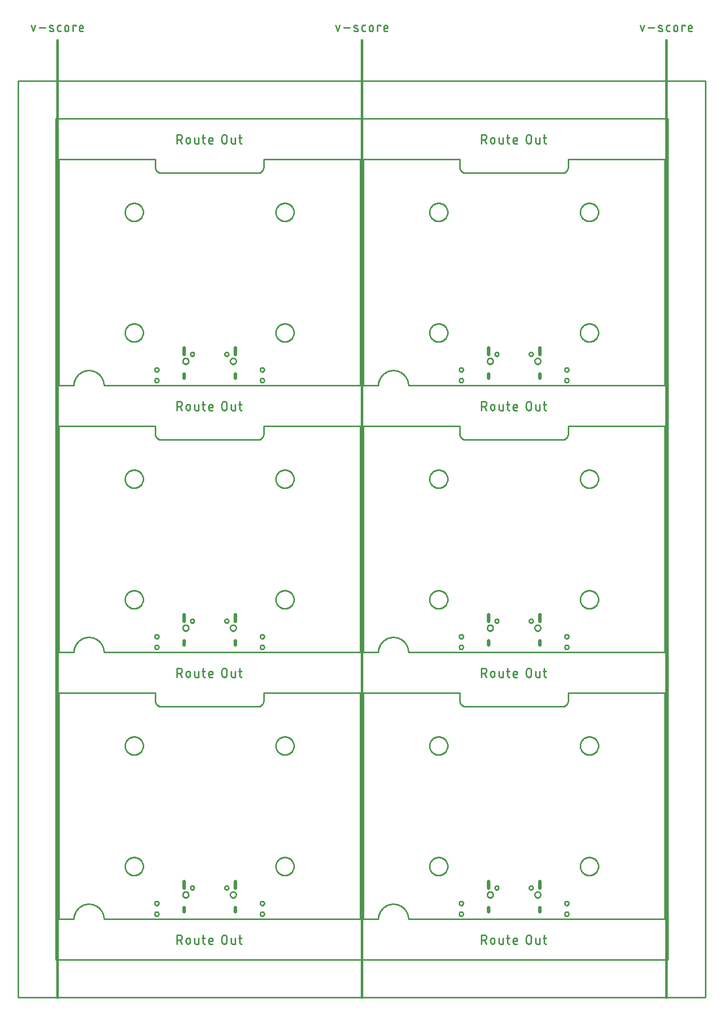
<source format=gko>
G04 EAGLE Gerber RS-274X export*
G75*
%MOMM*%
%FSLAX34Y34*%
%LPD*%
%IN*%
%IPPOS*%
%AMOC8*
5,1,8,0,0,1.08239X$1,22.5*%
G01*
%ADD10C,0.203200*%
%ADD11C,0.279400*%
%ADD12C,0.381000*%
%ADD13C,0.254000*%
%ADD14C,0.000000*%
%ADD15C,0.600000*%
%ADD16C,0.254000*%


D10*
X0Y0D02*
X25400Y0D01*
X25407Y614D01*
X25430Y1227D01*
X25467Y1840D01*
X25519Y2451D01*
X25585Y3062D01*
X25667Y3670D01*
X25763Y4276D01*
X25873Y4880D01*
X25998Y5481D01*
X26138Y6079D01*
X26292Y6673D01*
X26461Y7263D01*
X26643Y7849D01*
X26840Y8430D01*
X27051Y9007D01*
X27275Y9578D01*
X27513Y10144D01*
X27765Y10704D01*
X28031Y11257D01*
X28309Y11804D01*
X28601Y12344D01*
X28906Y12877D01*
X29224Y13402D01*
X29554Y13920D01*
X29896Y14429D01*
X30251Y14930D01*
X30618Y15422D01*
X30996Y15905D01*
X31386Y16379D01*
X31788Y16843D01*
X32200Y17298D01*
X32624Y17742D01*
X33058Y18176D01*
X33502Y18600D01*
X33957Y19012D01*
X34421Y19414D01*
X34895Y19804D01*
X35378Y20182D01*
X35870Y20549D01*
X36371Y20904D01*
X36880Y21246D01*
X37398Y21576D01*
X37923Y21894D01*
X38456Y22199D01*
X38996Y22491D01*
X39543Y22769D01*
X40096Y23035D01*
X40656Y23287D01*
X41222Y23525D01*
X41793Y23749D01*
X42370Y23960D01*
X42951Y24157D01*
X43537Y24339D01*
X44127Y24508D01*
X44721Y24662D01*
X45319Y24802D01*
X45920Y24927D01*
X46524Y25037D01*
X47130Y25133D01*
X47738Y25215D01*
X48349Y25281D01*
X48960Y25333D01*
X49573Y25370D01*
X50186Y25393D01*
X50800Y25400D01*
X51414Y25393D01*
X52027Y25370D01*
X52640Y25333D01*
X53251Y25281D01*
X53862Y25215D01*
X54470Y25133D01*
X55076Y25037D01*
X55680Y24927D01*
X56281Y24802D01*
X56879Y24662D01*
X57473Y24508D01*
X58063Y24339D01*
X58649Y24157D01*
X59230Y23960D01*
X59807Y23749D01*
X60378Y23525D01*
X60944Y23287D01*
X61504Y23035D01*
X62057Y22769D01*
X62604Y22491D01*
X63144Y22199D01*
X63677Y21894D01*
X64202Y21576D01*
X64720Y21246D01*
X65229Y20904D01*
X65730Y20549D01*
X66222Y20182D01*
X66705Y19804D01*
X67179Y19414D01*
X67643Y19012D01*
X68098Y18600D01*
X68542Y18176D01*
X68976Y17742D01*
X69400Y17298D01*
X69812Y16843D01*
X70214Y16379D01*
X70604Y15905D01*
X70982Y15422D01*
X71349Y14930D01*
X71704Y14429D01*
X72046Y13920D01*
X72376Y13402D01*
X72694Y12877D01*
X72999Y12344D01*
X73291Y11804D01*
X73569Y11257D01*
X73835Y10704D01*
X74087Y10144D01*
X74325Y9578D01*
X74549Y9007D01*
X74760Y8430D01*
X74957Y7849D01*
X75139Y7263D01*
X75308Y6673D01*
X75462Y6079D01*
X75602Y5481D01*
X75727Y4880D01*
X75837Y4276D01*
X75933Y3670D01*
X76015Y3062D01*
X76081Y2451D01*
X76133Y1840D01*
X76170Y1227D01*
X76193Y614D01*
X76200Y0D01*
X508000Y0D01*
X508000Y381000D01*
X345440Y381000D01*
X345440Y368300D01*
X345437Y368054D01*
X345428Y367809D01*
X345413Y367564D01*
X345393Y367319D01*
X345366Y367075D01*
X345333Y366832D01*
X345295Y366589D01*
X345251Y366348D01*
X345201Y366108D01*
X345145Y365869D01*
X345083Y365631D01*
X345016Y365395D01*
X344943Y365160D01*
X344864Y364928D01*
X344780Y364697D01*
X344690Y364469D01*
X344595Y364242D01*
X344494Y364019D01*
X344388Y363797D01*
X344276Y363578D01*
X344160Y363362D01*
X344038Y363149D01*
X343911Y362939D01*
X343779Y362732D01*
X343642Y362528D01*
X343500Y362328D01*
X343353Y362131D01*
X343201Y361938D01*
X343045Y361748D01*
X342885Y361563D01*
X342720Y361381D01*
X342550Y361203D01*
X342377Y361030D01*
X342199Y360860D01*
X342017Y360695D01*
X341832Y360535D01*
X341642Y360379D01*
X341449Y360227D01*
X341252Y360080D01*
X341052Y359938D01*
X340848Y359801D01*
X340641Y359669D01*
X340431Y359542D01*
X340218Y359420D01*
X340002Y359304D01*
X339783Y359192D01*
X339561Y359086D01*
X339338Y358985D01*
X339111Y358890D01*
X338883Y358800D01*
X338652Y358716D01*
X338420Y358637D01*
X338185Y358564D01*
X337949Y358497D01*
X337711Y358435D01*
X337472Y358379D01*
X337232Y358329D01*
X336991Y358285D01*
X336748Y358247D01*
X336505Y358214D01*
X336261Y358187D01*
X336016Y358167D01*
X335771Y358152D01*
X335526Y358143D01*
X335280Y358140D01*
X172720Y358140D01*
X172474Y358143D01*
X172229Y358152D01*
X171984Y358167D01*
X171739Y358187D01*
X171495Y358214D01*
X171252Y358247D01*
X171009Y358285D01*
X170768Y358329D01*
X170528Y358379D01*
X170289Y358435D01*
X170051Y358497D01*
X169815Y358564D01*
X169580Y358637D01*
X169348Y358716D01*
X169117Y358800D01*
X168889Y358890D01*
X168662Y358985D01*
X168439Y359086D01*
X168217Y359192D01*
X167998Y359304D01*
X167782Y359420D01*
X167569Y359542D01*
X167359Y359669D01*
X167152Y359801D01*
X166948Y359938D01*
X166748Y360080D01*
X166551Y360227D01*
X166358Y360379D01*
X166168Y360535D01*
X165983Y360695D01*
X165801Y360860D01*
X165623Y361030D01*
X165450Y361203D01*
X165280Y361381D01*
X165115Y361563D01*
X164955Y361748D01*
X164799Y361938D01*
X164647Y362131D01*
X164500Y362328D01*
X164358Y362528D01*
X164221Y362732D01*
X164089Y362939D01*
X163962Y363149D01*
X163840Y363362D01*
X163724Y363578D01*
X163612Y363797D01*
X163506Y364019D01*
X163405Y364242D01*
X163310Y364469D01*
X163220Y364697D01*
X163136Y364928D01*
X163057Y365160D01*
X162984Y365395D01*
X162917Y365631D01*
X162855Y365869D01*
X162799Y366108D01*
X162749Y366348D01*
X162705Y366589D01*
X162667Y366832D01*
X162634Y367075D01*
X162607Y367319D01*
X162587Y367564D01*
X162572Y367809D01*
X162563Y368054D01*
X162560Y368300D01*
X162560Y381000D01*
X0Y381000D01*
X0Y0D01*
D11*
X199504Y-26797D02*
X199504Y-41783D01*
X199504Y-26797D02*
X203667Y-26797D01*
X203795Y-26799D01*
X203923Y-26805D01*
X204051Y-26815D01*
X204179Y-26829D01*
X204306Y-26846D01*
X204432Y-26868D01*
X204558Y-26893D01*
X204682Y-26923D01*
X204806Y-26956D01*
X204929Y-26993D01*
X205051Y-27034D01*
X205171Y-27078D01*
X205290Y-27126D01*
X205407Y-27178D01*
X205523Y-27233D01*
X205636Y-27292D01*
X205749Y-27355D01*
X205859Y-27421D01*
X205966Y-27490D01*
X206072Y-27562D01*
X206176Y-27638D01*
X206277Y-27717D01*
X206376Y-27799D01*
X206472Y-27884D01*
X206565Y-27971D01*
X206656Y-28062D01*
X206743Y-28155D01*
X206828Y-28251D01*
X206910Y-28350D01*
X206989Y-28451D01*
X207065Y-28555D01*
X207137Y-28661D01*
X207206Y-28768D01*
X207272Y-28879D01*
X207335Y-28991D01*
X207394Y-29104D01*
X207449Y-29220D01*
X207501Y-29337D01*
X207549Y-29456D01*
X207593Y-29576D01*
X207634Y-29698D01*
X207671Y-29821D01*
X207704Y-29945D01*
X207734Y-30069D01*
X207759Y-30195D01*
X207781Y-30321D01*
X207798Y-30448D01*
X207812Y-30576D01*
X207822Y-30704D01*
X207828Y-30832D01*
X207830Y-30960D01*
X207828Y-31088D01*
X207822Y-31216D01*
X207812Y-31344D01*
X207798Y-31472D01*
X207781Y-31599D01*
X207759Y-31725D01*
X207734Y-31851D01*
X207704Y-31975D01*
X207671Y-32099D01*
X207634Y-32222D01*
X207593Y-32344D01*
X207549Y-32464D01*
X207501Y-32583D01*
X207449Y-32700D01*
X207394Y-32816D01*
X207335Y-32929D01*
X207272Y-33042D01*
X207206Y-33152D01*
X207137Y-33259D01*
X207065Y-33365D01*
X206989Y-33469D01*
X206910Y-33570D01*
X206828Y-33669D01*
X206743Y-33765D01*
X206656Y-33858D01*
X206565Y-33949D01*
X206472Y-34036D01*
X206376Y-34121D01*
X206277Y-34203D01*
X206176Y-34282D01*
X206072Y-34358D01*
X205966Y-34430D01*
X205859Y-34499D01*
X205749Y-34565D01*
X205636Y-34628D01*
X205523Y-34687D01*
X205407Y-34742D01*
X205290Y-34794D01*
X205171Y-34842D01*
X205051Y-34886D01*
X204929Y-34927D01*
X204806Y-34964D01*
X204682Y-34997D01*
X204558Y-35027D01*
X204432Y-35052D01*
X204306Y-35074D01*
X204179Y-35091D01*
X204051Y-35105D01*
X203923Y-35115D01*
X203795Y-35121D01*
X203667Y-35123D01*
X199504Y-35123D01*
X204499Y-35123D02*
X207829Y-41783D01*
X214788Y-38453D02*
X214788Y-35123D01*
X214790Y-35009D01*
X214796Y-34896D01*
X214805Y-34782D01*
X214819Y-34670D01*
X214836Y-34557D01*
X214858Y-34445D01*
X214883Y-34335D01*
X214911Y-34225D01*
X214944Y-34116D01*
X214980Y-34008D01*
X215020Y-33901D01*
X215064Y-33796D01*
X215111Y-33693D01*
X215161Y-33591D01*
X215215Y-33491D01*
X215273Y-33393D01*
X215334Y-33297D01*
X215397Y-33203D01*
X215465Y-33111D01*
X215535Y-33021D01*
X215608Y-32935D01*
X215684Y-32850D01*
X215763Y-32768D01*
X215845Y-32689D01*
X215930Y-32613D01*
X216016Y-32540D01*
X216106Y-32470D01*
X216198Y-32402D01*
X216292Y-32339D01*
X216388Y-32278D01*
X216486Y-32220D01*
X216586Y-32166D01*
X216688Y-32116D01*
X216791Y-32069D01*
X216896Y-32025D01*
X217003Y-31985D01*
X217111Y-31949D01*
X217220Y-31916D01*
X217330Y-31888D01*
X217440Y-31863D01*
X217552Y-31841D01*
X217665Y-31824D01*
X217777Y-31810D01*
X217891Y-31801D01*
X218004Y-31795D01*
X218118Y-31793D01*
X218232Y-31795D01*
X218345Y-31801D01*
X218459Y-31810D01*
X218571Y-31824D01*
X218684Y-31841D01*
X218796Y-31863D01*
X218906Y-31888D01*
X219016Y-31916D01*
X219125Y-31949D01*
X219233Y-31985D01*
X219340Y-32025D01*
X219445Y-32069D01*
X219548Y-32116D01*
X219650Y-32166D01*
X219750Y-32220D01*
X219848Y-32278D01*
X219944Y-32339D01*
X220038Y-32402D01*
X220130Y-32470D01*
X220220Y-32540D01*
X220306Y-32613D01*
X220391Y-32689D01*
X220473Y-32768D01*
X220552Y-32850D01*
X220628Y-32935D01*
X220701Y-33021D01*
X220771Y-33111D01*
X220839Y-33203D01*
X220902Y-33297D01*
X220963Y-33393D01*
X221021Y-33491D01*
X221075Y-33591D01*
X221125Y-33693D01*
X221172Y-33796D01*
X221216Y-33901D01*
X221256Y-34008D01*
X221292Y-34116D01*
X221325Y-34225D01*
X221353Y-34335D01*
X221378Y-34445D01*
X221400Y-34557D01*
X221417Y-34670D01*
X221431Y-34782D01*
X221440Y-34896D01*
X221446Y-35009D01*
X221448Y-35123D01*
X221448Y-38453D01*
X221446Y-38567D01*
X221440Y-38680D01*
X221431Y-38794D01*
X221417Y-38906D01*
X221400Y-39019D01*
X221378Y-39131D01*
X221353Y-39241D01*
X221325Y-39351D01*
X221292Y-39460D01*
X221256Y-39568D01*
X221216Y-39675D01*
X221172Y-39780D01*
X221125Y-39883D01*
X221075Y-39985D01*
X221021Y-40085D01*
X220963Y-40183D01*
X220902Y-40279D01*
X220839Y-40373D01*
X220771Y-40465D01*
X220701Y-40555D01*
X220628Y-40641D01*
X220552Y-40726D01*
X220473Y-40808D01*
X220391Y-40887D01*
X220306Y-40963D01*
X220220Y-41036D01*
X220130Y-41106D01*
X220038Y-41174D01*
X219944Y-41237D01*
X219848Y-41298D01*
X219750Y-41356D01*
X219650Y-41410D01*
X219548Y-41460D01*
X219445Y-41507D01*
X219340Y-41551D01*
X219233Y-41591D01*
X219125Y-41627D01*
X219016Y-41660D01*
X218906Y-41688D01*
X218796Y-41713D01*
X218684Y-41735D01*
X218571Y-41752D01*
X218459Y-41766D01*
X218345Y-41775D01*
X218232Y-41781D01*
X218118Y-41783D01*
X218004Y-41781D01*
X217891Y-41775D01*
X217777Y-41766D01*
X217665Y-41752D01*
X217552Y-41735D01*
X217440Y-41713D01*
X217330Y-41688D01*
X217220Y-41660D01*
X217111Y-41627D01*
X217003Y-41591D01*
X216896Y-41551D01*
X216791Y-41507D01*
X216688Y-41460D01*
X216586Y-41410D01*
X216486Y-41356D01*
X216388Y-41298D01*
X216292Y-41237D01*
X216198Y-41174D01*
X216106Y-41106D01*
X216016Y-41036D01*
X215930Y-40963D01*
X215845Y-40887D01*
X215763Y-40808D01*
X215684Y-40726D01*
X215608Y-40641D01*
X215535Y-40555D01*
X215465Y-40465D01*
X215397Y-40373D01*
X215334Y-40279D01*
X215273Y-40183D01*
X215215Y-40085D01*
X215161Y-39985D01*
X215111Y-39883D01*
X215064Y-39780D01*
X215020Y-39675D01*
X214980Y-39568D01*
X214944Y-39460D01*
X214911Y-39351D01*
X214883Y-39241D01*
X214858Y-39131D01*
X214836Y-39019D01*
X214819Y-38906D01*
X214805Y-38794D01*
X214796Y-38680D01*
X214790Y-38567D01*
X214788Y-38453D01*
X228856Y-39285D02*
X228856Y-31792D01*
X228855Y-39285D02*
X228857Y-39383D01*
X228863Y-39481D01*
X228872Y-39579D01*
X228886Y-39676D01*
X228903Y-39772D01*
X228924Y-39868D01*
X228949Y-39963D01*
X228977Y-40057D01*
X229009Y-40150D01*
X229045Y-40241D01*
X229084Y-40331D01*
X229127Y-40419D01*
X229174Y-40506D01*
X229223Y-40590D01*
X229276Y-40673D01*
X229332Y-40753D01*
X229391Y-40832D01*
X229454Y-40907D01*
X229519Y-40981D01*
X229587Y-41051D01*
X229657Y-41119D01*
X229731Y-41185D01*
X229807Y-41247D01*
X229885Y-41306D01*
X229965Y-41362D01*
X230048Y-41415D01*
X230132Y-41465D01*
X230219Y-41511D01*
X230307Y-41554D01*
X230397Y-41593D01*
X230488Y-41629D01*
X230581Y-41661D01*
X230675Y-41689D01*
X230770Y-41714D01*
X230866Y-41735D01*
X230962Y-41752D01*
X231059Y-41766D01*
X231157Y-41775D01*
X231255Y-41781D01*
X231353Y-41783D01*
X235516Y-41783D01*
X235516Y-31792D01*
X241497Y-31792D02*
X246492Y-31792D01*
X243162Y-26797D02*
X243162Y-39285D01*
X243164Y-39383D01*
X243170Y-39481D01*
X243179Y-39579D01*
X243193Y-39676D01*
X243210Y-39772D01*
X243231Y-39868D01*
X243256Y-39963D01*
X243284Y-40057D01*
X243316Y-40150D01*
X243352Y-40241D01*
X243391Y-40331D01*
X243434Y-40419D01*
X243481Y-40506D01*
X243530Y-40590D01*
X243583Y-40673D01*
X243639Y-40753D01*
X243698Y-40832D01*
X243761Y-40907D01*
X243826Y-40981D01*
X243894Y-41051D01*
X243964Y-41119D01*
X244038Y-41185D01*
X244114Y-41247D01*
X244192Y-41306D01*
X244272Y-41362D01*
X244355Y-41415D01*
X244439Y-41465D01*
X244526Y-41511D01*
X244614Y-41554D01*
X244704Y-41593D01*
X244795Y-41629D01*
X244888Y-41661D01*
X244982Y-41689D01*
X245077Y-41714D01*
X245173Y-41735D01*
X245269Y-41752D01*
X245366Y-41766D01*
X245464Y-41775D01*
X245562Y-41781D01*
X245660Y-41783D01*
X246492Y-41783D01*
X255321Y-41783D02*
X259484Y-41783D01*
X255321Y-41783D02*
X255223Y-41781D01*
X255125Y-41775D01*
X255027Y-41766D01*
X254930Y-41752D01*
X254834Y-41735D01*
X254738Y-41714D01*
X254643Y-41689D01*
X254549Y-41661D01*
X254456Y-41629D01*
X254365Y-41593D01*
X254275Y-41554D01*
X254187Y-41511D01*
X254100Y-41464D01*
X254016Y-41415D01*
X253933Y-41362D01*
X253853Y-41306D01*
X253775Y-41247D01*
X253699Y-41185D01*
X253625Y-41119D01*
X253555Y-41051D01*
X253487Y-40981D01*
X253422Y-40907D01*
X253359Y-40832D01*
X253300Y-40753D01*
X253244Y-40673D01*
X253191Y-40590D01*
X253142Y-40506D01*
X253095Y-40419D01*
X253052Y-40331D01*
X253013Y-40241D01*
X252977Y-40150D01*
X252945Y-40057D01*
X252917Y-39963D01*
X252892Y-39868D01*
X252871Y-39772D01*
X252854Y-39676D01*
X252840Y-39579D01*
X252831Y-39481D01*
X252825Y-39383D01*
X252823Y-39285D01*
X252824Y-39285D02*
X252824Y-35123D01*
X252826Y-35009D01*
X252832Y-34896D01*
X252841Y-34782D01*
X252855Y-34670D01*
X252872Y-34557D01*
X252894Y-34445D01*
X252919Y-34335D01*
X252947Y-34225D01*
X252980Y-34116D01*
X253016Y-34008D01*
X253056Y-33901D01*
X253100Y-33796D01*
X253147Y-33693D01*
X253197Y-33591D01*
X253251Y-33491D01*
X253309Y-33393D01*
X253370Y-33297D01*
X253433Y-33203D01*
X253501Y-33111D01*
X253571Y-33021D01*
X253644Y-32935D01*
X253720Y-32850D01*
X253799Y-32768D01*
X253881Y-32689D01*
X253966Y-32613D01*
X254052Y-32540D01*
X254142Y-32470D01*
X254234Y-32402D01*
X254328Y-32339D01*
X254424Y-32278D01*
X254522Y-32220D01*
X254622Y-32166D01*
X254724Y-32116D01*
X254827Y-32069D01*
X254932Y-32025D01*
X255039Y-31985D01*
X255147Y-31949D01*
X255256Y-31916D01*
X255366Y-31888D01*
X255476Y-31863D01*
X255588Y-31841D01*
X255701Y-31824D01*
X255813Y-31810D01*
X255927Y-31801D01*
X256040Y-31795D01*
X256154Y-31793D01*
X256268Y-31795D01*
X256381Y-31801D01*
X256495Y-31810D01*
X256607Y-31824D01*
X256720Y-31841D01*
X256832Y-31863D01*
X256942Y-31888D01*
X257052Y-31916D01*
X257161Y-31949D01*
X257269Y-31985D01*
X257376Y-32025D01*
X257481Y-32069D01*
X257584Y-32116D01*
X257686Y-32166D01*
X257786Y-32220D01*
X257884Y-32278D01*
X257980Y-32339D01*
X258074Y-32402D01*
X258166Y-32470D01*
X258256Y-32540D01*
X258342Y-32613D01*
X258427Y-32689D01*
X258509Y-32768D01*
X258588Y-32850D01*
X258664Y-32935D01*
X258737Y-33021D01*
X258807Y-33111D01*
X258875Y-33203D01*
X258938Y-33297D01*
X258999Y-33393D01*
X259057Y-33491D01*
X259111Y-33591D01*
X259161Y-33693D01*
X259208Y-33796D01*
X259252Y-33901D01*
X259292Y-34008D01*
X259328Y-34116D01*
X259361Y-34225D01*
X259389Y-34335D01*
X259414Y-34445D01*
X259436Y-34557D01*
X259453Y-34670D01*
X259467Y-34782D01*
X259476Y-34896D01*
X259482Y-35009D01*
X259484Y-35123D01*
X259484Y-36788D01*
X252824Y-36788D01*
X274917Y-37620D02*
X274917Y-30960D01*
X274919Y-30832D01*
X274925Y-30704D01*
X274935Y-30576D01*
X274949Y-30448D01*
X274966Y-30321D01*
X274988Y-30195D01*
X275013Y-30069D01*
X275043Y-29945D01*
X275076Y-29821D01*
X275113Y-29698D01*
X275154Y-29576D01*
X275198Y-29456D01*
X275246Y-29337D01*
X275298Y-29220D01*
X275353Y-29104D01*
X275412Y-28991D01*
X275475Y-28878D01*
X275541Y-28768D01*
X275610Y-28661D01*
X275682Y-28555D01*
X275758Y-28451D01*
X275837Y-28350D01*
X275919Y-28251D01*
X276004Y-28155D01*
X276091Y-28062D01*
X276182Y-27971D01*
X276275Y-27884D01*
X276371Y-27799D01*
X276470Y-27717D01*
X276571Y-27638D01*
X276675Y-27562D01*
X276781Y-27490D01*
X276888Y-27421D01*
X276999Y-27355D01*
X277111Y-27292D01*
X277224Y-27233D01*
X277340Y-27178D01*
X277457Y-27126D01*
X277576Y-27078D01*
X277696Y-27034D01*
X277818Y-26993D01*
X277941Y-26956D01*
X278065Y-26923D01*
X278189Y-26893D01*
X278315Y-26868D01*
X278441Y-26846D01*
X278568Y-26829D01*
X278696Y-26815D01*
X278824Y-26805D01*
X278952Y-26799D01*
X279080Y-26797D01*
X279208Y-26799D01*
X279336Y-26805D01*
X279464Y-26815D01*
X279592Y-26829D01*
X279719Y-26846D01*
X279845Y-26868D01*
X279971Y-26893D01*
X280095Y-26923D01*
X280219Y-26956D01*
X280342Y-26993D01*
X280464Y-27034D01*
X280584Y-27078D01*
X280703Y-27126D01*
X280820Y-27178D01*
X280936Y-27233D01*
X281049Y-27292D01*
X281162Y-27355D01*
X281272Y-27421D01*
X281379Y-27490D01*
X281485Y-27562D01*
X281589Y-27638D01*
X281690Y-27717D01*
X281789Y-27799D01*
X281885Y-27884D01*
X281978Y-27971D01*
X282069Y-28062D01*
X282156Y-28155D01*
X282241Y-28251D01*
X282323Y-28350D01*
X282402Y-28451D01*
X282478Y-28555D01*
X282550Y-28661D01*
X282619Y-28768D01*
X282685Y-28879D01*
X282748Y-28991D01*
X282807Y-29104D01*
X282862Y-29220D01*
X282914Y-29337D01*
X282962Y-29456D01*
X283006Y-29576D01*
X283047Y-29698D01*
X283084Y-29821D01*
X283117Y-29945D01*
X283147Y-30069D01*
X283172Y-30195D01*
X283194Y-30321D01*
X283211Y-30448D01*
X283225Y-30576D01*
X283235Y-30704D01*
X283241Y-30832D01*
X283243Y-30960D01*
X283242Y-30960D02*
X283242Y-37620D01*
X283243Y-37620D02*
X283241Y-37748D01*
X283235Y-37876D01*
X283225Y-38004D01*
X283211Y-38132D01*
X283194Y-38259D01*
X283172Y-38385D01*
X283147Y-38511D01*
X283117Y-38635D01*
X283084Y-38759D01*
X283047Y-38882D01*
X283006Y-39004D01*
X282962Y-39124D01*
X282914Y-39243D01*
X282862Y-39360D01*
X282807Y-39476D01*
X282748Y-39589D01*
X282685Y-39702D01*
X282619Y-39812D01*
X282550Y-39919D01*
X282478Y-40025D01*
X282402Y-40129D01*
X282323Y-40230D01*
X282241Y-40329D01*
X282156Y-40425D01*
X282069Y-40518D01*
X281978Y-40609D01*
X281885Y-40696D01*
X281789Y-40781D01*
X281690Y-40863D01*
X281589Y-40942D01*
X281485Y-41018D01*
X281379Y-41090D01*
X281272Y-41159D01*
X281162Y-41225D01*
X281049Y-41288D01*
X280936Y-41347D01*
X280820Y-41402D01*
X280703Y-41454D01*
X280584Y-41502D01*
X280464Y-41546D01*
X280342Y-41587D01*
X280219Y-41624D01*
X280095Y-41657D01*
X279971Y-41687D01*
X279845Y-41712D01*
X279719Y-41734D01*
X279592Y-41751D01*
X279464Y-41765D01*
X279336Y-41775D01*
X279208Y-41781D01*
X279080Y-41783D01*
X278952Y-41781D01*
X278824Y-41775D01*
X278696Y-41765D01*
X278568Y-41751D01*
X278441Y-41734D01*
X278315Y-41712D01*
X278189Y-41687D01*
X278065Y-41657D01*
X277941Y-41624D01*
X277818Y-41587D01*
X277696Y-41546D01*
X277576Y-41502D01*
X277457Y-41454D01*
X277340Y-41402D01*
X277224Y-41347D01*
X277111Y-41288D01*
X276999Y-41225D01*
X276888Y-41159D01*
X276781Y-41090D01*
X276675Y-41018D01*
X276571Y-40942D01*
X276470Y-40863D01*
X276371Y-40781D01*
X276275Y-40696D01*
X276182Y-40609D01*
X276091Y-40518D01*
X276004Y-40425D01*
X275919Y-40329D01*
X275837Y-40230D01*
X275758Y-40129D01*
X275682Y-40025D01*
X275610Y-39919D01*
X275541Y-39812D01*
X275475Y-39701D01*
X275412Y-39589D01*
X275353Y-39476D01*
X275298Y-39360D01*
X275246Y-39243D01*
X275198Y-39124D01*
X275154Y-39004D01*
X275113Y-38882D01*
X275076Y-38759D01*
X275043Y-38635D01*
X275013Y-38511D01*
X274988Y-38385D01*
X274966Y-38259D01*
X274949Y-38132D01*
X274935Y-38004D01*
X274925Y-37876D01*
X274919Y-37748D01*
X274917Y-37620D01*
X290859Y-39285D02*
X290859Y-31792D01*
X290859Y-39285D02*
X290861Y-39383D01*
X290867Y-39481D01*
X290876Y-39579D01*
X290890Y-39676D01*
X290907Y-39772D01*
X290928Y-39868D01*
X290953Y-39963D01*
X290981Y-40057D01*
X291013Y-40150D01*
X291049Y-40241D01*
X291088Y-40331D01*
X291131Y-40419D01*
X291178Y-40506D01*
X291227Y-40590D01*
X291280Y-40673D01*
X291336Y-40753D01*
X291395Y-40832D01*
X291458Y-40907D01*
X291523Y-40981D01*
X291591Y-41051D01*
X291661Y-41119D01*
X291735Y-41185D01*
X291811Y-41247D01*
X291889Y-41306D01*
X291969Y-41362D01*
X292052Y-41415D01*
X292136Y-41465D01*
X292223Y-41511D01*
X292311Y-41554D01*
X292401Y-41593D01*
X292492Y-41629D01*
X292585Y-41661D01*
X292679Y-41689D01*
X292774Y-41714D01*
X292870Y-41735D01*
X292966Y-41752D01*
X293063Y-41766D01*
X293161Y-41775D01*
X293259Y-41781D01*
X293357Y-41783D01*
X297520Y-41783D01*
X297520Y-31792D01*
X303501Y-31792D02*
X308496Y-31792D01*
X305166Y-26797D02*
X305166Y-39285D01*
X305165Y-39285D02*
X305167Y-39383D01*
X305173Y-39481D01*
X305182Y-39579D01*
X305196Y-39676D01*
X305213Y-39772D01*
X305234Y-39868D01*
X305259Y-39963D01*
X305287Y-40057D01*
X305319Y-40150D01*
X305355Y-40241D01*
X305394Y-40331D01*
X305437Y-40419D01*
X305484Y-40506D01*
X305533Y-40590D01*
X305586Y-40673D01*
X305642Y-40753D01*
X305701Y-40832D01*
X305764Y-40907D01*
X305829Y-40981D01*
X305897Y-41051D01*
X305967Y-41119D01*
X306041Y-41185D01*
X306117Y-41247D01*
X306195Y-41306D01*
X306275Y-41362D01*
X306358Y-41415D01*
X306442Y-41465D01*
X306529Y-41511D01*
X306617Y-41554D01*
X306707Y-41593D01*
X306798Y-41629D01*
X306891Y-41661D01*
X306985Y-41689D01*
X307080Y-41714D01*
X307176Y-41735D01*
X307272Y-41752D01*
X307369Y-41766D01*
X307467Y-41775D01*
X307565Y-41781D01*
X307663Y-41783D01*
X307664Y-41783D02*
X308496Y-41783D01*
D10*
X513080Y0D02*
X538480Y0D01*
X538487Y614D01*
X538510Y1227D01*
X538547Y1840D01*
X538599Y2451D01*
X538665Y3062D01*
X538747Y3670D01*
X538843Y4276D01*
X538953Y4880D01*
X539078Y5481D01*
X539218Y6079D01*
X539372Y6673D01*
X539541Y7263D01*
X539723Y7849D01*
X539920Y8430D01*
X540131Y9007D01*
X540355Y9578D01*
X540593Y10144D01*
X540845Y10704D01*
X541111Y11257D01*
X541389Y11804D01*
X541681Y12344D01*
X541986Y12877D01*
X542304Y13402D01*
X542634Y13920D01*
X542976Y14429D01*
X543331Y14930D01*
X543698Y15422D01*
X544076Y15905D01*
X544466Y16379D01*
X544868Y16843D01*
X545280Y17298D01*
X545704Y17742D01*
X546138Y18176D01*
X546582Y18600D01*
X547037Y19012D01*
X547501Y19414D01*
X547975Y19804D01*
X548458Y20182D01*
X548950Y20549D01*
X549451Y20904D01*
X549960Y21246D01*
X550478Y21576D01*
X551003Y21894D01*
X551536Y22199D01*
X552076Y22491D01*
X552623Y22769D01*
X553176Y23035D01*
X553736Y23287D01*
X554302Y23525D01*
X554873Y23749D01*
X555450Y23960D01*
X556031Y24157D01*
X556617Y24339D01*
X557207Y24508D01*
X557801Y24662D01*
X558399Y24802D01*
X559000Y24927D01*
X559604Y25037D01*
X560210Y25133D01*
X560818Y25215D01*
X561429Y25281D01*
X562040Y25333D01*
X562653Y25370D01*
X563266Y25393D01*
X563880Y25400D01*
X564494Y25393D01*
X565107Y25370D01*
X565720Y25333D01*
X566331Y25281D01*
X566942Y25215D01*
X567550Y25133D01*
X568156Y25037D01*
X568760Y24927D01*
X569361Y24802D01*
X569959Y24662D01*
X570553Y24508D01*
X571143Y24339D01*
X571729Y24157D01*
X572310Y23960D01*
X572887Y23749D01*
X573458Y23525D01*
X574024Y23287D01*
X574584Y23035D01*
X575137Y22769D01*
X575684Y22491D01*
X576224Y22199D01*
X576757Y21894D01*
X577282Y21576D01*
X577800Y21246D01*
X578309Y20904D01*
X578810Y20549D01*
X579302Y20182D01*
X579785Y19804D01*
X580259Y19414D01*
X580723Y19012D01*
X581178Y18600D01*
X581622Y18176D01*
X582056Y17742D01*
X582480Y17298D01*
X582892Y16843D01*
X583294Y16379D01*
X583684Y15905D01*
X584062Y15422D01*
X584429Y14930D01*
X584784Y14429D01*
X585126Y13920D01*
X585456Y13402D01*
X585774Y12877D01*
X586079Y12344D01*
X586371Y11804D01*
X586649Y11257D01*
X586915Y10704D01*
X587167Y10144D01*
X587405Y9578D01*
X587629Y9007D01*
X587840Y8430D01*
X588037Y7849D01*
X588219Y7263D01*
X588388Y6673D01*
X588542Y6079D01*
X588682Y5481D01*
X588807Y4880D01*
X588917Y4276D01*
X589013Y3670D01*
X589095Y3062D01*
X589161Y2451D01*
X589213Y1840D01*
X589250Y1227D01*
X589273Y614D01*
X589280Y0D01*
X1021080Y0D01*
X1021080Y381000D01*
X858520Y381000D01*
X858520Y368300D01*
X858517Y368054D01*
X858508Y367809D01*
X858493Y367564D01*
X858473Y367319D01*
X858446Y367075D01*
X858413Y366832D01*
X858375Y366589D01*
X858331Y366348D01*
X858281Y366108D01*
X858225Y365869D01*
X858163Y365631D01*
X858096Y365395D01*
X858023Y365160D01*
X857944Y364928D01*
X857860Y364697D01*
X857770Y364469D01*
X857675Y364242D01*
X857574Y364019D01*
X857468Y363797D01*
X857356Y363578D01*
X857240Y363362D01*
X857118Y363149D01*
X856991Y362939D01*
X856859Y362732D01*
X856722Y362528D01*
X856580Y362328D01*
X856433Y362131D01*
X856281Y361938D01*
X856125Y361748D01*
X855965Y361563D01*
X855800Y361381D01*
X855630Y361203D01*
X855457Y361030D01*
X855279Y360860D01*
X855097Y360695D01*
X854912Y360535D01*
X854722Y360379D01*
X854529Y360227D01*
X854332Y360080D01*
X854132Y359938D01*
X853928Y359801D01*
X853721Y359669D01*
X853511Y359542D01*
X853298Y359420D01*
X853082Y359304D01*
X852863Y359192D01*
X852641Y359086D01*
X852418Y358985D01*
X852191Y358890D01*
X851963Y358800D01*
X851732Y358716D01*
X851500Y358637D01*
X851265Y358564D01*
X851029Y358497D01*
X850791Y358435D01*
X850552Y358379D01*
X850312Y358329D01*
X850071Y358285D01*
X849828Y358247D01*
X849585Y358214D01*
X849341Y358187D01*
X849096Y358167D01*
X848851Y358152D01*
X848606Y358143D01*
X848360Y358140D01*
X685800Y358140D01*
X685554Y358143D01*
X685309Y358152D01*
X685064Y358167D01*
X684819Y358187D01*
X684575Y358214D01*
X684332Y358247D01*
X684089Y358285D01*
X683848Y358329D01*
X683608Y358379D01*
X683369Y358435D01*
X683131Y358497D01*
X682895Y358564D01*
X682660Y358637D01*
X682428Y358716D01*
X682197Y358800D01*
X681969Y358890D01*
X681742Y358985D01*
X681519Y359086D01*
X681297Y359192D01*
X681078Y359304D01*
X680862Y359420D01*
X680649Y359542D01*
X680439Y359669D01*
X680232Y359801D01*
X680028Y359938D01*
X679828Y360080D01*
X679631Y360227D01*
X679438Y360379D01*
X679248Y360535D01*
X679063Y360695D01*
X678881Y360860D01*
X678703Y361030D01*
X678530Y361203D01*
X678360Y361381D01*
X678195Y361563D01*
X678035Y361748D01*
X677879Y361938D01*
X677727Y362131D01*
X677580Y362328D01*
X677438Y362528D01*
X677301Y362732D01*
X677169Y362939D01*
X677042Y363149D01*
X676920Y363362D01*
X676804Y363578D01*
X676692Y363797D01*
X676586Y364019D01*
X676485Y364242D01*
X676390Y364469D01*
X676300Y364697D01*
X676216Y364928D01*
X676137Y365160D01*
X676064Y365395D01*
X675997Y365631D01*
X675935Y365869D01*
X675879Y366108D01*
X675829Y366348D01*
X675785Y366589D01*
X675747Y366832D01*
X675714Y367075D01*
X675687Y367319D01*
X675667Y367564D01*
X675652Y367809D01*
X675643Y368054D01*
X675640Y368300D01*
X675640Y381000D01*
X513080Y381000D01*
X513080Y0D01*
D11*
X712584Y-26797D02*
X712584Y-41783D01*
X712584Y-26797D02*
X716747Y-26797D01*
X716875Y-26799D01*
X717003Y-26805D01*
X717131Y-26815D01*
X717259Y-26829D01*
X717386Y-26846D01*
X717512Y-26868D01*
X717638Y-26893D01*
X717762Y-26923D01*
X717886Y-26956D01*
X718009Y-26993D01*
X718131Y-27034D01*
X718251Y-27078D01*
X718370Y-27126D01*
X718487Y-27178D01*
X718603Y-27233D01*
X718716Y-27292D01*
X718829Y-27355D01*
X718939Y-27421D01*
X719046Y-27490D01*
X719152Y-27562D01*
X719256Y-27638D01*
X719357Y-27717D01*
X719456Y-27799D01*
X719552Y-27884D01*
X719645Y-27971D01*
X719736Y-28062D01*
X719823Y-28155D01*
X719908Y-28251D01*
X719990Y-28350D01*
X720069Y-28451D01*
X720145Y-28555D01*
X720217Y-28661D01*
X720286Y-28768D01*
X720352Y-28879D01*
X720415Y-28991D01*
X720474Y-29104D01*
X720529Y-29220D01*
X720581Y-29337D01*
X720629Y-29456D01*
X720673Y-29576D01*
X720714Y-29698D01*
X720751Y-29821D01*
X720784Y-29945D01*
X720814Y-30069D01*
X720839Y-30195D01*
X720861Y-30321D01*
X720878Y-30448D01*
X720892Y-30576D01*
X720902Y-30704D01*
X720908Y-30832D01*
X720910Y-30960D01*
X720908Y-31088D01*
X720902Y-31216D01*
X720892Y-31344D01*
X720878Y-31472D01*
X720861Y-31599D01*
X720839Y-31725D01*
X720814Y-31851D01*
X720784Y-31975D01*
X720751Y-32099D01*
X720714Y-32222D01*
X720673Y-32344D01*
X720629Y-32464D01*
X720581Y-32583D01*
X720529Y-32700D01*
X720474Y-32816D01*
X720415Y-32929D01*
X720352Y-33042D01*
X720286Y-33152D01*
X720217Y-33259D01*
X720145Y-33365D01*
X720069Y-33469D01*
X719990Y-33570D01*
X719908Y-33669D01*
X719823Y-33765D01*
X719736Y-33858D01*
X719645Y-33949D01*
X719552Y-34036D01*
X719456Y-34121D01*
X719357Y-34203D01*
X719256Y-34282D01*
X719152Y-34358D01*
X719046Y-34430D01*
X718939Y-34499D01*
X718829Y-34565D01*
X718716Y-34628D01*
X718603Y-34687D01*
X718487Y-34742D01*
X718370Y-34794D01*
X718251Y-34842D01*
X718131Y-34886D01*
X718009Y-34927D01*
X717886Y-34964D01*
X717762Y-34997D01*
X717638Y-35027D01*
X717512Y-35052D01*
X717386Y-35074D01*
X717259Y-35091D01*
X717131Y-35105D01*
X717003Y-35115D01*
X716875Y-35121D01*
X716747Y-35123D01*
X712584Y-35123D01*
X717579Y-35123D02*
X720909Y-41783D01*
X727868Y-38453D02*
X727868Y-35123D01*
X727870Y-35009D01*
X727876Y-34896D01*
X727885Y-34782D01*
X727899Y-34670D01*
X727916Y-34557D01*
X727938Y-34445D01*
X727963Y-34335D01*
X727991Y-34225D01*
X728024Y-34116D01*
X728060Y-34008D01*
X728100Y-33901D01*
X728144Y-33796D01*
X728191Y-33693D01*
X728241Y-33591D01*
X728295Y-33491D01*
X728353Y-33393D01*
X728414Y-33297D01*
X728477Y-33203D01*
X728545Y-33111D01*
X728615Y-33021D01*
X728688Y-32935D01*
X728764Y-32850D01*
X728843Y-32768D01*
X728925Y-32689D01*
X729010Y-32613D01*
X729096Y-32540D01*
X729186Y-32470D01*
X729278Y-32402D01*
X729372Y-32339D01*
X729468Y-32278D01*
X729566Y-32220D01*
X729666Y-32166D01*
X729768Y-32116D01*
X729871Y-32069D01*
X729976Y-32025D01*
X730083Y-31985D01*
X730191Y-31949D01*
X730300Y-31916D01*
X730410Y-31888D01*
X730520Y-31863D01*
X730632Y-31841D01*
X730745Y-31824D01*
X730857Y-31810D01*
X730971Y-31801D01*
X731084Y-31795D01*
X731198Y-31793D01*
X731312Y-31795D01*
X731425Y-31801D01*
X731539Y-31810D01*
X731651Y-31824D01*
X731764Y-31841D01*
X731876Y-31863D01*
X731986Y-31888D01*
X732096Y-31916D01*
X732205Y-31949D01*
X732313Y-31985D01*
X732420Y-32025D01*
X732525Y-32069D01*
X732628Y-32116D01*
X732730Y-32166D01*
X732830Y-32220D01*
X732928Y-32278D01*
X733024Y-32339D01*
X733118Y-32402D01*
X733210Y-32470D01*
X733300Y-32540D01*
X733386Y-32613D01*
X733471Y-32689D01*
X733553Y-32768D01*
X733632Y-32850D01*
X733708Y-32935D01*
X733781Y-33021D01*
X733851Y-33111D01*
X733919Y-33203D01*
X733982Y-33297D01*
X734043Y-33393D01*
X734101Y-33491D01*
X734155Y-33591D01*
X734205Y-33693D01*
X734252Y-33796D01*
X734296Y-33901D01*
X734336Y-34008D01*
X734372Y-34116D01*
X734405Y-34225D01*
X734433Y-34335D01*
X734458Y-34445D01*
X734480Y-34557D01*
X734497Y-34670D01*
X734511Y-34782D01*
X734520Y-34896D01*
X734526Y-35009D01*
X734528Y-35123D01*
X734528Y-38453D01*
X734526Y-38567D01*
X734520Y-38680D01*
X734511Y-38794D01*
X734497Y-38906D01*
X734480Y-39019D01*
X734458Y-39131D01*
X734433Y-39241D01*
X734405Y-39351D01*
X734372Y-39460D01*
X734336Y-39568D01*
X734296Y-39675D01*
X734252Y-39780D01*
X734205Y-39883D01*
X734155Y-39985D01*
X734101Y-40085D01*
X734043Y-40183D01*
X733982Y-40279D01*
X733919Y-40373D01*
X733851Y-40465D01*
X733781Y-40555D01*
X733708Y-40641D01*
X733632Y-40726D01*
X733553Y-40808D01*
X733471Y-40887D01*
X733386Y-40963D01*
X733300Y-41036D01*
X733210Y-41106D01*
X733118Y-41174D01*
X733024Y-41237D01*
X732928Y-41298D01*
X732830Y-41356D01*
X732730Y-41410D01*
X732628Y-41460D01*
X732525Y-41507D01*
X732420Y-41551D01*
X732313Y-41591D01*
X732205Y-41627D01*
X732096Y-41660D01*
X731986Y-41688D01*
X731876Y-41713D01*
X731764Y-41735D01*
X731651Y-41752D01*
X731539Y-41766D01*
X731425Y-41775D01*
X731312Y-41781D01*
X731198Y-41783D01*
X731084Y-41781D01*
X730971Y-41775D01*
X730857Y-41766D01*
X730745Y-41752D01*
X730632Y-41735D01*
X730520Y-41713D01*
X730410Y-41688D01*
X730300Y-41660D01*
X730191Y-41627D01*
X730083Y-41591D01*
X729976Y-41551D01*
X729871Y-41507D01*
X729768Y-41460D01*
X729666Y-41410D01*
X729566Y-41356D01*
X729468Y-41298D01*
X729372Y-41237D01*
X729278Y-41174D01*
X729186Y-41106D01*
X729096Y-41036D01*
X729010Y-40963D01*
X728925Y-40887D01*
X728843Y-40808D01*
X728764Y-40726D01*
X728688Y-40641D01*
X728615Y-40555D01*
X728545Y-40465D01*
X728477Y-40373D01*
X728414Y-40279D01*
X728353Y-40183D01*
X728295Y-40085D01*
X728241Y-39985D01*
X728191Y-39883D01*
X728144Y-39780D01*
X728100Y-39675D01*
X728060Y-39568D01*
X728024Y-39460D01*
X727991Y-39351D01*
X727963Y-39241D01*
X727938Y-39131D01*
X727916Y-39019D01*
X727899Y-38906D01*
X727885Y-38794D01*
X727876Y-38680D01*
X727870Y-38567D01*
X727868Y-38453D01*
X741936Y-39285D02*
X741936Y-31792D01*
X741935Y-39285D02*
X741937Y-39383D01*
X741943Y-39481D01*
X741952Y-39579D01*
X741966Y-39676D01*
X741983Y-39772D01*
X742004Y-39868D01*
X742029Y-39963D01*
X742057Y-40057D01*
X742089Y-40150D01*
X742125Y-40241D01*
X742164Y-40331D01*
X742207Y-40419D01*
X742254Y-40506D01*
X742303Y-40590D01*
X742356Y-40673D01*
X742412Y-40753D01*
X742471Y-40832D01*
X742534Y-40907D01*
X742599Y-40981D01*
X742667Y-41051D01*
X742737Y-41119D01*
X742811Y-41185D01*
X742887Y-41247D01*
X742965Y-41306D01*
X743045Y-41362D01*
X743128Y-41415D01*
X743212Y-41465D01*
X743299Y-41511D01*
X743387Y-41554D01*
X743477Y-41593D01*
X743568Y-41629D01*
X743661Y-41661D01*
X743755Y-41689D01*
X743850Y-41714D01*
X743946Y-41735D01*
X744042Y-41752D01*
X744139Y-41766D01*
X744237Y-41775D01*
X744335Y-41781D01*
X744433Y-41783D01*
X748596Y-41783D01*
X748596Y-31792D01*
X754577Y-31792D02*
X759572Y-31792D01*
X756242Y-26797D02*
X756242Y-39285D01*
X756244Y-39383D01*
X756250Y-39481D01*
X756259Y-39579D01*
X756273Y-39676D01*
X756290Y-39772D01*
X756311Y-39868D01*
X756336Y-39963D01*
X756364Y-40057D01*
X756396Y-40150D01*
X756432Y-40241D01*
X756471Y-40331D01*
X756514Y-40419D01*
X756561Y-40506D01*
X756610Y-40590D01*
X756663Y-40673D01*
X756719Y-40753D01*
X756778Y-40832D01*
X756841Y-40907D01*
X756906Y-40981D01*
X756974Y-41051D01*
X757044Y-41119D01*
X757118Y-41185D01*
X757194Y-41247D01*
X757272Y-41306D01*
X757352Y-41362D01*
X757435Y-41415D01*
X757519Y-41465D01*
X757606Y-41511D01*
X757694Y-41554D01*
X757784Y-41593D01*
X757875Y-41629D01*
X757968Y-41661D01*
X758062Y-41689D01*
X758157Y-41714D01*
X758253Y-41735D01*
X758349Y-41752D01*
X758446Y-41766D01*
X758544Y-41775D01*
X758642Y-41781D01*
X758740Y-41783D01*
X759572Y-41783D01*
X768401Y-41783D02*
X772564Y-41783D01*
X768401Y-41783D02*
X768303Y-41781D01*
X768205Y-41775D01*
X768107Y-41766D01*
X768010Y-41752D01*
X767914Y-41735D01*
X767818Y-41714D01*
X767723Y-41689D01*
X767629Y-41661D01*
X767536Y-41629D01*
X767445Y-41593D01*
X767355Y-41554D01*
X767267Y-41511D01*
X767180Y-41464D01*
X767096Y-41415D01*
X767013Y-41362D01*
X766933Y-41306D01*
X766855Y-41247D01*
X766779Y-41185D01*
X766705Y-41119D01*
X766635Y-41051D01*
X766567Y-40981D01*
X766502Y-40907D01*
X766439Y-40832D01*
X766380Y-40753D01*
X766324Y-40673D01*
X766271Y-40590D01*
X766222Y-40506D01*
X766175Y-40419D01*
X766132Y-40331D01*
X766093Y-40241D01*
X766057Y-40150D01*
X766025Y-40057D01*
X765997Y-39963D01*
X765972Y-39868D01*
X765951Y-39772D01*
X765934Y-39676D01*
X765920Y-39579D01*
X765911Y-39481D01*
X765905Y-39383D01*
X765903Y-39285D01*
X765904Y-39285D02*
X765904Y-35123D01*
X765906Y-35009D01*
X765912Y-34896D01*
X765921Y-34782D01*
X765935Y-34670D01*
X765952Y-34557D01*
X765974Y-34445D01*
X765999Y-34335D01*
X766027Y-34225D01*
X766060Y-34116D01*
X766096Y-34008D01*
X766136Y-33901D01*
X766180Y-33796D01*
X766227Y-33693D01*
X766277Y-33591D01*
X766331Y-33491D01*
X766389Y-33393D01*
X766450Y-33297D01*
X766513Y-33203D01*
X766581Y-33111D01*
X766651Y-33021D01*
X766724Y-32935D01*
X766800Y-32850D01*
X766879Y-32768D01*
X766961Y-32689D01*
X767046Y-32613D01*
X767132Y-32540D01*
X767222Y-32470D01*
X767314Y-32402D01*
X767408Y-32339D01*
X767504Y-32278D01*
X767602Y-32220D01*
X767702Y-32166D01*
X767804Y-32116D01*
X767907Y-32069D01*
X768012Y-32025D01*
X768119Y-31985D01*
X768227Y-31949D01*
X768336Y-31916D01*
X768446Y-31888D01*
X768556Y-31863D01*
X768668Y-31841D01*
X768781Y-31824D01*
X768893Y-31810D01*
X769007Y-31801D01*
X769120Y-31795D01*
X769234Y-31793D01*
X769348Y-31795D01*
X769461Y-31801D01*
X769575Y-31810D01*
X769687Y-31824D01*
X769800Y-31841D01*
X769912Y-31863D01*
X770022Y-31888D01*
X770132Y-31916D01*
X770241Y-31949D01*
X770349Y-31985D01*
X770456Y-32025D01*
X770561Y-32069D01*
X770664Y-32116D01*
X770766Y-32166D01*
X770866Y-32220D01*
X770964Y-32278D01*
X771060Y-32339D01*
X771154Y-32402D01*
X771246Y-32470D01*
X771336Y-32540D01*
X771422Y-32613D01*
X771507Y-32689D01*
X771589Y-32768D01*
X771668Y-32850D01*
X771744Y-32935D01*
X771817Y-33021D01*
X771887Y-33111D01*
X771955Y-33203D01*
X772018Y-33297D01*
X772079Y-33393D01*
X772137Y-33491D01*
X772191Y-33591D01*
X772241Y-33693D01*
X772288Y-33796D01*
X772332Y-33901D01*
X772372Y-34008D01*
X772408Y-34116D01*
X772441Y-34225D01*
X772469Y-34335D01*
X772494Y-34445D01*
X772516Y-34557D01*
X772533Y-34670D01*
X772547Y-34782D01*
X772556Y-34896D01*
X772562Y-35009D01*
X772564Y-35123D01*
X772564Y-36788D01*
X765904Y-36788D01*
X787997Y-37620D02*
X787997Y-30960D01*
X787999Y-30832D01*
X788005Y-30704D01*
X788015Y-30576D01*
X788029Y-30448D01*
X788046Y-30321D01*
X788068Y-30195D01*
X788093Y-30069D01*
X788123Y-29945D01*
X788156Y-29821D01*
X788193Y-29698D01*
X788234Y-29576D01*
X788278Y-29456D01*
X788326Y-29337D01*
X788378Y-29220D01*
X788433Y-29104D01*
X788492Y-28991D01*
X788555Y-28878D01*
X788621Y-28768D01*
X788690Y-28661D01*
X788762Y-28555D01*
X788838Y-28451D01*
X788917Y-28350D01*
X788999Y-28251D01*
X789084Y-28155D01*
X789171Y-28062D01*
X789262Y-27971D01*
X789355Y-27884D01*
X789451Y-27799D01*
X789550Y-27717D01*
X789651Y-27638D01*
X789755Y-27562D01*
X789861Y-27490D01*
X789968Y-27421D01*
X790079Y-27355D01*
X790191Y-27292D01*
X790304Y-27233D01*
X790420Y-27178D01*
X790537Y-27126D01*
X790656Y-27078D01*
X790776Y-27034D01*
X790898Y-26993D01*
X791021Y-26956D01*
X791145Y-26923D01*
X791269Y-26893D01*
X791395Y-26868D01*
X791521Y-26846D01*
X791648Y-26829D01*
X791776Y-26815D01*
X791904Y-26805D01*
X792032Y-26799D01*
X792160Y-26797D01*
X792288Y-26799D01*
X792416Y-26805D01*
X792544Y-26815D01*
X792672Y-26829D01*
X792799Y-26846D01*
X792925Y-26868D01*
X793051Y-26893D01*
X793175Y-26923D01*
X793299Y-26956D01*
X793422Y-26993D01*
X793544Y-27034D01*
X793664Y-27078D01*
X793783Y-27126D01*
X793900Y-27178D01*
X794016Y-27233D01*
X794129Y-27292D01*
X794242Y-27355D01*
X794352Y-27421D01*
X794459Y-27490D01*
X794565Y-27562D01*
X794669Y-27638D01*
X794770Y-27717D01*
X794869Y-27799D01*
X794965Y-27884D01*
X795058Y-27971D01*
X795149Y-28062D01*
X795236Y-28155D01*
X795321Y-28251D01*
X795403Y-28350D01*
X795482Y-28451D01*
X795558Y-28555D01*
X795630Y-28661D01*
X795699Y-28768D01*
X795765Y-28879D01*
X795828Y-28991D01*
X795887Y-29104D01*
X795942Y-29220D01*
X795994Y-29337D01*
X796042Y-29456D01*
X796086Y-29576D01*
X796127Y-29698D01*
X796164Y-29821D01*
X796197Y-29945D01*
X796227Y-30069D01*
X796252Y-30195D01*
X796274Y-30321D01*
X796291Y-30448D01*
X796305Y-30576D01*
X796315Y-30704D01*
X796321Y-30832D01*
X796323Y-30960D01*
X796322Y-30960D02*
X796322Y-37620D01*
X796323Y-37620D02*
X796321Y-37748D01*
X796315Y-37876D01*
X796305Y-38004D01*
X796291Y-38132D01*
X796274Y-38259D01*
X796252Y-38385D01*
X796227Y-38511D01*
X796197Y-38635D01*
X796164Y-38759D01*
X796127Y-38882D01*
X796086Y-39004D01*
X796042Y-39124D01*
X795994Y-39243D01*
X795942Y-39360D01*
X795887Y-39476D01*
X795828Y-39589D01*
X795765Y-39702D01*
X795699Y-39812D01*
X795630Y-39919D01*
X795558Y-40025D01*
X795482Y-40129D01*
X795403Y-40230D01*
X795321Y-40329D01*
X795236Y-40425D01*
X795149Y-40518D01*
X795058Y-40609D01*
X794965Y-40696D01*
X794869Y-40781D01*
X794770Y-40863D01*
X794669Y-40942D01*
X794565Y-41018D01*
X794459Y-41090D01*
X794352Y-41159D01*
X794242Y-41225D01*
X794129Y-41288D01*
X794016Y-41347D01*
X793900Y-41402D01*
X793783Y-41454D01*
X793664Y-41502D01*
X793544Y-41546D01*
X793422Y-41587D01*
X793299Y-41624D01*
X793175Y-41657D01*
X793051Y-41687D01*
X792925Y-41712D01*
X792799Y-41734D01*
X792672Y-41751D01*
X792544Y-41765D01*
X792416Y-41775D01*
X792288Y-41781D01*
X792160Y-41783D01*
X792032Y-41781D01*
X791904Y-41775D01*
X791776Y-41765D01*
X791648Y-41751D01*
X791521Y-41734D01*
X791395Y-41712D01*
X791269Y-41687D01*
X791145Y-41657D01*
X791021Y-41624D01*
X790898Y-41587D01*
X790776Y-41546D01*
X790656Y-41502D01*
X790537Y-41454D01*
X790420Y-41402D01*
X790304Y-41347D01*
X790191Y-41288D01*
X790079Y-41225D01*
X789968Y-41159D01*
X789861Y-41090D01*
X789755Y-41018D01*
X789651Y-40942D01*
X789550Y-40863D01*
X789451Y-40781D01*
X789355Y-40696D01*
X789262Y-40609D01*
X789171Y-40518D01*
X789084Y-40425D01*
X788999Y-40329D01*
X788917Y-40230D01*
X788838Y-40129D01*
X788762Y-40025D01*
X788690Y-39919D01*
X788621Y-39812D01*
X788555Y-39701D01*
X788492Y-39589D01*
X788433Y-39476D01*
X788378Y-39360D01*
X788326Y-39243D01*
X788278Y-39124D01*
X788234Y-39004D01*
X788193Y-38882D01*
X788156Y-38759D01*
X788123Y-38635D01*
X788093Y-38511D01*
X788068Y-38385D01*
X788046Y-38259D01*
X788029Y-38132D01*
X788015Y-38004D01*
X788005Y-37876D01*
X787999Y-37748D01*
X787997Y-37620D01*
X803939Y-39285D02*
X803939Y-31792D01*
X803939Y-39285D02*
X803941Y-39383D01*
X803947Y-39481D01*
X803956Y-39579D01*
X803970Y-39676D01*
X803987Y-39772D01*
X804008Y-39868D01*
X804033Y-39963D01*
X804061Y-40057D01*
X804093Y-40150D01*
X804129Y-40241D01*
X804168Y-40331D01*
X804211Y-40419D01*
X804258Y-40506D01*
X804307Y-40590D01*
X804360Y-40673D01*
X804416Y-40753D01*
X804475Y-40832D01*
X804538Y-40907D01*
X804603Y-40981D01*
X804671Y-41051D01*
X804741Y-41119D01*
X804815Y-41185D01*
X804891Y-41247D01*
X804969Y-41306D01*
X805049Y-41362D01*
X805132Y-41415D01*
X805216Y-41465D01*
X805303Y-41511D01*
X805391Y-41554D01*
X805481Y-41593D01*
X805572Y-41629D01*
X805665Y-41661D01*
X805759Y-41689D01*
X805854Y-41714D01*
X805950Y-41735D01*
X806046Y-41752D01*
X806143Y-41766D01*
X806241Y-41775D01*
X806339Y-41781D01*
X806437Y-41783D01*
X810600Y-41783D01*
X810600Y-31792D01*
X816581Y-31792D02*
X821576Y-31792D01*
X818246Y-26797D02*
X818246Y-39285D01*
X818245Y-39285D02*
X818247Y-39383D01*
X818253Y-39481D01*
X818262Y-39579D01*
X818276Y-39676D01*
X818293Y-39772D01*
X818314Y-39868D01*
X818339Y-39963D01*
X818367Y-40057D01*
X818399Y-40150D01*
X818435Y-40241D01*
X818474Y-40331D01*
X818517Y-40419D01*
X818564Y-40506D01*
X818613Y-40590D01*
X818666Y-40673D01*
X818722Y-40753D01*
X818781Y-40832D01*
X818844Y-40907D01*
X818909Y-40981D01*
X818977Y-41051D01*
X819047Y-41119D01*
X819121Y-41185D01*
X819197Y-41247D01*
X819275Y-41306D01*
X819355Y-41362D01*
X819438Y-41415D01*
X819522Y-41465D01*
X819609Y-41511D01*
X819697Y-41554D01*
X819787Y-41593D01*
X819878Y-41629D01*
X819971Y-41661D01*
X820065Y-41689D01*
X820160Y-41714D01*
X820256Y-41735D01*
X820352Y-41752D01*
X820449Y-41766D01*
X820547Y-41775D01*
X820645Y-41781D01*
X820743Y-41783D01*
X820744Y-41783D02*
X821576Y-41783D01*
D10*
X25400Y449580D02*
X0Y449580D01*
X25400Y449580D02*
X25407Y450194D01*
X25430Y450807D01*
X25467Y451420D01*
X25519Y452031D01*
X25585Y452642D01*
X25667Y453250D01*
X25763Y453856D01*
X25873Y454460D01*
X25998Y455061D01*
X26138Y455659D01*
X26292Y456253D01*
X26461Y456843D01*
X26643Y457429D01*
X26840Y458010D01*
X27051Y458587D01*
X27275Y459158D01*
X27513Y459724D01*
X27765Y460284D01*
X28031Y460837D01*
X28309Y461384D01*
X28601Y461924D01*
X28906Y462457D01*
X29224Y462982D01*
X29554Y463500D01*
X29896Y464009D01*
X30251Y464510D01*
X30618Y465002D01*
X30996Y465485D01*
X31386Y465959D01*
X31788Y466423D01*
X32200Y466878D01*
X32624Y467322D01*
X33058Y467756D01*
X33502Y468180D01*
X33957Y468592D01*
X34421Y468994D01*
X34895Y469384D01*
X35378Y469762D01*
X35870Y470129D01*
X36371Y470484D01*
X36880Y470826D01*
X37398Y471156D01*
X37923Y471474D01*
X38456Y471779D01*
X38996Y472071D01*
X39543Y472349D01*
X40096Y472615D01*
X40656Y472867D01*
X41222Y473105D01*
X41793Y473329D01*
X42370Y473540D01*
X42951Y473737D01*
X43537Y473919D01*
X44127Y474088D01*
X44721Y474242D01*
X45319Y474382D01*
X45920Y474507D01*
X46524Y474617D01*
X47130Y474713D01*
X47738Y474795D01*
X48349Y474861D01*
X48960Y474913D01*
X49573Y474950D01*
X50186Y474973D01*
X50800Y474980D01*
X51414Y474973D01*
X52027Y474950D01*
X52640Y474913D01*
X53251Y474861D01*
X53862Y474795D01*
X54470Y474713D01*
X55076Y474617D01*
X55680Y474507D01*
X56281Y474382D01*
X56879Y474242D01*
X57473Y474088D01*
X58063Y473919D01*
X58649Y473737D01*
X59230Y473540D01*
X59807Y473329D01*
X60378Y473105D01*
X60944Y472867D01*
X61504Y472615D01*
X62057Y472349D01*
X62604Y472071D01*
X63144Y471779D01*
X63677Y471474D01*
X64202Y471156D01*
X64720Y470826D01*
X65229Y470484D01*
X65730Y470129D01*
X66222Y469762D01*
X66705Y469384D01*
X67179Y468994D01*
X67643Y468592D01*
X68098Y468180D01*
X68542Y467756D01*
X68976Y467322D01*
X69400Y466878D01*
X69812Y466423D01*
X70214Y465959D01*
X70604Y465485D01*
X70982Y465002D01*
X71349Y464510D01*
X71704Y464009D01*
X72046Y463500D01*
X72376Y462982D01*
X72694Y462457D01*
X72999Y461924D01*
X73291Y461384D01*
X73569Y460837D01*
X73835Y460284D01*
X74087Y459724D01*
X74325Y459158D01*
X74549Y458587D01*
X74760Y458010D01*
X74957Y457429D01*
X75139Y456843D01*
X75308Y456253D01*
X75462Y455659D01*
X75602Y455061D01*
X75727Y454460D01*
X75837Y453856D01*
X75933Y453250D01*
X76015Y452642D01*
X76081Y452031D01*
X76133Y451420D01*
X76170Y450807D01*
X76193Y450194D01*
X76200Y449580D01*
X508000Y449580D01*
X508000Y830580D01*
X345440Y830580D01*
X345440Y817880D01*
X345437Y817634D01*
X345428Y817389D01*
X345413Y817144D01*
X345393Y816899D01*
X345366Y816655D01*
X345333Y816412D01*
X345295Y816169D01*
X345251Y815928D01*
X345201Y815688D01*
X345145Y815449D01*
X345083Y815211D01*
X345016Y814975D01*
X344943Y814740D01*
X344864Y814508D01*
X344780Y814277D01*
X344690Y814049D01*
X344595Y813822D01*
X344494Y813599D01*
X344388Y813377D01*
X344276Y813158D01*
X344160Y812942D01*
X344038Y812729D01*
X343911Y812519D01*
X343779Y812312D01*
X343642Y812108D01*
X343500Y811908D01*
X343353Y811711D01*
X343201Y811518D01*
X343045Y811328D01*
X342885Y811143D01*
X342720Y810961D01*
X342550Y810783D01*
X342377Y810610D01*
X342199Y810440D01*
X342017Y810275D01*
X341832Y810115D01*
X341642Y809959D01*
X341449Y809807D01*
X341252Y809660D01*
X341052Y809518D01*
X340848Y809381D01*
X340641Y809249D01*
X340431Y809122D01*
X340218Y809000D01*
X340002Y808884D01*
X339783Y808772D01*
X339561Y808666D01*
X339338Y808565D01*
X339111Y808470D01*
X338883Y808380D01*
X338652Y808296D01*
X338420Y808217D01*
X338185Y808144D01*
X337949Y808077D01*
X337711Y808015D01*
X337472Y807959D01*
X337232Y807909D01*
X336991Y807865D01*
X336748Y807827D01*
X336505Y807794D01*
X336261Y807767D01*
X336016Y807747D01*
X335771Y807732D01*
X335526Y807723D01*
X335280Y807720D01*
X172720Y807720D01*
X172474Y807723D01*
X172229Y807732D01*
X171984Y807747D01*
X171739Y807767D01*
X171495Y807794D01*
X171252Y807827D01*
X171009Y807865D01*
X170768Y807909D01*
X170528Y807959D01*
X170289Y808015D01*
X170051Y808077D01*
X169815Y808144D01*
X169580Y808217D01*
X169348Y808296D01*
X169117Y808380D01*
X168889Y808470D01*
X168662Y808565D01*
X168439Y808666D01*
X168217Y808772D01*
X167998Y808884D01*
X167782Y809000D01*
X167569Y809122D01*
X167359Y809249D01*
X167152Y809381D01*
X166948Y809518D01*
X166748Y809660D01*
X166551Y809807D01*
X166358Y809959D01*
X166168Y810115D01*
X165983Y810275D01*
X165801Y810440D01*
X165623Y810610D01*
X165450Y810783D01*
X165280Y810961D01*
X165115Y811143D01*
X164955Y811328D01*
X164799Y811518D01*
X164647Y811711D01*
X164500Y811908D01*
X164358Y812108D01*
X164221Y812312D01*
X164089Y812519D01*
X163962Y812729D01*
X163840Y812942D01*
X163724Y813158D01*
X163612Y813377D01*
X163506Y813599D01*
X163405Y813822D01*
X163310Y814049D01*
X163220Y814277D01*
X163136Y814508D01*
X163057Y814740D01*
X162984Y814975D01*
X162917Y815211D01*
X162855Y815449D01*
X162799Y815688D01*
X162749Y815928D01*
X162705Y816169D01*
X162667Y816412D01*
X162634Y816655D01*
X162607Y816899D01*
X162587Y817144D01*
X162572Y817389D01*
X162563Y817634D01*
X162560Y817880D01*
X162560Y830580D01*
X0Y830580D01*
X0Y449580D01*
D11*
X199504Y422783D02*
X199504Y407797D01*
X199504Y422783D02*
X203667Y422783D01*
X203795Y422781D01*
X203923Y422775D01*
X204051Y422765D01*
X204179Y422751D01*
X204306Y422734D01*
X204432Y422712D01*
X204558Y422687D01*
X204682Y422657D01*
X204806Y422624D01*
X204929Y422587D01*
X205051Y422546D01*
X205171Y422502D01*
X205290Y422454D01*
X205407Y422402D01*
X205523Y422347D01*
X205636Y422288D01*
X205749Y422225D01*
X205859Y422159D01*
X205966Y422090D01*
X206072Y422018D01*
X206176Y421942D01*
X206277Y421863D01*
X206376Y421781D01*
X206472Y421696D01*
X206565Y421609D01*
X206656Y421518D01*
X206743Y421425D01*
X206828Y421329D01*
X206910Y421230D01*
X206989Y421129D01*
X207065Y421025D01*
X207137Y420919D01*
X207206Y420812D01*
X207272Y420702D01*
X207335Y420589D01*
X207394Y420476D01*
X207449Y420360D01*
X207501Y420243D01*
X207549Y420124D01*
X207593Y420004D01*
X207634Y419882D01*
X207671Y419759D01*
X207704Y419635D01*
X207734Y419511D01*
X207759Y419385D01*
X207781Y419259D01*
X207798Y419132D01*
X207812Y419004D01*
X207822Y418876D01*
X207828Y418748D01*
X207830Y418620D01*
X207828Y418492D01*
X207822Y418364D01*
X207812Y418236D01*
X207798Y418108D01*
X207781Y417981D01*
X207759Y417855D01*
X207734Y417729D01*
X207704Y417605D01*
X207671Y417481D01*
X207634Y417358D01*
X207593Y417236D01*
X207549Y417116D01*
X207501Y416997D01*
X207449Y416880D01*
X207394Y416764D01*
X207335Y416651D01*
X207272Y416539D01*
X207206Y416428D01*
X207137Y416321D01*
X207065Y416215D01*
X206989Y416111D01*
X206910Y416010D01*
X206828Y415911D01*
X206743Y415815D01*
X206656Y415722D01*
X206565Y415631D01*
X206472Y415544D01*
X206376Y415459D01*
X206277Y415377D01*
X206176Y415298D01*
X206072Y415222D01*
X205966Y415150D01*
X205859Y415081D01*
X205749Y415015D01*
X205636Y414952D01*
X205523Y414893D01*
X205407Y414838D01*
X205290Y414786D01*
X205171Y414738D01*
X205051Y414694D01*
X204929Y414653D01*
X204806Y414616D01*
X204682Y414583D01*
X204558Y414553D01*
X204432Y414528D01*
X204306Y414506D01*
X204179Y414489D01*
X204051Y414475D01*
X203923Y414465D01*
X203795Y414459D01*
X203667Y414457D01*
X199504Y414457D01*
X204499Y414457D02*
X207829Y407797D01*
X214788Y411127D02*
X214788Y414457D01*
X214790Y414571D01*
X214796Y414684D01*
X214805Y414798D01*
X214819Y414910D01*
X214836Y415023D01*
X214858Y415135D01*
X214883Y415245D01*
X214911Y415355D01*
X214944Y415464D01*
X214980Y415572D01*
X215020Y415679D01*
X215064Y415784D01*
X215111Y415887D01*
X215161Y415989D01*
X215215Y416089D01*
X215273Y416187D01*
X215334Y416283D01*
X215397Y416377D01*
X215465Y416469D01*
X215535Y416559D01*
X215608Y416645D01*
X215684Y416730D01*
X215763Y416812D01*
X215845Y416891D01*
X215930Y416967D01*
X216016Y417040D01*
X216106Y417110D01*
X216198Y417178D01*
X216292Y417241D01*
X216388Y417302D01*
X216486Y417360D01*
X216586Y417414D01*
X216688Y417464D01*
X216791Y417511D01*
X216896Y417555D01*
X217003Y417595D01*
X217111Y417631D01*
X217220Y417664D01*
X217330Y417692D01*
X217440Y417717D01*
X217552Y417739D01*
X217665Y417756D01*
X217777Y417770D01*
X217891Y417779D01*
X218004Y417785D01*
X218118Y417787D01*
X218232Y417785D01*
X218345Y417779D01*
X218459Y417770D01*
X218571Y417756D01*
X218684Y417739D01*
X218796Y417717D01*
X218906Y417692D01*
X219016Y417664D01*
X219125Y417631D01*
X219233Y417595D01*
X219340Y417555D01*
X219445Y417511D01*
X219548Y417464D01*
X219650Y417414D01*
X219750Y417360D01*
X219848Y417302D01*
X219944Y417241D01*
X220038Y417178D01*
X220130Y417110D01*
X220220Y417040D01*
X220306Y416967D01*
X220391Y416891D01*
X220473Y416812D01*
X220552Y416730D01*
X220628Y416645D01*
X220701Y416559D01*
X220771Y416469D01*
X220839Y416377D01*
X220902Y416283D01*
X220963Y416187D01*
X221021Y416089D01*
X221075Y415989D01*
X221125Y415887D01*
X221172Y415784D01*
X221216Y415679D01*
X221256Y415572D01*
X221292Y415464D01*
X221325Y415355D01*
X221353Y415245D01*
X221378Y415135D01*
X221400Y415023D01*
X221417Y414910D01*
X221431Y414798D01*
X221440Y414684D01*
X221446Y414571D01*
X221448Y414457D01*
X221448Y411127D01*
X221446Y411013D01*
X221440Y410900D01*
X221431Y410786D01*
X221417Y410674D01*
X221400Y410561D01*
X221378Y410449D01*
X221353Y410339D01*
X221325Y410229D01*
X221292Y410120D01*
X221256Y410012D01*
X221216Y409905D01*
X221172Y409800D01*
X221125Y409697D01*
X221075Y409595D01*
X221021Y409495D01*
X220963Y409397D01*
X220902Y409301D01*
X220839Y409207D01*
X220771Y409115D01*
X220701Y409025D01*
X220628Y408939D01*
X220552Y408854D01*
X220473Y408772D01*
X220391Y408693D01*
X220306Y408617D01*
X220220Y408544D01*
X220130Y408474D01*
X220038Y408406D01*
X219944Y408343D01*
X219848Y408282D01*
X219750Y408224D01*
X219650Y408170D01*
X219548Y408120D01*
X219445Y408073D01*
X219340Y408029D01*
X219233Y407989D01*
X219125Y407953D01*
X219016Y407920D01*
X218906Y407892D01*
X218796Y407867D01*
X218684Y407845D01*
X218571Y407828D01*
X218459Y407814D01*
X218345Y407805D01*
X218232Y407799D01*
X218118Y407797D01*
X218004Y407799D01*
X217891Y407805D01*
X217777Y407814D01*
X217665Y407828D01*
X217552Y407845D01*
X217440Y407867D01*
X217330Y407892D01*
X217220Y407920D01*
X217111Y407953D01*
X217003Y407989D01*
X216896Y408029D01*
X216791Y408073D01*
X216688Y408120D01*
X216586Y408170D01*
X216486Y408224D01*
X216388Y408282D01*
X216292Y408343D01*
X216198Y408406D01*
X216106Y408474D01*
X216016Y408544D01*
X215930Y408617D01*
X215845Y408693D01*
X215763Y408772D01*
X215684Y408854D01*
X215608Y408939D01*
X215535Y409025D01*
X215465Y409115D01*
X215397Y409207D01*
X215334Y409301D01*
X215273Y409397D01*
X215215Y409495D01*
X215161Y409595D01*
X215111Y409697D01*
X215064Y409800D01*
X215020Y409905D01*
X214980Y410012D01*
X214944Y410120D01*
X214911Y410229D01*
X214883Y410339D01*
X214858Y410449D01*
X214836Y410561D01*
X214819Y410674D01*
X214805Y410786D01*
X214796Y410900D01*
X214790Y411013D01*
X214788Y411127D01*
X228856Y410295D02*
X228856Y417788D01*
X228855Y410295D02*
X228857Y410197D01*
X228863Y410099D01*
X228872Y410001D01*
X228886Y409904D01*
X228903Y409808D01*
X228924Y409712D01*
X228949Y409617D01*
X228977Y409523D01*
X229009Y409430D01*
X229045Y409339D01*
X229084Y409249D01*
X229127Y409161D01*
X229174Y409074D01*
X229223Y408990D01*
X229276Y408907D01*
X229332Y408827D01*
X229391Y408749D01*
X229454Y408673D01*
X229519Y408599D01*
X229587Y408529D01*
X229657Y408461D01*
X229731Y408396D01*
X229807Y408333D01*
X229885Y408274D01*
X229965Y408218D01*
X230048Y408165D01*
X230132Y408116D01*
X230219Y408069D01*
X230307Y408026D01*
X230397Y407987D01*
X230488Y407951D01*
X230581Y407919D01*
X230675Y407891D01*
X230770Y407866D01*
X230866Y407845D01*
X230962Y407828D01*
X231059Y407814D01*
X231157Y407805D01*
X231255Y407799D01*
X231353Y407797D01*
X235516Y407797D01*
X235516Y417788D01*
X241497Y417788D02*
X246492Y417788D01*
X243162Y422783D02*
X243162Y410295D01*
X243164Y410197D01*
X243170Y410099D01*
X243179Y410001D01*
X243193Y409904D01*
X243210Y409808D01*
X243231Y409712D01*
X243256Y409617D01*
X243284Y409523D01*
X243316Y409430D01*
X243352Y409339D01*
X243391Y409249D01*
X243434Y409161D01*
X243481Y409074D01*
X243530Y408990D01*
X243583Y408907D01*
X243639Y408827D01*
X243698Y408749D01*
X243761Y408673D01*
X243826Y408599D01*
X243894Y408529D01*
X243964Y408461D01*
X244038Y408396D01*
X244114Y408333D01*
X244192Y408274D01*
X244272Y408218D01*
X244355Y408165D01*
X244439Y408116D01*
X244526Y408069D01*
X244614Y408026D01*
X244704Y407987D01*
X244795Y407951D01*
X244888Y407919D01*
X244982Y407891D01*
X245077Y407866D01*
X245173Y407845D01*
X245269Y407828D01*
X245366Y407814D01*
X245464Y407805D01*
X245562Y407799D01*
X245660Y407797D01*
X246492Y407797D01*
X255321Y407797D02*
X259484Y407797D01*
X255321Y407797D02*
X255223Y407799D01*
X255125Y407805D01*
X255027Y407814D01*
X254930Y407828D01*
X254834Y407845D01*
X254738Y407866D01*
X254643Y407891D01*
X254549Y407919D01*
X254456Y407951D01*
X254365Y407987D01*
X254275Y408026D01*
X254187Y408069D01*
X254100Y408116D01*
X254016Y408165D01*
X253933Y408218D01*
X253853Y408274D01*
X253775Y408333D01*
X253699Y408396D01*
X253625Y408461D01*
X253555Y408529D01*
X253487Y408599D01*
X253422Y408673D01*
X253359Y408749D01*
X253300Y408827D01*
X253244Y408907D01*
X253191Y408990D01*
X253142Y409074D01*
X253095Y409161D01*
X253052Y409249D01*
X253013Y409339D01*
X252977Y409430D01*
X252945Y409523D01*
X252917Y409617D01*
X252892Y409712D01*
X252871Y409808D01*
X252854Y409904D01*
X252840Y410001D01*
X252831Y410099D01*
X252825Y410197D01*
X252823Y410295D01*
X252824Y410295D02*
X252824Y414457D01*
X252826Y414571D01*
X252832Y414684D01*
X252841Y414798D01*
X252855Y414910D01*
X252872Y415023D01*
X252894Y415135D01*
X252919Y415245D01*
X252947Y415355D01*
X252980Y415464D01*
X253016Y415572D01*
X253056Y415679D01*
X253100Y415784D01*
X253147Y415887D01*
X253197Y415989D01*
X253251Y416089D01*
X253309Y416187D01*
X253370Y416283D01*
X253433Y416377D01*
X253501Y416469D01*
X253571Y416559D01*
X253644Y416645D01*
X253720Y416730D01*
X253799Y416812D01*
X253881Y416891D01*
X253966Y416967D01*
X254052Y417040D01*
X254142Y417110D01*
X254234Y417178D01*
X254328Y417241D01*
X254424Y417302D01*
X254522Y417360D01*
X254622Y417414D01*
X254724Y417464D01*
X254827Y417511D01*
X254932Y417555D01*
X255039Y417595D01*
X255147Y417631D01*
X255256Y417664D01*
X255366Y417692D01*
X255476Y417717D01*
X255588Y417739D01*
X255701Y417756D01*
X255813Y417770D01*
X255927Y417779D01*
X256040Y417785D01*
X256154Y417787D01*
X256268Y417785D01*
X256381Y417779D01*
X256495Y417770D01*
X256607Y417756D01*
X256720Y417739D01*
X256832Y417717D01*
X256942Y417692D01*
X257052Y417664D01*
X257161Y417631D01*
X257269Y417595D01*
X257376Y417555D01*
X257481Y417511D01*
X257584Y417464D01*
X257686Y417414D01*
X257786Y417360D01*
X257884Y417302D01*
X257980Y417241D01*
X258074Y417178D01*
X258166Y417110D01*
X258256Y417040D01*
X258342Y416967D01*
X258427Y416891D01*
X258509Y416812D01*
X258588Y416730D01*
X258664Y416645D01*
X258737Y416559D01*
X258807Y416469D01*
X258875Y416377D01*
X258938Y416283D01*
X258999Y416187D01*
X259057Y416089D01*
X259111Y415989D01*
X259161Y415887D01*
X259208Y415784D01*
X259252Y415679D01*
X259292Y415572D01*
X259328Y415464D01*
X259361Y415355D01*
X259389Y415245D01*
X259414Y415135D01*
X259436Y415023D01*
X259453Y414910D01*
X259467Y414798D01*
X259476Y414684D01*
X259482Y414571D01*
X259484Y414457D01*
X259484Y412792D01*
X252824Y412792D01*
X274917Y411960D02*
X274917Y418620D01*
X274919Y418748D01*
X274925Y418876D01*
X274935Y419004D01*
X274949Y419132D01*
X274966Y419259D01*
X274988Y419385D01*
X275013Y419511D01*
X275043Y419635D01*
X275076Y419759D01*
X275113Y419882D01*
X275154Y420004D01*
X275198Y420124D01*
X275246Y420243D01*
X275298Y420360D01*
X275353Y420476D01*
X275412Y420589D01*
X275475Y420702D01*
X275541Y420812D01*
X275610Y420919D01*
X275682Y421025D01*
X275758Y421129D01*
X275837Y421230D01*
X275919Y421329D01*
X276004Y421425D01*
X276091Y421518D01*
X276182Y421609D01*
X276275Y421696D01*
X276371Y421781D01*
X276470Y421863D01*
X276571Y421942D01*
X276675Y422018D01*
X276781Y422090D01*
X276888Y422159D01*
X276999Y422225D01*
X277111Y422288D01*
X277224Y422347D01*
X277340Y422402D01*
X277457Y422454D01*
X277576Y422502D01*
X277696Y422546D01*
X277818Y422587D01*
X277941Y422624D01*
X278065Y422657D01*
X278189Y422687D01*
X278315Y422712D01*
X278441Y422734D01*
X278568Y422751D01*
X278696Y422765D01*
X278824Y422775D01*
X278952Y422781D01*
X279080Y422783D01*
X279208Y422781D01*
X279336Y422775D01*
X279464Y422765D01*
X279592Y422751D01*
X279719Y422734D01*
X279845Y422712D01*
X279971Y422687D01*
X280095Y422657D01*
X280219Y422624D01*
X280342Y422587D01*
X280464Y422546D01*
X280584Y422502D01*
X280703Y422454D01*
X280820Y422402D01*
X280936Y422347D01*
X281049Y422288D01*
X281162Y422225D01*
X281272Y422159D01*
X281379Y422090D01*
X281485Y422018D01*
X281589Y421942D01*
X281690Y421863D01*
X281789Y421781D01*
X281885Y421696D01*
X281978Y421609D01*
X282069Y421518D01*
X282156Y421425D01*
X282241Y421329D01*
X282323Y421230D01*
X282402Y421129D01*
X282478Y421025D01*
X282550Y420919D01*
X282619Y420812D01*
X282685Y420702D01*
X282748Y420589D01*
X282807Y420476D01*
X282862Y420360D01*
X282914Y420243D01*
X282962Y420124D01*
X283006Y420004D01*
X283047Y419882D01*
X283084Y419759D01*
X283117Y419635D01*
X283147Y419511D01*
X283172Y419385D01*
X283194Y419259D01*
X283211Y419132D01*
X283225Y419004D01*
X283235Y418876D01*
X283241Y418748D01*
X283243Y418620D01*
X283242Y418620D02*
X283242Y411960D01*
X283243Y411960D02*
X283241Y411832D01*
X283235Y411704D01*
X283225Y411576D01*
X283211Y411448D01*
X283194Y411321D01*
X283172Y411195D01*
X283147Y411069D01*
X283117Y410945D01*
X283084Y410821D01*
X283047Y410698D01*
X283006Y410576D01*
X282962Y410456D01*
X282914Y410337D01*
X282862Y410220D01*
X282807Y410104D01*
X282748Y409991D01*
X282685Y409879D01*
X282619Y409768D01*
X282550Y409661D01*
X282478Y409555D01*
X282402Y409451D01*
X282323Y409350D01*
X282241Y409251D01*
X282156Y409155D01*
X282069Y409062D01*
X281978Y408971D01*
X281885Y408884D01*
X281789Y408799D01*
X281690Y408717D01*
X281589Y408638D01*
X281485Y408562D01*
X281379Y408490D01*
X281272Y408421D01*
X281162Y408355D01*
X281049Y408292D01*
X280936Y408233D01*
X280820Y408178D01*
X280703Y408126D01*
X280584Y408078D01*
X280464Y408034D01*
X280342Y407993D01*
X280219Y407956D01*
X280095Y407923D01*
X279971Y407893D01*
X279845Y407868D01*
X279719Y407846D01*
X279592Y407829D01*
X279464Y407815D01*
X279336Y407805D01*
X279208Y407799D01*
X279080Y407797D01*
X278952Y407799D01*
X278824Y407805D01*
X278696Y407815D01*
X278568Y407829D01*
X278441Y407846D01*
X278315Y407868D01*
X278189Y407893D01*
X278065Y407923D01*
X277941Y407956D01*
X277818Y407993D01*
X277696Y408034D01*
X277576Y408078D01*
X277457Y408126D01*
X277340Y408178D01*
X277224Y408233D01*
X277111Y408292D01*
X276999Y408355D01*
X276888Y408421D01*
X276781Y408490D01*
X276675Y408562D01*
X276571Y408638D01*
X276470Y408717D01*
X276371Y408799D01*
X276275Y408884D01*
X276182Y408971D01*
X276091Y409062D01*
X276004Y409155D01*
X275919Y409251D01*
X275837Y409350D01*
X275758Y409451D01*
X275682Y409555D01*
X275610Y409661D01*
X275541Y409768D01*
X275475Y409879D01*
X275412Y409991D01*
X275353Y410104D01*
X275298Y410220D01*
X275246Y410337D01*
X275198Y410456D01*
X275154Y410576D01*
X275113Y410698D01*
X275076Y410821D01*
X275043Y410945D01*
X275013Y411069D01*
X274988Y411195D01*
X274966Y411321D01*
X274949Y411448D01*
X274935Y411576D01*
X274925Y411704D01*
X274919Y411832D01*
X274917Y411960D01*
X290859Y410295D02*
X290859Y417788D01*
X290859Y410295D02*
X290861Y410197D01*
X290867Y410099D01*
X290876Y410001D01*
X290890Y409904D01*
X290907Y409808D01*
X290928Y409712D01*
X290953Y409617D01*
X290981Y409523D01*
X291013Y409430D01*
X291049Y409339D01*
X291088Y409249D01*
X291131Y409161D01*
X291178Y409074D01*
X291227Y408990D01*
X291280Y408907D01*
X291336Y408827D01*
X291395Y408749D01*
X291458Y408673D01*
X291523Y408599D01*
X291591Y408529D01*
X291661Y408461D01*
X291735Y408396D01*
X291811Y408333D01*
X291889Y408274D01*
X291969Y408218D01*
X292052Y408165D01*
X292136Y408116D01*
X292223Y408069D01*
X292311Y408026D01*
X292401Y407987D01*
X292492Y407951D01*
X292585Y407919D01*
X292679Y407891D01*
X292774Y407866D01*
X292870Y407845D01*
X292966Y407828D01*
X293063Y407814D01*
X293161Y407805D01*
X293259Y407799D01*
X293357Y407797D01*
X297520Y407797D01*
X297520Y417788D01*
X303501Y417788D02*
X308496Y417788D01*
X305166Y422783D02*
X305166Y410295D01*
X305168Y410197D01*
X305174Y410099D01*
X305183Y410001D01*
X305197Y409904D01*
X305214Y409808D01*
X305235Y409712D01*
X305260Y409617D01*
X305288Y409523D01*
X305320Y409430D01*
X305356Y409339D01*
X305395Y409249D01*
X305438Y409161D01*
X305485Y409074D01*
X305534Y408990D01*
X305587Y408907D01*
X305643Y408827D01*
X305702Y408749D01*
X305765Y408673D01*
X305830Y408599D01*
X305898Y408529D01*
X305968Y408461D01*
X306042Y408396D01*
X306118Y408333D01*
X306196Y408274D01*
X306276Y408218D01*
X306359Y408165D01*
X306443Y408116D01*
X306530Y408069D01*
X306618Y408026D01*
X306708Y407987D01*
X306799Y407951D01*
X306892Y407919D01*
X306986Y407891D01*
X307081Y407866D01*
X307177Y407845D01*
X307273Y407828D01*
X307370Y407814D01*
X307468Y407805D01*
X307566Y407799D01*
X307664Y407797D01*
X308496Y407797D01*
D10*
X513080Y449580D02*
X538480Y449580D01*
X538487Y450194D01*
X538510Y450807D01*
X538547Y451420D01*
X538599Y452031D01*
X538665Y452642D01*
X538747Y453250D01*
X538843Y453856D01*
X538953Y454460D01*
X539078Y455061D01*
X539218Y455659D01*
X539372Y456253D01*
X539541Y456843D01*
X539723Y457429D01*
X539920Y458010D01*
X540131Y458587D01*
X540355Y459158D01*
X540593Y459724D01*
X540845Y460284D01*
X541111Y460837D01*
X541389Y461384D01*
X541681Y461924D01*
X541986Y462457D01*
X542304Y462982D01*
X542634Y463500D01*
X542976Y464009D01*
X543331Y464510D01*
X543698Y465002D01*
X544076Y465485D01*
X544466Y465959D01*
X544868Y466423D01*
X545280Y466878D01*
X545704Y467322D01*
X546138Y467756D01*
X546582Y468180D01*
X547037Y468592D01*
X547501Y468994D01*
X547975Y469384D01*
X548458Y469762D01*
X548950Y470129D01*
X549451Y470484D01*
X549960Y470826D01*
X550478Y471156D01*
X551003Y471474D01*
X551536Y471779D01*
X552076Y472071D01*
X552623Y472349D01*
X553176Y472615D01*
X553736Y472867D01*
X554302Y473105D01*
X554873Y473329D01*
X555450Y473540D01*
X556031Y473737D01*
X556617Y473919D01*
X557207Y474088D01*
X557801Y474242D01*
X558399Y474382D01*
X559000Y474507D01*
X559604Y474617D01*
X560210Y474713D01*
X560818Y474795D01*
X561429Y474861D01*
X562040Y474913D01*
X562653Y474950D01*
X563266Y474973D01*
X563880Y474980D01*
X564494Y474973D01*
X565107Y474950D01*
X565720Y474913D01*
X566331Y474861D01*
X566942Y474795D01*
X567550Y474713D01*
X568156Y474617D01*
X568760Y474507D01*
X569361Y474382D01*
X569959Y474242D01*
X570553Y474088D01*
X571143Y473919D01*
X571729Y473737D01*
X572310Y473540D01*
X572887Y473329D01*
X573458Y473105D01*
X574024Y472867D01*
X574584Y472615D01*
X575137Y472349D01*
X575684Y472071D01*
X576224Y471779D01*
X576757Y471474D01*
X577282Y471156D01*
X577800Y470826D01*
X578309Y470484D01*
X578810Y470129D01*
X579302Y469762D01*
X579785Y469384D01*
X580259Y468994D01*
X580723Y468592D01*
X581178Y468180D01*
X581622Y467756D01*
X582056Y467322D01*
X582480Y466878D01*
X582892Y466423D01*
X583294Y465959D01*
X583684Y465485D01*
X584062Y465002D01*
X584429Y464510D01*
X584784Y464009D01*
X585126Y463500D01*
X585456Y462982D01*
X585774Y462457D01*
X586079Y461924D01*
X586371Y461384D01*
X586649Y460837D01*
X586915Y460284D01*
X587167Y459724D01*
X587405Y459158D01*
X587629Y458587D01*
X587840Y458010D01*
X588037Y457429D01*
X588219Y456843D01*
X588388Y456253D01*
X588542Y455659D01*
X588682Y455061D01*
X588807Y454460D01*
X588917Y453856D01*
X589013Y453250D01*
X589095Y452642D01*
X589161Y452031D01*
X589213Y451420D01*
X589250Y450807D01*
X589273Y450194D01*
X589280Y449580D01*
X1021080Y449580D01*
X1021080Y830580D01*
X858520Y830580D01*
X858520Y817880D01*
X858517Y817634D01*
X858508Y817389D01*
X858493Y817144D01*
X858473Y816899D01*
X858446Y816655D01*
X858413Y816412D01*
X858375Y816169D01*
X858331Y815928D01*
X858281Y815688D01*
X858225Y815449D01*
X858163Y815211D01*
X858096Y814975D01*
X858023Y814740D01*
X857944Y814508D01*
X857860Y814277D01*
X857770Y814049D01*
X857675Y813822D01*
X857574Y813599D01*
X857468Y813377D01*
X857356Y813158D01*
X857240Y812942D01*
X857118Y812729D01*
X856991Y812519D01*
X856859Y812312D01*
X856722Y812108D01*
X856580Y811908D01*
X856433Y811711D01*
X856281Y811518D01*
X856125Y811328D01*
X855965Y811143D01*
X855800Y810961D01*
X855630Y810783D01*
X855457Y810610D01*
X855279Y810440D01*
X855097Y810275D01*
X854912Y810115D01*
X854722Y809959D01*
X854529Y809807D01*
X854332Y809660D01*
X854132Y809518D01*
X853928Y809381D01*
X853721Y809249D01*
X853511Y809122D01*
X853298Y809000D01*
X853082Y808884D01*
X852863Y808772D01*
X852641Y808666D01*
X852418Y808565D01*
X852191Y808470D01*
X851963Y808380D01*
X851732Y808296D01*
X851500Y808217D01*
X851265Y808144D01*
X851029Y808077D01*
X850791Y808015D01*
X850552Y807959D01*
X850312Y807909D01*
X850071Y807865D01*
X849828Y807827D01*
X849585Y807794D01*
X849341Y807767D01*
X849096Y807747D01*
X848851Y807732D01*
X848606Y807723D01*
X848360Y807720D01*
X685800Y807720D01*
X685554Y807723D01*
X685309Y807732D01*
X685064Y807747D01*
X684819Y807767D01*
X684575Y807794D01*
X684332Y807827D01*
X684089Y807865D01*
X683848Y807909D01*
X683608Y807959D01*
X683369Y808015D01*
X683131Y808077D01*
X682895Y808144D01*
X682660Y808217D01*
X682428Y808296D01*
X682197Y808380D01*
X681969Y808470D01*
X681742Y808565D01*
X681519Y808666D01*
X681297Y808772D01*
X681078Y808884D01*
X680862Y809000D01*
X680649Y809122D01*
X680439Y809249D01*
X680232Y809381D01*
X680028Y809518D01*
X679828Y809660D01*
X679631Y809807D01*
X679438Y809959D01*
X679248Y810115D01*
X679063Y810275D01*
X678881Y810440D01*
X678703Y810610D01*
X678530Y810783D01*
X678360Y810961D01*
X678195Y811143D01*
X678035Y811328D01*
X677879Y811518D01*
X677727Y811711D01*
X677580Y811908D01*
X677438Y812108D01*
X677301Y812312D01*
X677169Y812519D01*
X677042Y812729D01*
X676920Y812942D01*
X676804Y813158D01*
X676692Y813377D01*
X676586Y813599D01*
X676485Y813822D01*
X676390Y814049D01*
X676300Y814277D01*
X676216Y814508D01*
X676137Y814740D01*
X676064Y814975D01*
X675997Y815211D01*
X675935Y815449D01*
X675879Y815688D01*
X675829Y815928D01*
X675785Y816169D01*
X675747Y816412D01*
X675714Y816655D01*
X675687Y816899D01*
X675667Y817144D01*
X675652Y817389D01*
X675643Y817634D01*
X675640Y817880D01*
X675640Y830580D01*
X513080Y830580D01*
X513080Y449580D01*
D11*
X712584Y422783D02*
X712584Y407797D01*
X712584Y422783D02*
X716747Y422783D01*
X716875Y422781D01*
X717003Y422775D01*
X717131Y422765D01*
X717259Y422751D01*
X717386Y422734D01*
X717512Y422712D01*
X717638Y422687D01*
X717762Y422657D01*
X717886Y422624D01*
X718009Y422587D01*
X718131Y422546D01*
X718251Y422502D01*
X718370Y422454D01*
X718487Y422402D01*
X718603Y422347D01*
X718716Y422288D01*
X718829Y422225D01*
X718939Y422159D01*
X719046Y422090D01*
X719152Y422018D01*
X719256Y421942D01*
X719357Y421863D01*
X719456Y421781D01*
X719552Y421696D01*
X719645Y421609D01*
X719736Y421518D01*
X719823Y421425D01*
X719908Y421329D01*
X719990Y421230D01*
X720069Y421129D01*
X720145Y421025D01*
X720217Y420919D01*
X720286Y420812D01*
X720352Y420702D01*
X720415Y420589D01*
X720474Y420476D01*
X720529Y420360D01*
X720581Y420243D01*
X720629Y420124D01*
X720673Y420004D01*
X720714Y419882D01*
X720751Y419759D01*
X720784Y419635D01*
X720814Y419511D01*
X720839Y419385D01*
X720861Y419259D01*
X720878Y419132D01*
X720892Y419004D01*
X720902Y418876D01*
X720908Y418748D01*
X720910Y418620D01*
X720908Y418492D01*
X720902Y418364D01*
X720892Y418236D01*
X720878Y418108D01*
X720861Y417981D01*
X720839Y417855D01*
X720814Y417729D01*
X720784Y417605D01*
X720751Y417481D01*
X720714Y417358D01*
X720673Y417236D01*
X720629Y417116D01*
X720581Y416997D01*
X720529Y416880D01*
X720474Y416764D01*
X720415Y416651D01*
X720352Y416539D01*
X720286Y416428D01*
X720217Y416321D01*
X720145Y416215D01*
X720069Y416111D01*
X719990Y416010D01*
X719908Y415911D01*
X719823Y415815D01*
X719736Y415722D01*
X719645Y415631D01*
X719552Y415544D01*
X719456Y415459D01*
X719357Y415377D01*
X719256Y415298D01*
X719152Y415222D01*
X719046Y415150D01*
X718939Y415081D01*
X718829Y415015D01*
X718716Y414952D01*
X718603Y414893D01*
X718487Y414838D01*
X718370Y414786D01*
X718251Y414738D01*
X718131Y414694D01*
X718009Y414653D01*
X717886Y414616D01*
X717762Y414583D01*
X717638Y414553D01*
X717512Y414528D01*
X717386Y414506D01*
X717259Y414489D01*
X717131Y414475D01*
X717003Y414465D01*
X716875Y414459D01*
X716747Y414457D01*
X712584Y414457D01*
X717579Y414457D02*
X720909Y407797D01*
X727868Y411127D02*
X727868Y414457D01*
X727870Y414571D01*
X727876Y414684D01*
X727885Y414798D01*
X727899Y414910D01*
X727916Y415023D01*
X727938Y415135D01*
X727963Y415245D01*
X727991Y415355D01*
X728024Y415464D01*
X728060Y415572D01*
X728100Y415679D01*
X728144Y415784D01*
X728191Y415887D01*
X728241Y415989D01*
X728295Y416089D01*
X728353Y416187D01*
X728414Y416283D01*
X728477Y416377D01*
X728545Y416469D01*
X728615Y416559D01*
X728688Y416645D01*
X728764Y416730D01*
X728843Y416812D01*
X728925Y416891D01*
X729010Y416967D01*
X729096Y417040D01*
X729186Y417110D01*
X729278Y417178D01*
X729372Y417241D01*
X729468Y417302D01*
X729566Y417360D01*
X729666Y417414D01*
X729768Y417464D01*
X729871Y417511D01*
X729976Y417555D01*
X730083Y417595D01*
X730191Y417631D01*
X730300Y417664D01*
X730410Y417692D01*
X730520Y417717D01*
X730632Y417739D01*
X730745Y417756D01*
X730857Y417770D01*
X730971Y417779D01*
X731084Y417785D01*
X731198Y417787D01*
X731312Y417785D01*
X731425Y417779D01*
X731539Y417770D01*
X731651Y417756D01*
X731764Y417739D01*
X731876Y417717D01*
X731986Y417692D01*
X732096Y417664D01*
X732205Y417631D01*
X732313Y417595D01*
X732420Y417555D01*
X732525Y417511D01*
X732628Y417464D01*
X732730Y417414D01*
X732830Y417360D01*
X732928Y417302D01*
X733024Y417241D01*
X733118Y417178D01*
X733210Y417110D01*
X733300Y417040D01*
X733386Y416967D01*
X733471Y416891D01*
X733553Y416812D01*
X733632Y416730D01*
X733708Y416645D01*
X733781Y416559D01*
X733851Y416469D01*
X733919Y416377D01*
X733982Y416283D01*
X734043Y416187D01*
X734101Y416089D01*
X734155Y415989D01*
X734205Y415887D01*
X734252Y415784D01*
X734296Y415679D01*
X734336Y415572D01*
X734372Y415464D01*
X734405Y415355D01*
X734433Y415245D01*
X734458Y415135D01*
X734480Y415023D01*
X734497Y414910D01*
X734511Y414798D01*
X734520Y414684D01*
X734526Y414571D01*
X734528Y414457D01*
X734528Y411127D01*
X734526Y411013D01*
X734520Y410900D01*
X734511Y410786D01*
X734497Y410674D01*
X734480Y410561D01*
X734458Y410449D01*
X734433Y410339D01*
X734405Y410229D01*
X734372Y410120D01*
X734336Y410012D01*
X734296Y409905D01*
X734252Y409800D01*
X734205Y409697D01*
X734155Y409595D01*
X734101Y409495D01*
X734043Y409397D01*
X733982Y409301D01*
X733919Y409207D01*
X733851Y409115D01*
X733781Y409025D01*
X733708Y408939D01*
X733632Y408854D01*
X733553Y408772D01*
X733471Y408693D01*
X733386Y408617D01*
X733300Y408544D01*
X733210Y408474D01*
X733118Y408406D01*
X733024Y408343D01*
X732928Y408282D01*
X732830Y408224D01*
X732730Y408170D01*
X732628Y408120D01*
X732525Y408073D01*
X732420Y408029D01*
X732313Y407989D01*
X732205Y407953D01*
X732096Y407920D01*
X731986Y407892D01*
X731876Y407867D01*
X731764Y407845D01*
X731651Y407828D01*
X731539Y407814D01*
X731425Y407805D01*
X731312Y407799D01*
X731198Y407797D01*
X731084Y407799D01*
X730971Y407805D01*
X730857Y407814D01*
X730745Y407828D01*
X730632Y407845D01*
X730520Y407867D01*
X730410Y407892D01*
X730300Y407920D01*
X730191Y407953D01*
X730083Y407989D01*
X729976Y408029D01*
X729871Y408073D01*
X729768Y408120D01*
X729666Y408170D01*
X729566Y408224D01*
X729468Y408282D01*
X729372Y408343D01*
X729278Y408406D01*
X729186Y408474D01*
X729096Y408544D01*
X729010Y408617D01*
X728925Y408693D01*
X728843Y408772D01*
X728764Y408854D01*
X728688Y408939D01*
X728615Y409025D01*
X728545Y409115D01*
X728477Y409207D01*
X728414Y409301D01*
X728353Y409397D01*
X728295Y409495D01*
X728241Y409595D01*
X728191Y409697D01*
X728144Y409800D01*
X728100Y409905D01*
X728060Y410012D01*
X728024Y410120D01*
X727991Y410229D01*
X727963Y410339D01*
X727938Y410449D01*
X727916Y410561D01*
X727899Y410674D01*
X727885Y410786D01*
X727876Y410900D01*
X727870Y411013D01*
X727868Y411127D01*
X741936Y410295D02*
X741936Y417788D01*
X741935Y410295D02*
X741937Y410197D01*
X741943Y410099D01*
X741952Y410001D01*
X741966Y409904D01*
X741983Y409808D01*
X742004Y409712D01*
X742029Y409617D01*
X742057Y409523D01*
X742089Y409430D01*
X742125Y409339D01*
X742164Y409249D01*
X742207Y409161D01*
X742254Y409074D01*
X742303Y408990D01*
X742356Y408907D01*
X742412Y408827D01*
X742471Y408749D01*
X742534Y408673D01*
X742599Y408599D01*
X742667Y408529D01*
X742737Y408461D01*
X742811Y408396D01*
X742887Y408333D01*
X742965Y408274D01*
X743045Y408218D01*
X743128Y408165D01*
X743212Y408116D01*
X743299Y408069D01*
X743387Y408026D01*
X743477Y407987D01*
X743568Y407951D01*
X743661Y407919D01*
X743755Y407891D01*
X743850Y407866D01*
X743946Y407845D01*
X744042Y407828D01*
X744139Y407814D01*
X744237Y407805D01*
X744335Y407799D01*
X744433Y407797D01*
X748596Y407797D01*
X748596Y417788D01*
X754577Y417788D02*
X759572Y417788D01*
X756242Y422783D02*
X756242Y410295D01*
X756244Y410197D01*
X756250Y410099D01*
X756259Y410001D01*
X756273Y409904D01*
X756290Y409808D01*
X756311Y409712D01*
X756336Y409617D01*
X756364Y409523D01*
X756396Y409430D01*
X756432Y409339D01*
X756471Y409249D01*
X756514Y409161D01*
X756561Y409074D01*
X756610Y408990D01*
X756663Y408907D01*
X756719Y408827D01*
X756778Y408749D01*
X756841Y408673D01*
X756906Y408599D01*
X756974Y408529D01*
X757044Y408461D01*
X757118Y408396D01*
X757194Y408333D01*
X757272Y408274D01*
X757352Y408218D01*
X757435Y408165D01*
X757519Y408116D01*
X757606Y408069D01*
X757694Y408026D01*
X757784Y407987D01*
X757875Y407951D01*
X757968Y407919D01*
X758062Y407891D01*
X758157Y407866D01*
X758253Y407845D01*
X758349Y407828D01*
X758446Y407814D01*
X758544Y407805D01*
X758642Y407799D01*
X758740Y407797D01*
X759572Y407797D01*
X768401Y407797D02*
X772564Y407797D01*
X768401Y407797D02*
X768303Y407799D01*
X768205Y407805D01*
X768107Y407814D01*
X768010Y407828D01*
X767914Y407845D01*
X767818Y407866D01*
X767723Y407891D01*
X767629Y407919D01*
X767536Y407951D01*
X767445Y407987D01*
X767355Y408026D01*
X767267Y408069D01*
X767180Y408116D01*
X767096Y408165D01*
X767013Y408218D01*
X766933Y408274D01*
X766855Y408333D01*
X766779Y408396D01*
X766705Y408461D01*
X766635Y408529D01*
X766567Y408599D01*
X766502Y408673D01*
X766439Y408749D01*
X766380Y408827D01*
X766324Y408907D01*
X766271Y408990D01*
X766222Y409074D01*
X766175Y409161D01*
X766132Y409249D01*
X766093Y409339D01*
X766057Y409430D01*
X766025Y409523D01*
X765997Y409617D01*
X765972Y409712D01*
X765951Y409808D01*
X765934Y409904D01*
X765920Y410001D01*
X765911Y410099D01*
X765905Y410197D01*
X765903Y410295D01*
X765904Y410295D02*
X765904Y414457D01*
X765906Y414571D01*
X765912Y414684D01*
X765921Y414798D01*
X765935Y414910D01*
X765952Y415023D01*
X765974Y415135D01*
X765999Y415245D01*
X766027Y415355D01*
X766060Y415464D01*
X766096Y415572D01*
X766136Y415679D01*
X766180Y415784D01*
X766227Y415887D01*
X766277Y415989D01*
X766331Y416089D01*
X766389Y416187D01*
X766450Y416283D01*
X766513Y416377D01*
X766581Y416469D01*
X766651Y416559D01*
X766724Y416645D01*
X766800Y416730D01*
X766879Y416812D01*
X766961Y416891D01*
X767046Y416967D01*
X767132Y417040D01*
X767222Y417110D01*
X767314Y417178D01*
X767408Y417241D01*
X767504Y417302D01*
X767602Y417360D01*
X767702Y417414D01*
X767804Y417464D01*
X767907Y417511D01*
X768012Y417555D01*
X768119Y417595D01*
X768227Y417631D01*
X768336Y417664D01*
X768446Y417692D01*
X768556Y417717D01*
X768668Y417739D01*
X768781Y417756D01*
X768893Y417770D01*
X769007Y417779D01*
X769120Y417785D01*
X769234Y417787D01*
X769348Y417785D01*
X769461Y417779D01*
X769575Y417770D01*
X769687Y417756D01*
X769800Y417739D01*
X769912Y417717D01*
X770022Y417692D01*
X770132Y417664D01*
X770241Y417631D01*
X770349Y417595D01*
X770456Y417555D01*
X770561Y417511D01*
X770664Y417464D01*
X770766Y417414D01*
X770866Y417360D01*
X770964Y417302D01*
X771060Y417241D01*
X771154Y417178D01*
X771246Y417110D01*
X771336Y417040D01*
X771422Y416967D01*
X771507Y416891D01*
X771589Y416812D01*
X771668Y416730D01*
X771744Y416645D01*
X771817Y416559D01*
X771887Y416469D01*
X771955Y416377D01*
X772018Y416283D01*
X772079Y416187D01*
X772137Y416089D01*
X772191Y415989D01*
X772241Y415887D01*
X772288Y415784D01*
X772332Y415679D01*
X772372Y415572D01*
X772408Y415464D01*
X772441Y415355D01*
X772469Y415245D01*
X772494Y415135D01*
X772516Y415023D01*
X772533Y414910D01*
X772547Y414798D01*
X772556Y414684D01*
X772562Y414571D01*
X772564Y414457D01*
X772564Y412792D01*
X765904Y412792D01*
X787997Y411960D02*
X787997Y418620D01*
X787999Y418748D01*
X788005Y418876D01*
X788015Y419004D01*
X788029Y419132D01*
X788046Y419259D01*
X788068Y419385D01*
X788093Y419511D01*
X788123Y419635D01*
X788156Y419759D01*
X788193Y419882D01*
X788234Y420004D01*
X788278Y420124D01*
X788326Y420243D01*
X788378Y420360D01*
X788433Y420476D01*
X788492Y420589D01*
X788555Y420702D01*
X788621Y420812D01*
X788690Y420919D01*
X788762Y421025D01*
X788838Y421129D01*
X788917Y421230D01*
X788999Y421329D01*
X789084Y421425D01*
X789171Y421518D01*
X789262Y421609D01*
X789355Y421696D01*
X789451Y421781D01*
X789550Y421863D01*
X789651Y421942D01*
X789755Y422018D01*
X789861Y422090D01*
X789968Y422159D01*
X790079Y422225D01*
X790191Y422288D01*
X790304Y422347D01*
X790420Y422402D01*
X790537Y422454D01*
X790656Y422502D01*
X790776Y422546D01*
X790898Y422587D01*
X791021Y422624D01*
X791145Y422657D01*
X791269Y422687D01*
X791395Y422712D01*
X791521Y422734D01*
X791648Y422751D01*
X791776Y422765D01*
X791904Y422775D01*
X792032Y422781D01*
X792160Y422783D01*
X792288Y422781D01*
X792416Y422775D01*
X792544Y422765D01*
X792672Y422751D01*
X792799Y422734D01*
X792925Y422712D01*
X793051Y422687D01*
X793175Y422657D01*
X793299Y422624D01*
X793422Y422587D01*
X793544Y422546D01*
X793664Y422502D01*
X793783Y422454D01*
X793900Y422402D01*
X794016Y422347D01*
X794129Y422288D01*
X794242Y422225D01*
X794352Y422159D01*
X794459Y422090D01*
X794565Y422018D01*
X794669Y421942D01*
X794770Y421863D01*
X794869Y421781D01*
X794965Y421696D01*
X795058Y421609D01*
X795149Y421518D01*
X795236Y421425D01*
X795321Y421329D01*
X795403Y421230D01*
X795482Y421129D01*
X795558Y421025D01*
X795630Y420919D01*
X795699Y420812D01*
X795765Y420702D01*
X795828Y420589D01*
X795887Y420476D01*
X795942Y420360D01*
X795994Y420243D01*
X796042Y420124D01*
X796086Y420004D01*
X796127Y419882D01*
X796164Y419759D01*
X796197Y419635D01*
X796227Y419511D01*
X796252Y419385D01*
X796274Y419259D01*
X796291Y419132D01*
X796305Y419004D01*
X796315Y418876D01*
X796321Y418748D01*
X796323Y418620D01*
X796322Y418620D02*
X796322Y411960D01*
X796323Y411960D02*
X796321Y411832D01*
X796315Y411704D01*
X796305Y411576D01*
X796291Y411448D01*
X796274Y411321D01*
X796252Y411195D01*
X796227Y411069D01*
X796197Y410945D01*
X796164Y410821D01*
X796127Y410698D01*
X796086Y410576D01*
X796042Y410456D01*
X795994Y410337D01*
X795942Y410220D01*
X795887Y410104D01*
X795828Y409991D01*
X795765Y409879D01*
X795699Y409768D01*
X795630Y409661D01*
X795558Y409555D01*
X795482Y409451D01*
X795403Y409350D01*
X795321Y409251D01*
X795236Y409155D01*
X795149Y409062D01*
X795058Y408971D01*
X794965Y408884D01*
X794869Y408799D01*
X794770Y408717D01*
X794669Y408638D01*
X794565Y408562D01*
X794459Y408490D01*
X794352Y408421D01*
X794242Y408355D01*
X794129Y408292D01*
X794016Y408233D01*
X793900Y408178D01*
X793783Y408126D01*
X793664Y408078D01*
X793544Y408034D01*
X793422Y407993D01*
X793299Y407956D01*
X793175Y407923D01*
X793051Y407893D01*
X792925Y407868D01*
X792799Y407846D01*
X792672Y407829D01*
X792544Y407815D01*
X792416Y407805D01*
X792288Y407799D01*
X792160Y407797D01*
X792032Y407799D01*
X791904Y407805D01*
X791776Y407815D01*
X791648Y407829D01*
X791521Y407846D01*
X791395Y407868D01*
X791269Y407893D01*
X791145Y407923D01*
X791021Y407956D01*
X790898Y407993D01*
X790776Y408034D01*
X790656Y408078D01*
X790537Y408126D01*
X790420Y408178D01*
X790304Y408233D01*
X790191Y408292D01*
X790079Y408355D01*
X789968Y408421D01*
X789861Y408490D01*
X789755Y408562D01*
X789651Y408638D01*
X789550Y408717D01*
X789451Y408799D01*
X789355Y408884D01*
X789262Y408971D01*
X789171Y409062D01*
X789084Y409155D01*
X788999Y409251D01*
X788917Y409350D01*
X788838Y409451D01*
X788762Y409555D01*
X788690Y409661D01*
X788621Y409768D01*
X788555Y409879D01*
X788492Y409991D01*
X788433Y410104D01*
X788378Y410220D01*
X788326Y410337D01*
X788278Y410456D01*
X788234Y410576D01*
X788193Y410698D01*
X788156Y410821D01*
X788123Y410945D01*
X788093Y411069D01*
X788068Y411195D01*
X788046Y411321D01*
X788029Y411448D01*
X788015Y411576D01*
X788005Y411704D01*
X787999Y411832D01*
X787997Y411960D01*
X803939Y410295D02*
X803939Y417788D01*
X803939Y410295D02*
X803941Y410197D01*
X803947Y410099D01*
X803956Y410001D01*
X803970Y409904D01*
X803987Y409808D01*
X804008Y409712D01*
X804033Y409617D01*
X804061Y409523D01*
X804093Y409430D01*
X804129Y409339D01*
X804168Y409249D01*
X804211Y409161D01*
X804258Y409074D01*
X804307Y408990D01*
X804360Y408907D01*
X804416Y408827D01*
X804475Y408749D01*
X804538Y408673D01*
X804603Y408599D01*
X804671Y408529D01*
X804741Y408461D01*
X804815Y408396D01*
X804891Y408333D01*
X804969Y408274D01*
X805049Y408218D01*
X805132Y408165D01*
X805216Y408116D01*
X805303Y408069D01*
X805391Y408026D01*
X805481Y407987D01*
X805572Y407951D01*
X805665Y407919D01*
X805759Y407891D01*
X805854Y407866D01*
X805950Y407845D01*
X806046Y407828D01*
X806143Y407814D01*
X806241Y407805D01*
X806339Y407799D01*
X806437Y407797D01*
X810600Y407797D01*
X810600Y417788D01*
X816581Y417788D02*
X821576Y417788D01*
X818246Y422783D02*
X818246Y410295D01*
X818248Y410197D01*
X818254Y410099D01*
X818263Y410001D01*
X818277Y409904D01*
X818294Y409808D01*
X818315Y409712D01*
X818340Y409617D01*
X818368Y409523D01*
X818400Y409430D01*
X818436Y409339D01*
X818475Y409249D01*
X818518Y409161D01*
X818565Y409074D01*
X818614Y408990D01*
X818667Y408907D01*
X818723Y408827D01*
X818782Y408749D01*
X818845Y408673D01*
X818910Y408599D01*
X818978Y408529D01*
X819048Y408461D01*
X819122Y408396D01*
X819198Y408333D01*
X819276Y408274D01*
X819356Y408218D01*
X819439Y408165D01*
X819523Y408116D01*
X819610Y408069D01*
X819698Y408026D01*
X819788Y407987D01*
X819879Y407951D01*
X819972Y407919D01*
X820066Y407891D01*
X820161Y407866D01*
X820257Y407845D01*
X820353Y407828D01*
X820450Y407814D01*
X820548Y407805D01*
X820646Y407799D01*
X820744Y407797D01*
X821576Y407797D01*
D10*
X25400Y899160D02*
X0Y899160D01*
X25400Y899160D02*
X25407Y899774D01*
X25430Y900387D01*
X25467Y901000D01*
X25519Y901611D01*
X25585Y902222D01*
X25667Y902830D01*
X25763Y903436D01*
X25873Y904040D01*
X25998Y904641D01*
X26138Y905239D01*
X26292Y905833D01*
X26461Y906423D01*
X26643Y907009D01*
X26840Y907590D01*
X27051Y908167D01*
X27275Y908738D01*
X27513Y909304D01*
X27765Y909864D01*
X28031Y910417D01*
X28309Y910964D01*
X28601Y911504D01*
X28906Y912037D01*
X29224Y912562D01*
X29554Y913080D01*
X29896Y913589D01*
X30251Y914090D01*
X30618Y914582D01*
X30996Y915065D01*
X31386Y915539D01*
X31788Y916003D01*
X32200Y916458D01*
X32624Y916902D01*
X33058Y917336D01*
X33502Y917760D01*
X33957Y918172D01*
X34421Y918574D01*
X34895Y918964D01*
X35378Y919342D01*
X35870Y919709D01*
X36371Y920064D01*
X36880Y920406D01*
X37398Y920736D01*
X37923Y921054D01*
X38456Y921359D01*
X38996Y921651D01*
X39543Y921929D01*
X40096Y922195D01*
X40656Y922447D01*
X41222Y922685D01*
X41793Y922909D01*
X42370Y923120D01*
X42951Y923317D01*
X43537Y923499D01*
X44127Y923668D01*
X44721Y923822D01*
X45319Y923962D01*
X45920Y924087D01*
X46524Y924197D01*
X47130Y924293D01*
X47738Y924375D01*
X48349Y924441D01*
X48960Y924493D01*
X49573Y924530D01*
X50186Y924553D01*
X50800Y924560D01*
X51414Y924553D01*
X52027Y924530D01*
X52640Y924493D01*
X53251Y924441D01*
X53862Y924375D01*
X54470Y924293D01*
X55076Y924197D01*
X55680Y924087D01*
X56281Y923962D01*
X56879Y923822D01*
X57473Y923668D01*
X58063Y923499D01*
X58649Y923317D01*
X59230Y923120D01*
X59807Y922909D01*
X60378Y922685D01*
X60944Y922447D01*
X61504Y922195D01*
X62057Y921929D01*
X62604Y921651D01*
X63144Y921359D01*
X63677Y921054D01*
X64202Y920736D01*
X64720Y920406D01*
X65229Y920064D01*
X65730Y919709D01*
X66222Y919342D01*
X66705Y918964D01*
X67179Y918574D01*
X67643Y918172D01*
X68098Y917760D01*
X68542Y917336D01*
X68976Y916902D01*
X69400Y916458D01*
X69812Y916003D01*
X70214Y915539D01*
X70604Y915065D01*
X70982Y914582D01*
X71349Y914090D01*
X71704Y913589D01*
X72046Y913080D01*
X72376Y912562D01*
X72694Y912037D01*
X72999Y911504D01*
X73291Y910964D01*
X73569Y910417D01*
X73835Y909864D01*
X74087Y909304D01*
X74325Y908738D01*
X74549Y908167D01*
X74760Y907590D01*
X74957Y907009D01*
X75139Y906423D01*
X75308Y905833D01*
X75462Y905239D01*
X75602Y904641D01*
X75727Y904040D01*
X75837Y903436D01*
X75933Y902830D01*
X76015Y902222D01*
X76081Y901611D01*
X76133Y901000D01*
X76170Y900387D01*
X76193Y899774D01*
X76200Y899160D01*
X508000Y899160D01*
X508000Y1280160D01*
X345440Y1280160D01*
X345440Y1267460D01*
X345437Y1267214D01*
X345428Y1266969D01*
X345413Y1266724D01*
X345393Y1266479D01*
X345366Y1266235D01*
X345333Y1265992D01*
X345295Y1265749D01*
X345251Y1265508D01*
X345201Y1265268D01*
X345145Y1265029D01*
X345083Y1264791D01*
X345016Y1264555D01*
X344943Y1264320D01*
X344864Y1264088D01*
X344780Y1263857D01*
X344690Y1263629D01*
X344595Y1263402D01*
X344494Y1263179D01*
X344388Y1262957D01*
X344276Y1262738D01*
X344160Y1262522D01*
X344038Y1262309D01*
X343911Y1262099D01*
X343779Y1261892D01*
X343642Y1261688D01*
X343500Y1261488D01*
X343353Y1261291D01*
X343201Y1261098D01*
X343045Y1260908D01*
X342885Y1260723D01*
X342720Y1260541D01*
X342550Y1260363D01*
X342377Y1260190D01*
X342199Y1260020D01*
X342017Y1259855D01*
X341832Y1259695D01*
X341642Y1259539D01*
X341449Y1259387D01*
X341252Y1259240D01*
X341052Y1259098D01*
X340848Y1258961D01*
X340641Y1258829D01*
X340431Y1258702D01*
X340218Y1258580D01*
X340002Y1258464D01*
X339783Y1258352D01*
X339561Y1258246D01*
X339338Y1258145D01*
X339111Y1258050D01*
X338883Y1257960D01*
X338652Y1257876D01*
X338420Y1257797D01*
X338185Y1257724D01*
X337949Y1257657D01*
X337711Y1257595D01*
X337472Y1257539D01*
X337232Y1257489D01*
X336991Y1257445D01*
X336748Y1257407D01*
X336505Y1257374D01*
X336261Y1257347D01*
X336016Y1257327D01*
X335771Y1257312D01*
X335526Y1257303D01*
X335280Y1257300D01*
X172720Y1257300D01*
X172474Y1257303D01*
X172229Y1257312D01*
X171984Y1257327D01*
X171739Y1257347D01*
X171495Y1257374D01*
X171252Y1257407D01*
X171009Y1257445D01*
X170768Y1257489D01*
X170528Y1257539D01*
X170289Y1257595D01*
X170051Y1257657D01*
X169815Y1257724D01*
X169580Y1257797D01*
X169348Y1257876D01*
X169117Y1257960D01*
X168889Y1258050D01*
X168662Y1258145D01*
X168439Y1258246D01*
X168217Y1258352D01*
X167998Y1258464D01*
X167782Y1258580D01*
X167569Y1258702D01*
X167359Y1258829D01*
X167152Y1258961D01*
X166948Y1259098D01*
X166748Y1259240D01*
X166551Y1259387D01*
X166358Y1259539D01*
X166168Y1259695D01*
X165983Y1259855D01*
X165801Y1260020D01*
X165623Y1260190D01*
X165450Y1260363D01*
X165280Y1260541D01*
X165115Y1260723D01*
X164955Y1260908D01*
X164799Y1261098D01*
X164647Y1261291D01*
X164500Y1261488D01*
X164358Y1261688D01*
X164221Y1261892D01*
X164089Y1262099D01*
X163962Y1262309D01*
X163840Y1262522D01*
X163724Y1262738D01*
X163612Y1262957D01*
X163506Y1263179D01*
X163405Y1263402D01*
X163310Y1263629D01*
X163220Y1263857D01*
X163136Y1264088D01*
X163057Y1264320D01*
X162984Y1264555D01*
X162917Y1264791D01*
X162855Y1265029D01*
X162799Y1265268D01*
X162749Y1265508D01*
X162705Y1265749D01*
X162667Y1265992D01*
X162634Y1266235D01*
X162607Y1266479D01*
X162587Y1266724D01*
X162572Y1266969D01*
X162563Y1267214D01*
X162560Y1267460D01*
X162560Y1280160D01*
X0Y1280160D01*
X0Y899160D01*
D11*
X199504Y872363D02*
X199504Y857377D01*
X199504Y872363D02*
X203667Y872363D01*
X203795Y872361D01*
X203923Y872355D01*
X204051Y872345D01*
X204179Y872331D01*
X204306Y872314D01*
X204432Y872292D01*
X204558Y872267D01*
X204682Y872237D01*
X204806Y872204D01*
X204929Y872167D01*
X205051Y872126D01*
X205171Y872082D01*
X205290Y872034D01*
X205407Y871982D01*
X205523Y871927D01*
X205636Y871868D01*
X205749Y871805D01*
X205859Y871739D01*
X205966Y871670D01*
X206072Y871598D01*
X206176Y871522D01*
X206277Y871443D01*
X206376Y871361D01*
X206472Y871276D01*
X206565Y871189D01*
X206656Y871098D01*
X206743Y871005D01*
X206828Y870909D01*
X206910Y870810D01*
X206989Y870709D01*
X207065Y870605D01*
X207137Y870499D01*
X207206Y870392D01*
X207272Y870282D01*
X207335Y870169D01*
X207394Y870056D01*
X207449Y869940D01*
X207501Y869823D01*
X207549Y869704D01*
X207593Y869584D01*
X207634Y869462D01*
X207671Y869339D01*
X207704Y869215D01*
X207734Y869091D01*
X207759Y868965D01*
X207781Y868839D01*
X207798Y868712D01*
X207812Y868584D01*
X207822Y868456D01*
X207828Y868328D01*
X207830Y868200D01*
X207828Y868072D01*
X207822Y867944D01*
X207812Y867816D01*
X207798Y867688D01*
X207781Y867561D01*
X207759Y867435D01*
X207734Y867309D01*
X207704Y867185D01*
X207671Y867061D01*
X207634Y866938D01*
X207593Y866816D01*
X207549Y866696D01*
X207501Y866577D01*
X207449Y866460D01*
X207394Y866344D01*
X207335Y866231D01*
X207272Y866119D01*
X207206Y866008D01*
X207137Y865901D01*
X207065Y865795D01*
X206989Y865691D01*
X206910Y865590D01*
X206828Y865491D01*
X206743Y865395D01*
X206656Y865302D01*
X206565Y865211D01*
X206472Y865124D01*
X206376Y865039D01*
X206277Y864957D01*
X206176Y864878D01*
X206072Y864802D01*
X205966Y864730D01*
X205859Y864661D01*
X205749Y864595D01*
X205636Y864532D01*
X205523Y864473D01*
X205407Y864418D01*
X205290Y864366D01*
X205171Y864318D01*
X205051Y864274D01*
X204929Y864233D01*
X204806Y864196D01*
X204682Y864163D01*
X204558Y864133D01*
X204432Y864108D01*
X204306Y864086D01*
X204179Y864069D01*
X204051Y864055D01*
X203923Y864045D01*
X203795Y864039D01*
X203667Y864037D01*
X199504Y864037D01*
X204499Y864037D02*
X207829Y857377D01*
X214788Y860707D02*
X214788Y864037D01*
X214790Y864151D01*
X214796Y864264D01*
X214805Y864378D01*
X214819Y864490D01*
X214836Y864603D01*
X214858Y864715D01*
X214883Y864825D01*
X214911Y864935D01*
X214944Y865044D01*
X214980Y865152D01*
X215020Y865259D01*
X215064Y865364D01*
X215111Y865467D01*
X215161Y865569D01*
X215215Y865669D01*
X215273Y865767D01*
X215334Y865863D01*
X215397Y865957D01*
X215465Y866049D01*
X215535Y866139D01*
X215608Y866225D01*
X215684Y866310D01*
X215763Y866392D01*
X215845Y866471D01*
X215930Y866547D01*
X216016Y866620D01*
X216106Y866690D01*
X216198Y866758D01*
X216292Y866821D01*
X216388Y866882D01*
X216486Y866940D01*
X216586Y866994D01*
X216688Y867044D01*
X216791Y867091D01*
X216896Y867135D01*
X217003Y867175D01*
X217111Y867211D01*
X217220Y867244D01*
X217330Y867272D01*
X217440Y867297D01*
X217552Y867319D01*
X217665Y867336D01*
X217777Y867350D01*
X217891Y867359D01*
X218004Y867365D01*
X218118Y867367D01*
X218232Y867365D01*
X218345Y867359D01*
X218459Y867350D01*
X218571Y867336D01*
X218684Y867319D01*
X218796Y867297D01*
X218906Y867272D01*
X219016Y867244D01*
X219125Y867211D01*
X219233Y867175D01*
X219340Y867135D01*
X219445Y867091D01*
X219548Y867044D01*
X219650Y866994D01*
X219750Y866940D01*
X219848Y866882D01*
X219944Y866821D01*
X220038Y866758D01*
X220130Y866690D01*
X220220Y866620D01*
X220306Y866547D01*
X220391Y866471D01*
X220473Y866392D01*
X220552Y866310D01*
X220628Y866225D01*
X220701Y866139D01*
X220771Y866049D01*
X220839Y865957D01*
X220902Y865863D01*
X220963Y865767D01*
X221021Y865669D01*
X221075Y865569D01*
X221125Y865467D01*
X221172Y865364D01*
X221216Y865259D01*
X221256Y865152D01*
X221292Y865044D01*
X221325Y864935D01*
X221353Y864825D01*
X221378Y864715D01*
X221400Y864603D01*
X221417Y864490D01*
X221431Y864378D01*
X221440Y864264D01*
X221446Y864151D01*
X221448Y864037D01*
X221448Y860707D01*
X221446Y860593D01*
X221440Y860480D01*
X221431Y860366D01*
X221417Y860254D01*
X221400Y860141D01*
X221378Y860029D01*
X221353Y859919D01*
X221325Y859809D01*
X221292Y859700D01*
X221256Y859592D01*
X221216Y859485D01*
X221172Y859380D01*
X221125Y859277D01*
X221075Y859175D01*
X221021Y859075D01*
X220963Y858977D01*
X220902Y858881D01*
X220839Y858787D01*
X220771Y858695D01*
X220701Y858605D01*
X220628Y858519D01*
X220552Y858434D01*
X220473Y858352D01*
X220391Y858273D01*
X220306Y858197D01*
X220220Y858124D01*
X220130Y858054D01*
X220038Y857986D01*
X219944Y857923D01*
X219848Y857862D01*
X219750Y857804D01*
X219650Y857750D01*
X219548Y857700D01*
X219445Y857653D01*
X219340Y857609D01*
X219233Y857569D01*
X219125Y857533D01*
X219016Y857500D01*
X218906Y857472D01*
X218796Y857447D01*
X218684Y857425D01*
X218571Y857408D01*
X218459Y857394D01*
X218345Y857385D01*
X218232Y857379D01*
X218118Y857377D01*
X218004Y857379D01*
X217891Y857385D01*
X217777Y857394D01*
X217665Y857408D01*
X217552Y857425D01*
X217440Y857447D01*
X217330Y857472D01*
X217220Y857500D01*
X217111Y857533D01*
X217003Y857569D01*
X216896Y857609D01*
X216791Y857653D01*
X216688Y857700D01*
X216586Y857750D01*
X216486Y857804D01*
X216388Y857862D01*
X216292Y857923D01*
X216198Y857986D01*
X216106Y858054D01*
X216016Y858124D01*
X215930Y858197D01*
X215845Y858273D01*
X215763Y858352D01*
X215684Y858434D01*
X215608Y858519D01*
X215535Y858605D01*
X215465Y858695D01*
X215397Y858787D01*
X215334Y858881D01*
X215273Y858977D01*
X215215Y859075D01*
X215161Y859175D01*
X215111Y859277D01*
X215064Y859380D01*
X215020Y859485D01*
X214980Y859592D01*
X214944Y859700D01*
X214911Y859809D01*
X214883Y859919D01*
X214858Y860029D01*
X214836Y860141D01*
X214819Y860254D01*
X214805Y860366D01*
X214796Y860480D01*
X214790Y860593D01*
X214788Y860707D01*
X228856Y859875D02*
X228856Y867368D01*
X228855Y859875D02*
X228857Y859777D01*
X228863Y859679D01*
X228872Y859581D01*
X228886Y859484D01*
X228903Y859388D01*
X228924Y859292D01*
X228949Y859197D01*
X228977Y859103D01*
X229009Y859010D01*
X229045Y858919D01*
X229084Y858829D01*
X229127Y858741D01*
X229174Y858654D01*
X229223Y858570D01*
X229276Y858487D01*
X229332Y858407D01*
X229391Y858329D01*
X229454Y858253D01*
X229519Y858179D01*
X229587Y858109D01*
X229657Y858041D01*
X229731Y857976D01*
X229807Y857913D01*
X229885Y857854D01*
X229965Y857798D01*
X230048Y857745D01*
X230132Y857696D01*
X230219Y857649D01*
X230307Y857606D01*
X230397Y857567D01*
X230488Y857531D01*
X230581Y857499D01*
X230675Y857471D01*
X230770Y857446D01*
X230866Y857425D01*
X230962Y857408D01*
X231059Y857394D01*
X231157Y857385D01*
X231255Y857379D01*
X231353Y857377D01*
X235516Y857377D01*
X235516Y867368D01*
X241497Y867368D02*
X246492Y867368D01*
X243162Y872363D02*
X243162Y859875D01*
X243164Y859777D01*
X243170Y859679D01*
X243179Y859581D01*
X243193Y859484D01*
X243210Y859388D01*
X243231Y859292D01*
X243256Y859197D01*
X243284Y859103D01*
X243316Y859010D01*
X243352Y858919D01*
X243391Y858829D01*
X243434Y858741D01*
X243481Y858654D01*
X243530Y858570D01*
X243583Y858487D01*
X243639Y858407D01*
X243698Y858329D01*
X243761Y858253D01*
X243826Y858179D01*
X243894Y858109D01*
X243964Y858041D01*
X244038Y857976D01*
X244114Y857913D01*
X244192Y857854D01*
X244272Y857798D01*
X244355Y857745D01*
X244439Y857696D01*
X244526Y857649D01*
X244614Y857606D01*
X244704Y857567D01*
X244795Y857531D01*
X244888Y857499D01*
X244982Y857471D01*
X245077Y857446D01*
X245173Y857425D01*
X245269Y857408D01*
X245366Y857394D01*
X245464Y857385D01*
X245562Y857379D01*
X245660Y857377D01*
X246492Y857377D01*
X255321Y857377D02*
X259484Y857377D01*
X255321Y857377D02*
X255223Y857379D01*
X255125Y857385D01*
X255027Y857394D01*
X254930Y857408D01*
X254834Y857425D01*
X254738Y857446D01*
X254643Y857471D01*
X254549Y857499D01*
X254456Y857531D01*
X254365Y857567D01*
X254275Y857606D01*
X254187Y857649D01*
X254100Y857696D01*
X254016Y857745D01*
X253933Y857798D01*
X253853Y857854D01*
X253775Y857913D01*
X253699Y857976D01*
X253625Y858041D01*
X253555Y858109D01*
X253487Y858179D01*
X253422Y858253D01*
X253359Y858329D01*
X253300Y858407D01*
X253244Y858487D01*
X253191Y858570D01*
X253142Y858654D01*
X253095Y858741D01*
X253052Y858829D01*
X253013Y858919D01*
X252977Y859010D01*
X252945Y859103D01*
X252917Y859197D01*
X252892Y859292D01*
X252871Y859388D01*
X252854Y859484D01*
X252840Y859581D01*
X252831Y859679D01*
X252825Y859777D01*
X252823Y859875D01*
X252824Y859875D02*
X252824Y864037D01*
X252826Y864151D01*
X252832Y864264D01*
X252841Y864378D01*
X252855Y864490D01*
X252872Y864603D01*
X252894Y864715D01*
X252919Y864825D01*
X252947Y864935D01*
X252980Y865044D01*
X253016Y865152D01*
X253056Y865259D01*
X253100Y865364D01*
X253147Y865467D01*
X253197Y865569D01*
X253251Y865669D01*
X253309Y865767D01*
X253370Y865863D01*
X253433Y865957D01*
X253501Y866049D01*
X253571Y866139D01*
X253644Y866225D01*
X253720Y866310D01*
X253799Y866392D01*
X253881Y866471D01*
X253966Y866547D01*
X254052Y866620D01*
X254142Y866690D01*
X254234Y866758D01*
X254328Y866821D01*
X254424Y866882D01*
X254522Y866940D01*
X254622Y866994D01*
X254724Y867044D01*
X254827Y867091D01*
X254932Y867135D01*
X255039Y867175D01*
X255147Y867211D01*
X255256Y867244D01*
X255366Y867272D01*
X255476Y867297D01*
X255588Y867319D01*
X255701Y867336D01*
X255813Y867350D01*
X255927Y867359D01*
X256040Y867365D01*
X256154Y867367D01*
X256268Y867365D01*
X256381Y867359D01*
X256495Y867350D01*
X256607Y867336D01*
X256720Y867319D01*
X256832Y867297D01*
X256942Y867272D01*
X257052Y867244D01*
X257161Y867211D01*
X257269Y867175D01*
X257376Y867135D01*
X257481Y867091D01*
X257584Y867044D01*
X257686Y866994D01*
X257786Y866940D01*
X257884Y866882D01*
X257980Y866821D01*
X258074Y866758D01*
X258166Y866690D01*
X258256Y866620D01*
X258342Y866547D01*
X258427Y866471D01*
X258509Y866392D01*
X258588Y866310D01*
X258664Y866225D01*
X258737Y866139D01*
X258807Y866049D01*
X258875Y865957D01*
X258938Y865863D01*
X258999Y865767D01*
X259057Y865669D01*
X259111Y865569D01*
X259161Y865467D01*
X259208Y865364D01*
X259252Y865259D01*
X259292Y865152D01*
X259328Y865044D01*
X259361Y864935D01*
X259389Y864825D01*
X259414Y864715D01*
X259436Y864603D01*
X259453Y864490D01*
X259467Y864378D01*
X259476Y864264D01*
X259482Y864151D01*
X259484Y864037D01*
X259484Y862372D01*
X252824Y862372D01*
X274917Y861540D02*
X274917Y868200D01*
X274919Y868328D01*
X274925Y868456D01*
X274935Y868584D01*
X274949Y868712D01*
X274966Y868839D01*
X274988Y868965D01*
X275013Y869091D01*
X275043Y869215D01*
X275076Y869339D01*
X275113Y869462D01*
X275154Y869584D01*
X275198Y869704D01*
X275246Y869823D01*
X275298Y869940D01*
X275353Y870056D01*
X275412Y870169D01*
X275475Y870282D01*
X275541Y870392D01*
X275610Y870499D01*
X275682Y870605D01*
X275758Y870709D01*
X275837Y870810D01*
X275919Y870909D01*
X276004Y871005D01*
X276091Y871098D01*
X276182Y871189D01*
X276275Y871276D01*
X276371Y871361D01*
X276470Y871443D01*
X276571Y871522D01*
X276675Y871598D01*
X276781Y871670D01*
X276888Y871739D01*
X276999Y871805D01*
X277111Y871868D01*
X277224Y871927D01*
X277340Y871982D01*
X277457Y872034D01*
X277576Y872082D01*
X277696Y872126D01*
X277818Y872167D01*
X277941Y872204D01*
X278065Y872237D01*
X278189Y872267D01*
X278315Y872292D01*
X278441Y872314D01*
X278568Y872331D01*
X278696Y872345D01*
X278824Y872355D01*
X278952Y872361D01*
X279080Y872363D01*
X279208Y872361D01*
X279336Y872355D01*
X279464Y872345D01*
X279592Y872331D01*
X279719Y872314D01*
X279845Y872292D01*
X279971Y872267D01*
X280095Y872237D01*
X280219Y872204D01*
X280342Y872167D01*
X280464Y872126D01*
X280584Y872082D01*
X280703Y872034D01*
X280820Y871982D01*
X280936Y871927D01*
X281049Y871868D01*
X281162Y871805D01*
X281272Y871739D01*
X281379Y871670D01*
X281485Y871598D01*
X281589Y871522D01*
X281690Y871443D01*
X281789Y871361D01*
X281885Y871276D01*
X281978Y871189D01*
X282069Y871098D01*
X282156Y871005D01*
X282241Y870909D01*
X282323Y870810D01*
X282402Y870709D01*
X282478Y870605D01*
X282550Y870499D01*
X282619Y870392D01*
X282685Y870282D01*
X282748Y870169D01*
X282807Y870056D01*
X282862Y869940D01*
X282914Y869823D01*
X282962Y869704D01*
X283006Y869584D01*
X283047Y869462D01*
X283084Y869339D01*
X283117Y869215D01*
X283147Y869091D01*
X283172Y868965D01*
X283194Y868839D01*
X283211Y868712D01*
X283225Y868584D01*
X283235Y868456D01*
X283241Y868328D01*
X283243Y868200D01*
X283242Y868200D02*
X283242Y861540D01*
X283243Y861540D02*
X283241Y861412D01*
X283235Y861284D01*
X283225Y861156D01*
X283211Y861028D01*
X283194Y860901D01*
X283172Y860775D01*
X283147Y860649D01*
X283117Y860525D01*
X283084Y860401D01*
X283047Y860278D01*
X283006Y860156D01*
X282962Y860036D01*
X282914Y859917D01*
X282862Y859800D01*
X282807Y859684D01*
X282748Y859571D01*
X282685Y859459D01*
X282619Y859348D01*
X282550Y859241D01*
X282478Y859135D01*
X282402Y859031D01*
X282323Y858930D01*
X282241Y858831D01*
X282156Y858735D01*
X282069Y858642D01*
X281978Y858551D01*
X281885Y858464D01*
X281789Y858379D01*
X281690Y858297D01*
X281589Y858218D01*
X281485Y858142D01*
X281379Y858070D01*
X281272Y858001D01*
X281162Y857935D01*
X281049Y857872D01*
X280936Y857813D01*
X280820Y857758D01*
X280703Y857706D01*
X280584Y857658D01*
X280464Y857614D01*
X280342Y857573D01*
X280219Y857536D01*
X280095Y857503D01*
X279971Y857473D01*
X279845Y857448D01*
X279719Y857426D01*
X279592Y857409D01*
X279464Y857395D01*
X279336Y857385D01*
X279208Y857379D01*
X279080Y857377D01*
X278952Y857379D01*
X278824Y857385D01*
X278696Y857395D01*
X278568Y857409D01*
X278441Y857426D01*
X278315Y857448D01*
X278189Y857473D01*
X278065Y857503D01*
X277941Y857536D01*
X277818Y857573D01*
X277696Y857614D01*
X277576Y857658D01*
X277457Y857706D01*
X277340Y857758D01*
X277224Y857813D01*
X277111Y857872D01*
X276999Y857935D01*
X276888Y858001D01*
X276781Y858070D01*
X276675Y858142D01*
X276571Y858218D01*
X276470Y858297D01*
X276371Y858379D01*
X276275Y858464D01*
X276182Y858551D01*
X276091Y858642D01*
X276004Y858735D01*
X275919Y858831D01*
X275837Y858930D01*
X275758Y859031D01*
X275682Y859135D01*
X275610Y859241D01*
X275541Y859348D01*
X275475Y859459D01*
X275412Y859571D01*
X275353Y859684D01*
X275298Y859800D01*
X275246Y859917D01*
X275198Y860036D01*
X275154Y860156D01*
X275113Y860278D01*
X275076Y860401D01*
X275043Y860525D01*
X275013Y860649D01*
X274988Y860775D01*
X274966Y860901D01*
X274949Y861028D01*
X274935Y861156D01*
X274925Y861284D01*
X274919Y861412D01*
X274917Y861540D01*
X290859Y859875D02*
X290859Y867368D01*
X290859Y859875D02*
X290861Y859777D01*
X290867Y859679D01*
X290876Y859581D01*
X290890Y859484D01*
X290907Y859388D01*
X290928Y859292D01*
X290953Y859197D01*
X290981Y859103D01*
X291013Y859010D01*
X291049Y858919D01*
X291088Y858829D01*
X291131Y858741D01*
X291178Y858654D01*
X291227Y858570D01*
X291280Y858487D01*
X291336Y858407D01*
X291395Y858329D01*
X291458Y858253D01*
X291523Y858179D01*
X291591Y858109D01*
X291661Y858041D01*
X291735Y857976D01*
X291811Y857913D01*
X291889Y857854D01*
X291969Y857798D01*
X292052Y857745D01*
X292136Y857696D01*
X292223Y857649D01*
X292311Y857606D01*
X292401Y857567D01*
X292492Y857531D01*
X292585Y857499D01*
X292679Y857471D01*
X292774Y857446D01*
X292870Y857425D01*
X292966Y857408D01*
X293063Y857394D01*
X293161Y857385D01*
X293259Y857379D01*
X293357Y857377D01*
X297520Y857377D01*
X297520Y867368D01*
X303501Y867368D02*
X308496Y867368D01*
X305166Y872363D02*
X305166Y859875D01*
X305168Y859777D01*
X305174Y859679D01*
X305183Y859581D01*
X305197Y859484D01*
X305214Y859388D01*
X305235Y859292D01*
X305260Y859197D01*
X305288Y859103D01*
X305320Y859010D01*
X305356Y858919D01*
X305395Y858829D01*
X305438Y858741D01*
X305485Y858654D01*
X305534Y858570D01*
X305587Y858487D01*
X305643Y858407D01*
X305702Y858329D01*
X305765Y858253D01*
X305830Y858179D01*
X305898Y858109D01*
X305968Y858041D01*
X306042Y857976D01*
X306118Y857913D01*
X306196Y857854D01*
X306276Y857798D01*
X306359Y857745D01*
X306443Y857696D01*
X306530Y857649D01*
X306618Y857606D01*
X306708Y857567D01*
X306799Y857531D01*
X306892Y857499D01*
X306986Y857471D01*
X307081Y857446D01*
X307177Y857425D01*
X307273Y857408D01*
X307370Y857394D01*
X307468Y857385D01*
X307566Y857379D01*
X307664Y857377D01*
X308496Y857377D01*
X199504Y1306957D02*
X199504Y1321943D01*
X203667Y1321943D01*
X203795Y1321941D01*
X203923Y1321935D01*
X204051Y1321925D01*
X204179Y1321911D01*
X204306Y1321894D01*
X204432Y1321872D01*
X204558Y1321847D01*
X204682Y1321817D01*
X204806Y1321784D01*
X204929Y1321747D01*
X205051Y1321706D01*
X205171Y1321662D01*
X205290Y1321614D01*
X205407Y1321562D01*
X205523Y1321507D01*
X205636Y1321448D01*
X205749Y1321385D01*
X205859Y1321319D01*
X205966Y1321250D01*
X206072Y1321178D01*
X206176Y1321102D01*
X206277Y1321023D01*
X206376Y1320941D01*
X206472Y1320856D01*
X206565Y1320769D01*
X206656Y1320678D01*
X206743Y1320585D01*
X206828Y1320489D01*
X206910Y1320390D01*
X206989Y1320289D01*
X207065Y1320185D01*
X207137Y1320079D01*
X207206Y1319972D01*
X207272Y1319862D01*
X207335Y1319749D01*
X207394Y1319636D01*
X207449Y1319520D01*
X207501Y1319403D01*
X207549Y1319284D01*
X207593Y1319164D01*
X207634Y1319042D01*
X207671Y1318919D01*
X207704Y1318795D01*
X207734Y1318671D01*
X207759Y1318545D01*
X207781Y1318419D01*
X207798Y1318292D01*
X207812Y1318164D01*
X207822Y1318036D01*
X207828Y1317908D01*
X207830Y1317780D01*
X207828Y1317652D01*
X207822Y1317524D01*
X207812Y1317396D01*
X207798Y1317268D01*
X207781Y1317141D01*
X207759Y1317015D01*
X207734Y1316889D01*
X207704Y1316765D01*
X207671Y1316641D01*
X207634Y1316518D01*
X207593Y1316396D01*
X207549Y1316276D01*
X207501Y1316157D01*
X207449Y1316040D01*
X207394Y1315924D01*
X207335Y1315811D01*
X207272Y1315699D01*
X207206Y1315588D01*
X207137Y1315481D01*
X207065Y1315375D01*
X206989Y1315271D01*
X206910Y1315170D01*
X206828Y1315071D01*
X206743Y1314975D01*
X206656Y1314882D01*
X206565Y1314791D01*
X206472Y1314704D01*
X206376Y1314619D01*
X206277Y1314537D01*
X206176Y1314458D01*
X206072Y1314382D01*
X205966Y1314310D01*
X205859Y1314241D01*
X205749Y1314175D01*
X205636Y1314112D01*
X205523Y1314053D01*
X205407Y1313998D01*
X205290Y1313946D01*
X205171Y1313898D01*
X205051Y1313854D01*
X204929Y1313813D01*
X204806Y1313776D01*
X204682Y1313743D01*
X204558Y1313713D01*
X204432Y1313688D01*
X204306Y1313666D01*
X204179Y1313649D01*
X204051Y1313635D01*
X203923Y1313625D01*
X203795Y1313619D01*
X203667Y1313617D01*
X199504Y1313617D01*
X204499Y1313617D02*
X207829Y1306957D01*
X214788Y1310287D02*
X214788Y1313617D01*
X214790Y1313731D01*
X214796Y1313844D01*
X214805Y1313958D01*
X214819Y1314070D01*
X214836Y1314183D01*
X214858Y1314295D01*
X214883Y1314405D01*
X214911Y1314515D01*
X214944Y1314624D01*
X214980Y1314732D01*
X215020Y1314839D01*
X215064Y1314944D01*
X215111Y1315047D01*
X215161Y1315149D01*
X215215Y1315249D01*
X215273Y1315347D01*
X215334Y1315443D01*
X215397Y1315537D01*
X215465Y1315629D01*
X215535Y1315719D01*
X215608Y1315805D01*
X215684Y1315890D01*
X215763Y1315972D01*
X215845Y1316051D01*
X215930Y1316127D01*
X216016Y1316200D01*
X216106Y1316270D01*
X216198Y1316338D01*
X216292Y1316401D01*
X216388Y1316462D01*
X216486Y1316520D01*
X216586Y1316574D01*
X216688Y1316624D01*
X216791Y1316671D01*
X216896Y1316715D01*
X217003Y1316755D01*
X217111Y1316791D01*
X217220Y1316824D01*
X217330Y1316852D01*
X217440Y1316877D01*
X217552Y1316899D01*
X217665Y1316916D01*
X217777Y1316930D01*
X217891Y1316939D01*
X218004Y1316945D01*
X218118Y1316947D01*
X218232Y1316945D01*
X218345Y1316939D01*
X218459Y1316930D01*
X218571Y1316916D01*
X218684Y1316899D01*
X218796Y1316877D01*
X218906Y1316852D01*
X219016Y1316824D01*
X219125Y1316791D01*
X219233Y1316755D01*
X219340Y1316715D01*
X219445Y1316671D01*
X219548Y1316624D01*
X219650Y1316574D01*
X219750Y1316520D01*
X219848Y1316462D01*
X219944Y1316401D01*
X220038Y1316338D01*
X220130Y1316270D01*
X220220Y1316200D01*
X220306Y1316127D01*
X220391Y1316051D01*
X220473Y1315972D01*
X220552Y1315890D01*
X220628Y1315805D01*
X220701Y1315719D01*
X220771Y1315629D01*
X220839Y1315537D01*
X220902Y1315443D01*
X220963Y1315347D01*
X221021Y1315249D01*
X221075Y1315149D01*
X221125Y1315047D01*
X221172Y1314944D01*
X221216Y1314839D01*
X221256Y1314732D01*
X221292Y1314624D01*
X221325Y1314515D01*
X221353Y1314405D01*
X221378Y1314295D01*
X221400Y1314183D01*
X221417Y1314070D01*
X221431Y1313958D01*
X221440Y1313844D01*
X221446Y1313731D01*
X221448Y1313617D01*
X221448Y1310287D01*
X221446Y1310173D01*
X221440Y1310060D01*
X221431Y1309946D01*
X221417Y1309834D01*
X221400Y1309721D01*
X221378Y1309609D01*
X221353Y1309499D01*
X221325Y1309389D01*
X221292Y1309280D01*
X221256Y1309172D01*
X221216Y1309065D01*
X221172Y1308960D01*
X221125Y1308857D01*
X221075Y1308755D01*
X221021Y1308655D01*
X220963Y1308557D01*
X220902Y1308461D01*
X220839Y1308367D01*
X220771Y1308275D01*
X220701Y1308185D01*
X220628Y1308099D01*
X220552Y1308014D01*
X220473Y1307932D01*
X220391Y1307853D01*
X220306Y1307777D01*
X220220Y1307704D01*
X220130Y1307634D01*
X220038Y1307566D01*
X219944Y1307503D01*
X219848Y1307442D01*
X219750Y1307384D01*
X219650Y1307330D01*
X219548Y1307280D01*
X219445Y1307233D01*
X219340Y1307189D01*
X219233Y1307149D01*
X219125Y1307113D01*
X219016Y1307080D01*
X218906Y1307052D01*
X218796Y1307027D01*
X218684Y1307005D01*
X218571Y1306988D01*
X218459Y1306974D01*
X218345Y1306965D01*
X218232Y1306959D01*
X218118Y1306957D01*
X218004Y1306959D01*
X217891Y1306965D01*
X217777Y1306974D01*
X217665Y1306988D01*
X217552Y1307005D01*
X217440Y1307027D01*
X217330Y1307052D01*
X217220Y1307080D01*
X217111Y1307113D01*
X217003Y1307149D01*
X216896Y1307189D01*
X216791Y1307233D01*
X216688Y1307280D01*
X216586Y1307330D01*
X216486Y1307384D01*
X216388Y1307442D01*
X216292Y1307503D01*
X216198Y1307566D01*
X216106Y1307634D01*
X216016Y1307704D01*
X215930Y1307777D01*
X215845Y1307853D01*
X215763Y1307932D01*
X215684Y1308014D01*
X215608Y1308099D01*
X215535Y1308185D01*
X215465Y1308275D01*
X215397Y1308367D01*
X215334Y1308461D01*
X215273Y1308557D01*
X215215Y1308655D01*
X215161Y1308755D01*
X215111Y1308857D01*
X215064Y1308960D01*
X215020Y1309065D01*
X214980Y1309172D01*
X214944Y1309280D01*
X214911Y1309389D01*
X214883Y1309499D01*
X214858Y1309609D01*
X214836Y1309721D01*
X214819Y1309834D01*
X214805Y1309946D01*
X214796Y1310060D01*
X214790Y1310173D01*
X214788Y1310287D01*
X228856Y1309455D02*
X228856Y1316948D01*
X228855Y1309455D02*
X228857Y1309357D01*
X228863Y1309259D01*
X228872Y1309161D01*
X228886Y1309064D01*
X228903Y1308968D01*
X228924Y1308872D01*
X228949Y1308777D01*
X228977Y1308683D01*
X229009Y1308590D01*
X229045Y1308499D01*
X229084Y1308409D01*
X229127Y1308321D01*
X229174Y1308234D01*
X229223Y1308150D01*
X229276Y1308067D01*
X229332Y1307987D01*
X229391Y1307909D01*
X229454Y1307833D01*
X229519Y1307759D01*
X229587Y1307689D01*
X229657Y1307621D01*
X229731Y1307556D01*
X229807Y1307493D01*
X229885Y1307434D01*
X229965Y1307378D01*
X230048Y1307325D01*
X230132Y1307276D01*
X230219Y1307229D01*
X230307Y1307186D01*
X230397Y1307147D01*
X230488Y1307111D01*
X230581Y1307079D01*
X230675Y1307051D01*
X230770Y1307026D01*
X230866Y1307005D01*
X230962Y1306988D01*
X231059Y1306974D01*
X231157Y1306965D01*
X231255Y1306959D01*
X231353Y1306957D01*
X235516Y1306957D01*
X235516Y1316948D01*
X241497Y1316948D02*
X246492Y1316948D01*
X243162Y1321943D02*
X243162Y1309455D01*
X243164Y1309357D01*
X243170Y1309259D01*
X243179Y1309161D01*
X243193Y1309064D01*
X243210Y1308968D01*
X243231Y1308872D01*
X243256Y1308777D01*
X243284Y1308683D01*
X243316Y1308590D01*
X243352Y1308499D01*
X243391Y1308409D01*
X243434Y1308321D01*
X243481Y1308234D01*
X243530Y1308150D01*
X243583Y1308067D01*
X243639Y1307987D01*
X243698Y1307909D01*
X243761Y1307833D01*
X243826Y1307759D01*
X243894Y1307689D01*
X243964Y1307621D01*
X244038Y1307556D01*
X244114Y1307493D01*
X244192Y1307434D01*
X244272Y1307378D01*
X244355Y1307325D01*
X244439Y1307276D01*
X244526Y1307229D01*
X244614Y1307186D01*
X244704Y1307147D01*
X244795Y1307111D01*
X244888Y1307079D01*
X244982Y1307051D01*
X245077Y1307026D01*
X245173Y1307005D01*
X245269Y1306988D01*
X245366Y1306974D01*
X245464Y1306965D01*
X245562Y1306959D01*
X245660Y1306957D01*
X246492Y1306957D01*
X255321Y1306957D02*
X259484Y1306957D01*
X255321Y1306957D02*
X255223Y1306959D01*
X255125Y1306965D01*
X255027Y1306974D01*
X254930Y1306988D01*
X254834Y1307005D01*
X254738Y1307026D01*
X254643Y1307051D01*
X254549Y1307079D01*
X254456Y1307111D01*
X254365Y1307147D01*
X254275Y1307186D01*
X254187Y1307229D01*
X254100Y1307276D01*
X254016Y1307325D01*
X253933Y1307378D01*
X253853Y1307434D01*
X253775Y1307493D01*
X253699Y1307556D01*
X253625Y1307621D01*
X253555Y1307689D01*
X253487Y1307759D01*
X253422Y1307833D01*
X253359Y1307909D01*
X253300Y1307987D01*
X253244Y1308067D01*
X253191Y1308150D01*
X253142Y1308234D01*
X253095Y1308321D01*
X253052Y1308409D01*
X253013Y1308499D01*
X252977Y1308590D01*
X252945Y1308683D01*
X252917Y1308777D01*
X252892Y1308872D01*
X252871Y1308968D01*
X252854Y1309064D01*
X252840Y1309161D01*
X252831Y1309259D01*
X252825Y1309357D01*
X252823Y1309455D01*
X252824Y1309455D02*
X252824Y1313617D01*
X252826Y1313731D01*
X252832Y1313844D01*
X252841Y1313958D01*
X252855Y1314070D01*
X252872Y1314183D01*
X252894Y1314295D01*
X252919Y1314405D01*
X252947Y1314515D01*
X252980Y1314624D01*
X253016Y1314732D01*
X253056Y1314839D01*
X253100Y1314944D01*
X253147Y1315047D01*
X253197Y1315149D01*
X253251Y1315249D01*
X253309Y1315347D01*
X253370Y1315443D01*
X253433Y1315537D01*
X253501Y1315629D01*
X253571Y1315719D01*
X253644Y1315805D01*
X253720Y1315890D01*
X253799Y1315972D01*
X253881Y1316051D01*
X253966Y1316127D01*
X254052Y1316200D01*
X254142Y1316270D01*
X254234Y1316338D01*
X254328Y1316401D01*
X254424Y1316462D01*
X254522Y1316520D01*
X254622Y1316574D01*
X254724Y1316624D01*
X254827Y1316671D01*
X254932Y1316715D01*
X255039Y1316755D01*
X255147Y1316791D01*
X255256Y1316824D01*
X255366Y1316852D01*
X255476Y1316877D01*
X255588Y1316899D01*
X255701Y1316916D01*
X255813Y1316930D01*
X255927Y1316939D01*
X256040Y1316945D01*
X256154Y1316947D01*
X256268Y1316945D01*
X256381Y1316939D01*
X256495Y1316930D01*
X256607Y1316916D01*
X256720Y1316899D01*
X256832Y1316877D01*
X256942Y1316852D01*
X257052Y1316824D01*
X257161Y1316791D01*
X257269Y1316755D01*
X257376Y1316715D01*
X257481Y1316671D01*
X257584Y1316624D01*
X257686Y1316574D01*
X257786Y1316520D01*
X257884Y1316462D01*
X257980Y1316401D01*
X258074Y1316338D01*
X258166Y1316270D01*
X258256Y1316200D01*
X258342Y1316127D01*
X258427Y1316051D01*
X258509Y1315972D01*
X258588Y1315890D01*
X258664Y1315805D01*
X258737Y1315719D01*
X258807Y1315629D01*
X258875Y1315537D01*
X258938Y1315443D01*
X258999Y1315347D01*
X259057Y1315249D01*
X259111Y1315149D01*
X259161Y1315047D01*
X259208Y1314944D01*
X259252Y1314839D01*
X259292Y1314732D01*
X259328Y1314624D01*
X259361Y1314515D01*
X259389Y1314405D01*
X259414Y1314295D01*
X259436Y1314183D01*
X259453Y1314070D01*
X259467Y1313958D01*
X259476Y1313844D01*
X259482Y1313731D01*
X259484Y1313617D01*
X259484Y1311952D01*
X252824Y1311952D01*
X274917Y1311120D02*
X274917Y1317780D01*
X274919Y1317908D01*
X274925Y1318036D01*
X274935Y1318164D01*
X274949Y1318292D01*
X274966Y1318419D01*
X274988Y1318545D01*
X275013Y1318671D01*
X275043Y1318795D01*
X275076Y1318919D01*
X275113Y1319042D01*
X275154Y1319164D01*
X275198Y1319284D01*
X275246Y1319403D01*
X275298Y1319520D01*
X275353Y1319636D01*
X275412Y1319749D01*
X275475Y1319862D01*
X275541Y1319972D01*
X275610Y1320079D01*
X275682Y1320185D01*
X275758Y1320289D01*
X275837Y1320390D01*
X275919Y1320489D01*
X276004Y1320585D01*
X276091Y1320678D01*
X276182Y1320769D01*
X276275Y1320856D01*
X276371Y1320941D01*
X276470Y1321023D01*
X276571Y1321102D01*
X276675Y1321178D01*
X276781Y1321250D01*
X276888Y1321319D01*
X276999Y1321385D01*
X277111Y1321448D01*
X277224Y1321507D01*
X277340Y1321562D01*
X277457Y1321614D01*
X277576Y1321662D01*
X277696Y1321706D01*
X277818Y1321747D01*
X277941Y1321784D01*
X278065Y1321817D01*
X278189Y1321847D01*
X278315Y1321872D01*
X278441Y1321894D01*
X278568Y1321911D01*
X278696Y1321925D01*
X278824Y1321935D01*
X278952Y1321941D01*
X279080Y1321943D01*
X279208Y1321941D01*
X279336Y1321935D01*
X279464Y1321925D01*
X279592Y1321911D01*
X279719Y1321894D01*
X279845Y1321872D01*
X279971Y1321847D01*
X280095Y1321817D01*
X280219Y1321784D01*
X280342Y1321747D01*
X280464Y1321706D01*
X280584Y1321662D01*
X280703Y1321614D01*
X280820Y1321562D01*
X280936Y1321507D01*
X281049Y1321448D01*
X281162Y1321385D01*
X281272Y1321319D01*
X281379Y1321250D01*
X281485Y1321178D01*
X281589Y1321102D01*
X281690Y1321023D01*
X281789Y1320941D01*
X281885Y1320856D01*
X281978Y1320769D01*
X282069Y1320678D01*
X282156Y1320585D01*
X282241Y1320489D01*
X282323Y1320390D01*
X282402Y1320289D01*
X282478Y1320185D01*
X282550Y1320079D01*
X282619Y1319972D01*
X282685Y1319862D01*
X282748Y1319749D01*
X282807Y1319636D01*
X282862Y1319520D01*
X282914Y1319403D01*
X282962Y1319284D01*
X283006Y1319164D01*
X283047Y1319042D01*
X283084Y1318919D01*
X283117Y1318795D01*
X283147Y1318671D01*
X283172Y1318545D01*
X283194Y1318419D01*
X283211Y1318292D01*
X283225Y1318164D01*
X283235Y1318036D01*
X283241Y1317908D01*
X283243Y1317780D01*
X283242Y1317780D02*
X283242Y1311120D01*
X283243Y1311120D02*
X283241Y1310992D01*
X283235Y1310864D01*
X283225Y1310736D01*
X283211Y1310608D01*
X283194Y1310481D01*
X283172Y1310355D01*
X283147Y1310229D01*
X283117Y1310105D01*
X283084Y1309981D01*
X283047Y1309858D01*
X283006Y1309736D01*
X282962Y1309616D01*
X282914Y1309497D01*
X282862Y1309380D01*
X282807Y1309264D01*
X282748Y1309151D01*
X282685Y1309039D01*
X282619Y1308928D01*
X282550Y1308821D01*
X282478Y1308715D01*
X282402Y1308611D01*
X282323Y1308510D01*
X282241Y1308411D01*
X282156Y1308315D01*
X282069Y1308222D01*
X281978Y1308131D01*
X281885Y1308044D01*
X281789Y1307959D01*
X281690Y1307877D01*
X281589Y1307798D01*
X281485Y1307722D01*
X281379Y1307650D01*
X281272Y1307581D01*
X281162Y1307515D01*
X281049Y1307452D01*
X280936Y1307393D01*
X280820Y1307338D01*
X280703Y1307286D01*
X280584Y1307238D01*
X280464Y1307194D01*
X280342Y1307153D01*
X280219Y1307116D01*
X280095Y1307083D01*
X279971Y1307053D01*
X279845Y1307028D01*
X279719Y1307006D01*
X279592Y1306989D01*
X279464Y1306975D01*
X279336Y1306965D01*
X279208Y1306959D01*
X279080Y1306957D01*
X278952Y1306959D01*
X278824Y1306965D01*
X278696Y1306975D01*
X278568Y1306989D01*
X278441Y1307006D01*
X278315Y1307028D01*
X278189Y1307053D01*
X278065Y1307083D01*
X277941Y1307116D01*
X277818Y1307153D01*
X277696Y1307194D01*
X277576Y1307238D01*
X277457Y1307286D01*
X277340Y1307338D01*
X277224Y1307393D01*
X277111Y1307452D01*
X276999Y1307515D01*
X276888Y1307581D01*
X276781Y1307650D01*
X276675Y1307722D01*
X276571Y1307798D01*
X276470Y1307877D01*
X276371Y1307959D01*
X276275Y1308044D01*
X276182Y1308131D01*
X276091Y1308222D01*
X276004Y1308315D01*
X275919Y1308411D01*
X275837Y1308510D01*
X275758Y1308611D01*
X275682Y1308715D01*
X275610Y1308821D01*
X275541Y1308928D01*
X275475Y1309039D01*
X275412Y1309151D01*
X275353Y1309264D01*
X275298Y1309380D01*
X275246Y1309497D01*
X275198Y1309616D01*
X275154Y1309736D01*
X275113Y1309858D01*
X275076Y1309981D01*
X275043Y1310105D01*
X275013Y1310229D01*
X274988Y1310355D01*
X274966Y1310481D01*
X274949Y1310608D01*
X274935Y1310736D01*
X274925Y1310864D01*
X274919Y1310992D01*
X274917Y1311120D01*
X290859Y1309455D02*
X290859Y1316948D01*
X290859Y1309455D02*
X290861Y1309357D01*
X290867Y1309259D01*
X290876Y1309161D01*
X290890Y1309064D01*
X290907Y1308968D01*
X290928Y1308872D01*
X290953Y1308777D01*
X290981Y1308683D01*
X291013Y1308590D01*
X291049Y1308499D01*
X291088Y1308409D01*
X291131Y1308321D01*
X291178Y1308234D01*
X291227Y1308150D01*
X291280Y1308067D01*
X291336Y1307987D01*
X291395Y1307909D01*
X291458Y1307833D01*
X291523Y1307759D01*
X291591Y1307689D01*
X291661Y1307621D01*
X291735Y1307556D01*
X291811Y1307493D01*
X291889Y1307434D01*
X291969Y1307378D01*
X292052Y1307325D01*
X292136Y1307276D01*
X292223Y1307229D01*
X292311Y1307186D01*
X292401Y1307147D01*
X292492Y1307111D01*
X292585Y1307079D01*
X292679Y1307051D01*
X292774Y1307026D01*
X292870Y1307005D01*
X292966Y1306988D01*
X293063Y1306974D01*
X293161Y1306965D01*
X293259Y1306959D01*
X293357Y1306957D01*
X297520Y1306957D01*
X297520Y1316948D01*
X303501Y1316948D02*
X308496Y1316948D01*
X305166Y1321943D02*
X305166Y1309455D01*
X305168Y1309357D01*
X305174Y1309259D01*
X305183Y1309161D01*
X305197Y1309064D01*
X305214Y1308968D01*
X305235Y1308872D01*
X305260Y1308777D01*
X305288Y1308683D01*
X305320Y1308590D01*
X305356Y1308499D01*
X305395Y1308409D01*
X305438Y1308321D01*
X305485Y1308234D01*
X305534Y1308150D01*
X305587Y1308067D01*
X305643Y1307987D01*
X305702Y1307909D01*
X305765Y1307833D01*
X305830Y1307759D01*
X305898Y1307689D01*
X305968Y1307621D01*
X306042Y1307556D01*
X306118Y1307493D01*
X306196Y1307434D01*
X306276Y1307378D01*
X306359Y1307325D01*
X306443Y1307276D01*
X306530Y1307229D01*
X306618Y1307186D01*
X306708Y1307147D01*
X306799Y1307111D01*
X306892Y1307079D01*
X306986Y1307051D01*
X307081Y1307026D01*
X307177Y1307005D01*
X307273Y1306988D01*
X307370Y1306974D01*
X307468Y1306965D01*
X307566Y1306959D01*
X307664Y1306957D01*
X308496Y1306957D01*
D10*
X513080Y899160D02*
X538480Y899160D01*
X538487Y899774D01*
X538510Y900387D01*
X538547Y901000D01*
X538599Y901611D01*
X538665Y902222D01*
X538747Y902830D01*
X538843Y903436D01*
X538953Y904040D01*
X539078Y904641D01*
X539218Y905239D01*
X539372Y905833D01*
X539541Y906423D01*
X539723Y907009D01*
X539920Y907590D01*
X540131Y908167D01*
X540355Y908738D01*
X540593Y909304D01*
X540845Y909864D01*
X541111Y910417D01*
X541389Y910964D01*
X541681Y911504D01*
X541986Y912037D01*
X542304Y912562D01*
X542634Y913080D01*
X542976Y913589D01*
X543331Y914090D01*
X543698Y914582D01*
X544076Y915065D01*
X544466Y915539D01*
X544868Y916003D01*
X545280Y916458D01*
X545704Y916902D01*
X546138Y917336D01*
X546582Y917760D01*
X547037Y918172D01*
X547501Y918574D01*
X547975Y918964D01*
X548458Y919342D01*
X548950Y919709D01*
X549451Y920064D01*
X549960Y920406D01*
X550478Y920736D01*
X551003Y921054D01*
X551536Y921359D01*
X552076Y921651D01*
X552623Y921929D01*
X553176Y922195D01*
X553736Y922447D01*
X554302Y922685D01*
X554873Y922909D01*
X555450Y923120D01*
X556031Y923317D01*
X556617Y923499D01*
X557207Y923668D01*
X557801Y923822D01*
X558399Y923962D01*
X559000Y924087D01*
X559604Y924197D01*
X560210Y924293D01*
X560818Y924375D01*
X561429Y924441D01*
X562040Y924493D01*
X562653Y924530D01*
X563266Y924553D01*
X563880Y924560D01*
X564494Y924553D01*
X565107Y924530D01*
X565720Y924493D01*
X566331Y924441D01*
X566942Y924375D01*
X567550Y924293D01*
X568156Y924197D01*
X568760Y924087D01*
X569361Y923962D01*
X569959Y923822D01*
X570553Y923668D01*
X571143Y923499D01*
X571729Y923317D01*
X572310Y923120D01*
X572887Y922909D01*
X573458Y922685D01*
X574024Y922447D01*
X574584Y922195D01*
X575137Y921929D01*
X575684Y921651D01*
X576224Y921359D01*
X576757Y921054D01*
X577282Y920736D01*
X577800Y920406D01*
X578309Y920064D01*
X578810Y919709D01*
X579302Y919342D01*
X579785Y918964D01*
X580259Y918574D01*
X580723Y918172D01*
X581178Y917760D01*
X581622Y917336D01*
X582056Y916902D01*
X582480Y916458D01*
X582892Y916003D01*
X583294Y915539D01*
X583684Y915065D01*
X584062Y914582D01*
X584429Y914090D01*
X584784Y913589D01*
X585126Y913080D01*
X585456Y912562D01*
X585774Y912037D01*
X586079Y911504D01*
X586371Y910964D01*
X586649Y910417D01*
X586915Y909864D01*
X587167Y909304D01*
X587405Y908738D01*
X587629Y908167D01*
X587840Y907590D01*
X588037Y907009D01*
X588219Y906423D01*
X588388Y905833D01*
X588542Y905239D01*
X588682Y904641D01*
X588807Y904040D01*
X588917Y903436D01*
X589013Y902830D01*
X589095Y902222D01*
X589161Y901611D01*
X589213Y901000D01*
X589250Y900387D01*
X589273Y899774D01*
X589280Y899160D01*
X1021080Y899160D01*
X1021080Y1280160D01*
X858520Y1280160D01*
X858520Y1267460D01*
X858517Y1267214D01*
X858508Y1266969D01*
X858493Y1266724D01*
X858473Y1266479D01*
X858446Y1266235D01*
X858413Y1265992D01*
X858375Y1265749D01*
X858331Y1265508D01*
X858281Y1265268D01*
X858225Y1265029D01*
X858163Y1264791D01*
X858096Y1264555D01*
X858023Y1264320D01*
X857944Y1264088D01*
X857860Y1263857D01*
X857770Y1263629D01*
X857675Y1263402D01*
X857574Y1263179D01*
X857468Y1262957D01*
X857356Y1262738D01*
X857240Y1262522D01*
X857118Y1262309D01*
X856991Y1262099D01*
X856859Y1261892D01*
X856722Y1261688D01*
X856580Y1261488D01*
X856433Y1261291D01*
X856281Y1261098D01*
X856125Y1260908D01*
X855965Y1260723D01*
X855800Y1260541D01*
X855630Y1260363D01*
X855457Y1260190D01*
X855279Y1260020D01*
X855097Y1259855D01*
X854912Y1259695D01*
X854722Y1259539D01*
X854529Y1259387D01*
X854332Y1259240D01*
X854132Y1259098D01*
X853928Y1258961D01*
X853721Y1258829D01*
X853511Y1258702D01*
X853298Y1258580D01*
X853082Y1258464D01*
X852863Y1258352D01*
X852641Y1258246D01*
X852418Y1258145D01*
X852191Y1258050D01*
X851963Y1257960D01*
X851732Y1257876D01*
X851500Y1257797D01*
X851265Y1257724D01*
X851029Y1257657D01*
X850791Y1257595D01*
X850552Y1257539D01*
X850312Y1257489D01*
X850071Y1257445D01*
X849828Y1257407D01*
X849585Y1257374D01*
X849341Y1257347D01*
X849096Y1257327D01*
X848851Y1257312D01*
X848606Y1257303D01*
X848360Y1257300D01*
X685800Y1257300D01*
X685554Y1257303D01*
X685309Y1257312D01*
X685064Y1257327D01*
X684819Y1257347D01*
X684575Y1257374D01*
X684332Y1257407D01*
X684089Y1257445D01*
X683848Y1257489D01*
X683608Y1257539D01*
X683369Y1257595D01*
X683131Y1257657D01*
X682895Y1257724D01*
X682660Y1257797D01*
X682428Y1257876D01*
X682197Y1257960D01*
X681969Y1258050D01*
X681742Y1258145D01*
X681519Y1258246D01*
X681297Y1258352D01*
X681078Y1258464D01*
X680862Y1258580D01*
X680649Y1258702D01*
X680439Y1258829D01*
X680232Y1258961D01*
X680028Y1259098D01*
X679828Y1259240D01*
X679631Y1259387D01*
X679438Y1259539D01*
X679248Y1259695D01*
X679063Y1259855D01*
X678881Y1260020D01*
X678703Y1260190D01*
X678530Y1260363D01*
X678360Y1260541D01*
X678195Y1260723D01*
X678035Y1260908D01*
X677879Y1261098D01*
X677727Y1261291D01*
X677580Y1261488D01*
X677438Y1261688D01*
X677301Y1261892D01*
X677169Y1262099D01*
X677042Y1262309D01*
X676920Y1262522D01*
X676804Y1262738D01*
X676692Y1262957D01*
X676586Y1263179D01*
X676485Y1263402D01*
X676390Y1263629D01*
X676300Y1263857D01*
X676216Y1264088D01*
X676137Y1264320D01*
X676064Y1264555D01*
X675997Y1264791D01*
X675935Y1265029D01*
X675879Y1265268D01*
X675829Y1265508D01*
X675785Y1265749D01*
X675747Y1265992D01*
X675714Y1266235D01*
X675687Y1266479D01*
X675667Y1266724D01*
X675652Y1266969D01*
X675643Y1267214D01*
X675640Y1267460D01*
X675640Y1280160D01*
X513080Y1280160D01*
X513080Y899160D01*
D11*
X712584Y872363D02*
X712584Y857377D01*
X712584Y872363D02*
X716747Y872363D01*
X716875Y872361D01*
X717003Y872355D01*
X717131Y872345D01*
X717259Y872331D01*
X717386Y872314D01*
X717512Y872292D01*
X717638Y872267D01*
X717762Y872237D01*
X717886Y872204D01*
X718009Y872167D01*
X718131Y872126D01*
X718251Y872082D01*
X718370Y872034D01*
X718487Y871982D01*
X718603Y871927D01*
X718716Y871868D01*
X718829Y871805D01*
X718939Y871739D01*
X719046Y871670D01*
X719152Y871598D01*
X719256Y871522D01*
X719357Y871443D01*
X719456Y871361D01*
X719552Y871276D01*
X719645Y871189D01*
X719736Y871098D01*
X719823Y871005D01*
X719908Y870909D01*
X719990Y870810D01*
X720069Y870709D01*
X720145Y870605D01*
X720217Y870499D01*
X720286Y870392D01*
X720352Y870282D01*
X720415Y870169D01*
X720474Y870056D01*
X720529Y869940D01*
X720581Y869823D01*
X720629Y869704D01*
X720673Y869584D01*
X720714Y869462D01*
X720751Y869339D01*
X720784Y869215D01*
X720814Y869091D01*
X720839Y868965D01*
X720861Y868839D01*
X720878Y868712D01*
X720892Y868584D01*
X720902Y868456D01*
X720908Y868328D01*
X720910Y868200D01*
X720908Y868072D01*
X720902Y867944D01*
X720892Y867816D01*
X720878Y867688D01*
X720861Y867561D01*
X720839Y867435D01*
X720814Y867309D01*
X720784Y867185D01*
X720751Y867061D01*
X720714Y866938D01*
X720673Y866816D01*
X720629Y866696D01*
X720581Y866577D01*
X720529Y866460D01*
X720474Y866344D01*
X720415Y866231D01*
X720352Y866119D01*
X720286Y866008D01*
X720217Y865901D01*
X720145Y865795D01*
X720069Y865691D01*
X719990Y865590D01*
X719908Y865491D01*
X719823Y865395D01*
X719736Y865302D01*
X719645Y865211D01*
X719552Y865124D01*
X719456Y865039D01*
X719357Y864957D01*
X719256Y864878D01*
X719152Y864802D01*
X719046Y864730D01*
X718939Y864661D01*
X718829Y864595D01*
X718716Y864532D01*
X718603Y864473D01*
X718487Y864418D01*
X718370Y864366D01*
X718251Y864318D01*
X718131Y864274D01*
X718009Y864233D01*
X717886Y864196D01*
X717762Y864163D01*
X717638Y864133D01*
X717512Y864108D01*
X717386Y864086D01*
X717259Y864069D01*
X717131Y864055D01*
X717003Y864045D01*
X716875Y864039D01*
X716747Y864037D01*
X712584Y864037D01*
X717579Y864037D02*
X720909Y857377D01*
X727868Y860707D02*
X727868Y864037D01*
X727870Y864151D01*
X727876Y864264D01*
X727885Y864378D01*
X727899Y864490D01*
X727916Y864603D01*
X727938Y864715D01*
X727963Y864825D01*
X727991Y864935D01*
X728024Y865044D01*
X728060Y865152D01*
X728100Y865259D01*
X728144Y865364D01*
X728191Y865467D01*
X728241Y865569D01*
X728295Y865669D01*
X728353Y865767D01*
X728414Y865863D01*
X728477Y865957D01*
X728545Y866049D01*
X728615Y866139D01*
X728688Y866225D01*
X728764Y866310D01*
X728843Y866392D01*
X728925Y866471D01*
X729010Y866547D01*
X729096Y866620D01*
X729186Y866690D01*
X729278Y866758D01*
X729372Y866821D01*
X729468Y866882D01*
X729566Y866940D01*
X729666Y866994D01*
X729768Y867044D01*
X729871Y867091D01*
X729976Y867135D01*
X730083Y867175D01*
X730191Y867211D01*
X730300Y867244D01*
X730410Y867272D01*
X730520Y867297D01*
X730632Y867319D01*
X730745Y867336D01*
X730857Y867350D01*
X730971Y867359D01*
X731084Y867365D01*
X731198Y867367D01*
X731312Y867365D01*
X731425Y867359D01*
X731539Y867350D01*
X731651Y867336D01*
X731764Y867319D01*
X731876Y867297D01*
X731986Y867272D01*
X732096Y867244D01*
X732205Y867211D01*
X732313Y867175D01*
X732420Y867135D01*
X732525Y867091D01*
X732628Y867044D01*
X732730Y866994D01*
X732830Y866940D01*
X732928Y866882D01*
X733024Y866821D01*
X733118Y866758D01*
X733210Y866690D01*
X733300Y866620D01*
X733386Y866547D01*
X733471Y866471D01*
X733553Y866392D01*
X733632Y866310D01*
X733708Y866225D01*
X733781Y866139D01*
X733851Y866049D01*
X733919Y865957D01*
X733982Y865863D01*
X734043Y865767D01*
X734101Y865669D01*
X734155Y865569D01*
X734205Y865467D01*
X734252Y865364D01*
X734296Y865259D01*
X734336Y865152D01*
X734372Y865044D01*
X734405Y864935D01*
X734433Y864825D01*
X734458Y864715D01*
X734480Y864603D01*
X734497Y864490D01*
X734511Y864378D01*
X734520Y864264D01*
X734526Y864151D01*
X734528Y864037D01*
X734528Y860707D01*
X734526Y860593D01*
X734520Y860480D01*
X734511Y860366D01*
X734497Y860254D01*
X734480Y860141D01*
X734458Y860029D01*
X734433Y859919D01*
X734405Y859809D01*
X734372Y859700D01*
X734336Y859592D01*
X734296Y859485D01*
X734252Y859380D01*
X734205Y859277D01*
X734155Y859175D01*
X734101Y859075D01*
X734043Y858977D01*
X733982Y858881D01*
X733919Y858787D01*
X733851Y858695D01*
X733781Y858605D01*
X733708Y858519D01*
X733632Y858434D01*
X733553Y858352D01*
X733471Y858273D01*
X733386Y858197D01*
X733300Y858124D01*
X733210Y858054D01*
X733118Y857986D01*
X733024Y857923D01*
X732928Y857862D01*
X732830Y857804D01*
X732730Y857750D01*
X732628Y857700D01*
X732525Y857653D01*
X732420Y857609D01*
X732313Y857569D01*
X732205Y857533D01*
X732096Y857500D01*
X731986Y857472D01*
X731876Y857447D01*
X731764Y857425D01*
X731651Y857408D01*
X731539Y857394D01*
X731425Y857385D01*
X731312Y857379D01*
X731198Y857377D01*
X731084Y857379D01*
X730971Y857385D01*
X730857Y857394D01*
X730745Y857408D01*
X730632Y857425D01*
X730520Y857447D01*
X730410Y857472D01*
X730300Y857500D01*
X730191Y857533D01*
X730083Y857569D01*
X729976Y857609D01*
X729871Y857653D01*
X729768Y857700D01*
X729666Y857750D01*
X729566Y857804D01*
X729468Y857862D01*
X729372Y857923D01*
X729278Y857986D01*
X729186Y858054D01*
X729096Y858124D01*
X729010Y858197D01*
X728925Y858273D01*
X728843Y858352D01*
X728764Y858434D01*
X728688Y858519D01*
X728615Y858605D01*
X728545Y858695D01*
X728477Y858787D01*
X728414Y858881D01*
X728353Y858977D01*
X728295Y859075D01*
X728241Y859175D01*
X728191Y859277D01*
X728144Y859380D01*
X728100Y859485D01*
X728060Y859592D01*
X728024Y859700D01*
X727991Y859809D01*
X727963Y859919D01*
X727938Y860029D01*
X727916Y860141D01*
X727899Y860254D01*
X727885Y860366D01*
X727876Y860480D01*
X727870Y860593D01*
X727868Y860707D01*
X741936Y859875D02*
X741936Y867368D01*
X741935Y859875D02*
X741937Y859777D01*
X741943Y859679D01*
X741952Y859581D01*
X741966Y859484D01*
X741983Y859388D01*
X742004Y859292D01*
X742029Y859197D01*
X742057Y859103D01*
X742089Y859010D01*
X742125Y858919D01*
X742164Y858829D01*
X742207Y858741D01*
X742254Y858654D01*
X742303Y858570D01*
X742356Y858487D01*
X742412Y858407D01*
X742471Y858329D01*
X742534Y858253D01*
X742599Y858179D01*
X742667Y858109D01*
X742737Y858041D01*
X742811Y857976D01*
X742887Y857913D01*
X742965Y857854D01*
X743045Y857798D01*
X743128Y857745D01*
X743212Y857696D01*
X743299Y857649D01*
X743387Y857606D01*
X743477Y857567D01*
X743568Y857531D01*
X743661Y857499D01*
X743755Y857471D01*
X743850Y857446D01*
X743946Y857425D01*
X744042Y857408D01*
X744139Y857394D01*
X744237Y857385D01*
X744335Y857379D01*
X744433Y857377D01*
X748596Y857377D01*
X748596Y867368D01*
X754577Y867368D02*
X759572Y867368D01*
X756242Y872363D02*
X756242Y859875D01*
X756244Y859777D01*
X756250Y859679D01*
X756259Y859581D01*
X756273Y859484D01*
X756290Y859388D01*
X756311Y859292D01*
X756336Y859197D01*
X756364Y859103D01*
X756396Y859010D01*
X756432Y858919D01*
X756471Y858829D01*
X756514Y858741D01*
X756561Y858654D01*
X756610Y858570D01*
X756663Y858487D01*
X756719Y858407D01*
X756778Y858329D01*
X756841Y858253D01*
X756906Y858179D01*
X756974Y858109D01*
X757044Y858041D01*
X757118Y857976D01*
X757194Y857913D01*
X757272Y857854D01*
X757352Y857798D01*
X757435Y857745D01*
X757519Y857696D01*
X757606Y857649D01*
X757694Y857606D01*
X757784Y857567D01*
X757875Y857531D01*
X757968Y857499D01*
X758062Y857471D01*
X758157Y857446D01*
X758253Y857425D01*
X758349Y857408D01*
X758446Y857394D01*
X758544Y857385D01*
X758642Y857379D01*
X758740Y857377D01*
X759572Y857377D01*
X768401Y857377D02*
X772564Y857377D01*
X768401Y857377D02*
X768303Y857379D01*
X768205Y857385D01*
X768107Y857394D01*
X768010Y857408D01*
X767914Y857425D01*
X767818Y857446D01*
X767723Y857471D01*
X767629Y857499D01*
X767536Y857531D01*
X767445Y857567D01*
X767355Y857606D01*
X767267Y857649D01*
X767180Y857696D01*
X767096Y857745D01*
X767013Y857798D01*
X766933Y857854D01*
X766855Y857913D01*
X766779Y857976D01*
X766705Y858041D01*
X766635Y858109D01*
X766567Y858179D01*
X766502Y858253D01*
X766439Y858329D01*
X766380Y858407D01*
X766324Y858487D01*
X766271Y858570D01*
X766222Y858654D01*
X766175Y858741D01*
X766132Y858829D01*
X766093Y858919D01*
X766057Y859010D01*
X766025Y859103D01*
X765997Y859197D01*
X765972Y859292D01*
X765951Y859388D01*
X765934Y859484D01*
X765920Y859581D01*
X765911Y859679D01*
X765905Y859777D01*
X765903Y859875D01*
X765904Y859875D02*
X765904Y864037D01*
X765906Y864151D01*
X765912Y864264D01*
X765921Y864378D01*
X765935Y864490D01*
X765952Y864603D01*
X765974Y864715D01*
X765999Y864825D01*
X766027Y864935D01*
X766060Y865044D01*
X766096Y865152D01*
X766136Y865259D01*
X766180Y865364D01*
X766227Y865467D01*
X766277Y865569D01*
X766331Y865669D01*
X766389Y865767D01*
X766450Y865863D01*
X766513Y865957D01*
X766581Y866049D01*
X766651Y866139D01*
X766724Y866225D01*
X766800Y866310D01*
X766879Y866392D01*
X766961Y866471D01*
X767046Y866547D01*
X767132Y866620D01*
X767222Y866690D01*
X767314Y866758D01*
X767408Y866821D01*
X767504Y866882D01*
X767602Y866940D01*
X767702Y866994D01*
X767804Y867044D01*
X767907Y867091D01*
X768012Y867135D01*
X768119Y867175D01*
X768227Y867211D01*
X768336Y867244D01*
X768446Y867272D01*
X768556Y867297D01*
X768668Y867319D01*
X768781Y867336D01*
X768893Y867350D01*
X769007Y867359D01*
X769120Y867365D01*
X769234Y867367D01*
X769348Y867365D01*
X769461Y867359D01*
X769575Y867350D01*
X769687Y867336D01*
X769800Y867319D01*
X769912Y867297D01*
X770022Y867272D01*
X770132Y867244D01*
X770241Y867211D01*
X770349Y867175D01*
X770456Y867135D01*
X770561Y867091D01*
X770664Y867044D01*
X770766Y866994D01*
X770866Y866940D01*
X770964Y866882D01*
X771060Y866821D01*
X771154Y866758D01*
X771246Y866690D01*
X771336Y866620D01*
X771422Y866547D01*
X771507Y866471D01*
X771589Y866392D01*
X771668Y866310D01*
X771744Y866225D01*
X771817Y866139D01*
X771887Y866049D01*
X771955Y865957D01*
X772018Y865863D01*
X772079Y865767D01*
X772137Y865669D01*
X772191Y865569D01*
X772241Y865467D01*
X772288Y865364D01*
X772332Y865259D01*
X772372Y865152D01*
X772408Y865044D01*
X772441Y864935D01*
X772469Y864825D01*
X772494Y864715D01*
X772516Y864603D01*
X772533Y864490D01*
X772547Y864378D01*
X772556Y864264D01*
X772562Y864151D01*
X772564Y864037D01*
X772564Y862372D01*
X765904Y862372D01*
X787997Y861540D02*
X787997Y868200D01*
X787999Y868328D01*
X788005Y868456D01*
X788015Y868584D01*
X788029Y868712D01*
X788046Y868839D01*
X788068Y868965D01*
X788093Y869091D01*
X788123Y869215D01*
X788156Y869339D01*
X788193Y869462D01*
X788234Y869584D01*
X788278Y869704D01*
X788326Y869823D01*
X788378Y869940D01*
X788433Y870056D01*
X788492Y870169D01*
X788555Y870282D01*
X788621Y870392D01*
X788690Y870499D01*
X788762Y870605D01*
X788838Y870709D01*
X788917Y870810D01*
X788999Y870909D01*
X789084Y871005D01*
X789171Y871098D01*
X789262Y871189D01*
X789355Y871276D01*
X789451Y871361D01*
X789550Y871443D01*
X789651Y871522D01*
X789755Y871598D01*
X789861Y871670D01*
X789968Y871739D01*
X790079Y871805D01*
X790191Y871868D01*
X790304Y871927D01*
X790420Y871982D01*
X790537Y872034D01*
X790656Y872082D01*
X790776Y872126D01*
X790898Y872167D01*
X791021Y872204D01*
X791145Y872237D01*
X791269Y872267D01*
X791395Y872292D01*
X791521Y872314D01*
X791648Y872331D01*
X791776Y872345D01*
X791904Y872355D01*
X792032Y872361D01*
X792160Y872363D01*
X792288Y872361D01*
X792416Y872355D01*
X792544Y872345D01*
X792672Y872331D01*
X792799Y872314D01*
X792925Y872292D01*
X793051Y872267D01*
X793175Y872237D01*
X793299Y872204D01*
X793422Y872167D01*
X793544Y872126D01*
X793664Y872082D01*
X793783Y872034D01*
X793900Y871982D01*
X794016Y871927D01*
X794129Y871868D01*
X794242Y871805D01*
X794352Y871739D01*
X794459Y871670D01*
X794565Y871598D01*
X794669Y871522D01*
X794770Y871443D01*
X794869Y871361D01*
X794965Y871276D01*
X795058Y871189D01*
X795149Y871098D01*
X795236Y871005D01*
X795321Y870909D01*
X795403Y870810D01*
X795482Y870709D01*
X795558Y870605D01*
X795630Y870499D01*
X795699Y870392D01*
X795765Y870282D01*
X795828Y870169D01*
X795887Y870056D01*
X795942Y869940D01*
X795994Y869823D01*
X796042Y869704D01*
X796086Y869584D01*
X796127Y869462D01*
X796164Y869339D01*
X796197Y869215D01*
X796227Y869091D01*
X796252Y868965D01*
X796274Y868839D01*
X796291Y868712D01*
X796305Y868584D01*
X796315Y868456D01*
X796321Y868328D01*
X796323Y868200D01*
X796322Y868200D02*
X796322Y861540D01*
X796323Y861540D02*
X796321Y861412D01*
X796315Y861284D01*
X796305Y861156D01*
X796291Y861028D01*
X796274Y860901D01*
X796252Y860775D01*
X796227Y860649D01*
X796197Y860525D01*
X796164Y860401D01*
X796127Y860278D01*
X796086Y860156D01*
X796042Y860036D01*
X795994Y859917D01*
X795942Y859800D01*
X795887Y859684D01*
X795828Y859571D01*
X795765Y859459D01*
X795699Y859348D01*
X795630Y859241D01*
X795558Y859135D01*
X795482Y859031D01*
X795403Y858930D01*
X795321Y858831D01*
X795236Y858735D01*
X795149Y858642D01*
X795058Y858551D01*
X794965Y858464D01*
X794869Y858379D01*
X794770Y858297D01*
X794669Y858218D01*
X794565Y858142D01*
X794459Y858070D01*
X794352Y858001D01*
X794242Y857935D01*
X794129Y857872D01*
X794016Y857813D01*
X793900Y857758D01*
X793783Y857706D01*
X793664Y857658D01*
X793544Y857614D01*
X793422Y857573D01*
X793299Y857536D01*
X793175Y857503D01*
X793051Y857473D01*
X792925Y857448D01*
X792799Y857426D01*
X792672Y857409D01*
X792544Y857395D01*
X792416Y857385D01*
X792288Y857379D01*
X792160Y857377D01*
X792032Y857379D01*
X791904Y857385D01*
X791776Y857395D01*
X791648Y857409D01*
X791521Y857426D01*
X791395Y857448D01*
X791269Y857473D01*
X791145Y857503D01*
X791021Y857536D01*
X790898Y857573D01*
X790776Y857614D01*
X790656Y857658D01*
X790537Y857706D01*
X790420Y857758D01*
X790304Y857813D01*
X790191Y857872D01*
X790079Y857935D01*
X789968Y858001D01*
X789861Y858070D01*
X789755Y858142D01*
X789651Y858218D01*
X789550Y858297D01*
X789451Y858379D01*
X789355Y858464D01*
X789262Y858551D01*
X789171Y858642D01*
X789084Y858735D01*
X788999Y858831D01*
X788917Y858930D01*
X788838Y859031D01*
X788762Y859135D01*
X788690Y859241D01*
X788621Y859348D01*
X788555Y859459D01*
X788492Y859571D01*
X788433Y859684D01*
X788378Y859800D01*
X788326Y859917D01*
X788278Y860036D01*
X788234Y860156D01*
X788193Y860278D01*
X788156Y860401D01*
X788123Y860525D01*
X788093Y860649D01*
X788068Y860775D01*
X788046Y860901D01*
X788029Y861028D01*
X788015Y861156D01*
X788005Y861284D01*
X787999Y861412D01*
X787997Y861540D01*
X803939Y859875D02*
X803939Y867368D01*
X803939Y859875D02*
X803941Y859777D01*
X803947Y859679D01*
X803956Y859581D01*
X803970Y859484D01*
X803987Y859388D01*
X804008Y859292D01*
X804033Y859197D01*
X804061Y859103D01*
X804093Y859010D01*
X804129Y858919D01*
X804168Y858829D01*
X804211Y858741D01*
X804258Y858654D01*
X804307Y858570D01*
X804360Y858487D01*
X804416Y858407D01*
X804475Y858329D01*
X804538Y858253D01*
X804603Y858179D01*
X804671Y858109D01*
X804741Y858041D01*
X804815Y857976D01*
X804891Y857913D01*
X804969Y857854D01*
X805049Y857798D01*
X805132Y857745D01*
X805216Y857696D01*
X805303Y857649D01*
X805391Y857606D01*
X805481Y857567D01*
X805572Y857531D01*
X805665Y857499D01*
X805759Y857471D01*
X805854Y857446D01*
X805950Y857425D01*
X806046Y857408D01*
X806143Y857394D01*
X806241Y857385D01*
X806339Y857379D01*
X806437Y857377D01*
X810600Y857377D01*
X810600Y867368D01*
X816581Y867368D02*
X821576Y867368D01*
X818246Y872363D02*
X818246Y859875D01*
X818248Y859777D01*
X818254Y859679D01*
X818263Y859581D01*
X818277Y859484D01*
X818294Y859388D01*
X818315Y859292D01*
X818340Y859197D01*
X818368Y859103D01*
X818400Y859010D01*
X818436Y858919D01*
X818475Y858829D01*
X818518Y858741D01*
X818565Y858654D01*
X818614Y858570D01*
X818667Y858487D01*
X818723Y858407D01*
X818782Y858329D01*
X818845Y858253D01*
X818910Y858179D01*
X818978Y858109D01*
X819048Y858041D01*
X819122Y857976D01*
X819198Y857913D01*
X819276Y857854D01*
X819356Y857798D01*
X819439Y857745D01*
X819523Y857696D01*
X819610Y857649D01*
X819698Y857606D01*
X819788Y857567D01*
X819879Y857531D01*
X819972Y857499D01*
X820066Y857471D01*
X820161Y857446D01*
X820257Y857425D01*
X820353Y857408D01*
X820450Y857394D01*
X820548Y857385D01*
X820646Y857379D01*
X820744Y857377D01*
X821576Y857377D01*
X712584Y1306957D02*
X712584Y1321943D01*
X716747Y1321943D01*
X716875Y1321941D01*
X717003Y1321935D01*
X717131Y1321925D01*
X717259Y1321911D01*
X717386Y1321894D01*
X717512Y1321872D01*
X717638Y1321847D01*
X717762Y1321817D01*
X717886Y1321784D01*
X718009Y1321747D01*
X718131Y1321706D01*
X718251Y1321662D01*
X718370Y1321614D01*
X718487Y1321562D01*
X718603Y1321507D01*
X718716Y1321448D01*
X718829Y1321385D01*
X718939Y1321319D01*
X719046Y1321250D01*
X719152Y1321178D01*
X719256Y1321102D01*
X719357Y1321023D01*
X719456Y1320941D01*
X719552Y1320856D01*
X719645Y1320769D01*
X719736Y1320678D01*
X719823Y1320585D01*
X719908Y1320489D01*
X719990Y1320390D01*
X720069Y1320289D01*
X720145Y1320185D01*
X720217Y1320079D01*
X720286Y1319972D01*
X720352Y1319862D01*
X720415Y1319749D01*
X720474Y1319636D01*
X720529Y1319520D01*
X720581Y1319403D01*
X720629Y1319284D01*
X720673Y1319164D01*
X720714Y1319042D01*
X720751Y1318919D01*
X720784Y1318795D01*
X720814Y1318671D01*
X720839Y1318545D01*
X720861Y1318419D01*
X720878Y1318292D01*
X720892Y1318164D01*
X720902Y1318036D01*
X720908Y1317908D01*
X720910Y1317780D01*
X720908Y1317652D01*
X720902Y1317524D01*
X720892Y1317396D01*
X720878Y1317268D01*
X720861Y1317141D01*
X720839Y1317015D01*
X720814Y1316889D01*
X720784Y1316765D01*
X720751Y1316641D01*
X720714Y1316518D01*
X720673Y1316396D01*
X720629Y1316276D01*
X720581Y1316157D01*
X720529Y1316040D01*
X720474Y1315924D01*
X720415Y1315811D01*
X720352Y1315699D01*
X720286Y1315588D01*
X720217Y1315481D01*
X720145Y1315375D01*
X720069Y1315271D01*
X719990Y1315170D01*
X719908Y1315071D01*
X719823Y1314975D01*
X719736Y1314882D01*
X719645Y1314791D01*
X719552Y1314704D01*
X719456Y1314619D01*
X719357Y1314537D01*
X719256Y1314458D01*
X719152Y1314382D01*
X719046Y1314310D01*
X718939Y1314241D01*
X718829Y1314175D01*
X718716Y1314112D01*
X718603Y1314053D01*
X718487Y1313998D01*
X718370Y1313946D01*
X718251Y1313898D01*
X718131Y1313854D01*
X718009Y1313813D01*
X717886Y1313776D01*
X717762Y1313743D01*
X717638Y1313713D01*
X717512Y1313688D01*
X717386Y1313666D01*
X717259Y1313649D01*
X717131Y1313635D01*
X717003Y1313625D01*
X716875Y1313619D01*
X716747Y1313617D01*
X712584Y1313617D01*
X717579Y1313617D02*
X720909Y1306957D01*
X727868Y1310287D02*
X727868Y1313617D01*
X727870Y1313731D01*
X727876Y1313844D01*
X727885Y1313958D01*
X727899Y1314070D01*
X727916Y1314183D01*
X727938Y1314295D01*
X727963Y1314405D01*
X727991Y1314515D01*
X728024Y1314624D01*
X728060Y1314732D01*
X728100Y1314839D01*
X728144Y1314944D01*
X728191Y1315047D01*
X728241Y1315149D01*
X728295Y1315249D01*
X728353Y1315347D01*
X728414Y1315443D01*
X728477Y1315537D01*
X728545Y1315629D01*
X728615Y1315719D01*
X728688Y1315805D01*
X728764Y1315890D01*
X728843Y1315972D01*
X728925Y1316051D01*
X729010Y1316127D01*
X729096Y1316200D01*
X729186Y1316270D01*
X729278Y1316338D01*
X729372Y1316401D01*
X729468Y1316462D01*
X729566Y1316520D01*
X729666Y1316574D01*
X729768Y1316624D01*
X729871Y1316671D01*
X729976Y1316715D01*
X730083Y1316755D01*
X730191Y1316791D01*
X730300Y1316824D01*
X730410Y1316852D01*
X730520Y1316877D01*
X730632Y1316899D01*
X730745Y1316916D01*
X730857Y1316930D01*
X730971Y1316939D01*
X731084Y1316945D01*
X731198Y1316947D01*
X731312Y1316945D01*
X731425Y1316939D01*
X731539Y1316930D01*
X731651Y1316916D01*
X731764Y1316899D01*
X731876Y1316877D01*
X731986Y1316852D01*
X732096Y1316824D01*
X732205Y1316791D01*
X732313Y1316755D01*
X732420Y1316715D01*
X732525Y1316671D01*
X732628Y1316624D01*
X732730Y1316574D01*
X732830Y1316520D01*
X732928Y1316462D01*
X733024Y1316401D01*
X733118Y1316338D01*
X733210Y1316270D01*
X733300Y1316200D01*
X733386Y1316127D01*
X733471Y1316051D01*
X733553Y1315972D01*
X733632Y1315890D01*
X733708Y1315805D01*
X733781Y1315719D01*
X733851Y1315629D01*
X733919Y1315537D01*
X733982Y1315443D01*
X734043Y1315347D01*
X734101Y1315249D01*
X734155Y1315149D01*
X734205Y1315047D01*
X734252Y1314944D01*
X734296Y1314839D01*
X734336Y1314732D01*
X734372Y1314624D01*
X734405Y1314515D01*
X734433Y1314405D01*
X734458Y1314295D01*
X734480Y1314183D01*
X734497Y1314070D01*
X734511Y1313958D01*
X734520Y1313844D01*
X734526Y1313731D01*
X734528Y1313617D01*
X734528Y1310287D01*
X734526Y1310173D01*
X734520Y1310060D01*
X734511Y1309946D01*
X734497Y1309834D01*
X734480Y1309721D01*
X734458Y1309609D01*
X734433Y1309499D01*
X734405Y1309389D01*
X734372Y1309280D01*
X734336Y1309172D01*
X734296Y1309065D01*
X734252Y1308960D01*
X734205Y1308857D01*
X734155Y1308755D01*
X734101Y1308655D01*
X734043Y1308557D01*
X733982Y1308461D01*
X733919Y1308367D01*
X733851Y1308275D01*
X733781Y1308185D01*
X733708Y1308099D01*
X733632Y1308014D01*
X733553Y1307932D01*
X733471Y1307853D01*
X733386Y1307777D01*
X733300Y1307704D01*
X733210Y1307634D01*
X733118Y1307566D01*
X733024Y1307503D01*
X732928Y1307442D01*
X732830Y1307384D01*
X732730Y1307330D01*
X732628Y1307280D01*
X732525Y1307233D01*
X732420Y1307189D01*
X732313Y1307149D01*
X732205Y1307113D01*
X732096Y1307080D01*
X731986Y1307052D01*
X731876Y1307027D01*
X731764Y1307005D01*
X731651Y1306988D01*
X731539Y1306974D01*
X731425Y1306965D01*
X731312Y1306959D01*
X731198Y1306957D01*
X731084Y1306959D01*
X730971Y1306965D01*
X730857Y1306974D01*
X730745Y1306988D01*
X730632Y1307005D01*
X730520Y1307027D01*
X730410Y1307052D01*
X730300Y1307080D01*
X730191Y1307113D01*
X730083Y1307149D01*
X729976Y1307189D01*
X729871Y1307233D01*
X729768Y1307280D01*
X729666Y1307330D01*
X729566Y1307384D01*
X729468Y1307442D01*
X729372Y1307503D01*
X729278Y1307566D01*
X729186Y1307634D01*
X729096Y1307704D01*
X729010Y1307777D01*
X728925Y1307853D01*
X728843Y1307932D01*
X728764Y1308014D01*
X728688Y1308099D01*
X728615Y1308185D01*
X728545Y1308275D01*
X728477Y1308367D01*
X728414Y1308461D01*
X728353Y1308557D01*
X728295Y1308655D01*
X728241Y1308755D01*
X728191Y1308857D01*
X728144Y1308960D01*
X728100Y1309065D01*
X728060Y1309172D01*
X728024Y1309280D01*
X727991Y1309389D01*
X727963Y1309499D01*
X727938Y1309609D01*
X727916Y1309721D01*
X727899Y1309834D01*
X727885Y1309946D01*
X727876Y1310060D01*
X727870Y1310173D01*
X727868Y1310287D01*
X741936Y1309455D02*
X741936Y1316948D01*
X741935Y1309455D02*
X741937Y1309357D01*
X741943Y1309259D01*
X741952Y1309161D01*
X741966Y1309064D01*
X741983Y1308968D01*
X742004Y1308872D01*
X742029Y1308777D01*
X742057Y1308683D01*
X742089Y1308590D01*
X742125Y1308499D01*
X742164Y1308409D01*
X742207Y1308321D01*
X742254Y1308234D01*
X742303Y1308150D01*
X742356Y1308067D01*
X742412Y1307987D01*
X742471Y1307909D01*
X742534Y1307833D01*
X742599Y1307759D01*
X742667Y1307689D01*
X742737Y1307621D01*
X742811Y1307556D01*
X742887Y1307493D01*
X742965Y1307434D01*
X743045Y1307378D01*
X743128Y1307325D01*
X743212Y1307276D01*
X743299Y1307229D01*
X743387Y1307186D01*
X743477Y1307147D01*
X743568Y1307111D01*
X743661Y1307079D01*
X743755Y1307051D01*
X743850Y1307026D01*
X743946Y1307005D01*
X744042Y1306988D01*
X744139Y1306974D01*
X744237Y1306965D01*
X744335Y1306959D01*
X744433Y1306957D01*
X748596Y1306957D01*
X748596Y1316948D01*
X754577Y1316948D02*
X759572Y1316948D01*
X756242Y1321943D02*
X756242Y1309455D01*
X756244Y1309357D01*
X756250Y1309259D01*
X756259Y1309161D01*
X756273Y1309064D01*
X756290Y1308968D01*
X756311Y1308872D01*
X756336Y1308777D01*
X756364Y1308683D01*
X756396Y1308590D01*
X756432Y1308499D01*
X756471Y1308409D01*
X756514Y1308321D01*
X756561Y1308234D01*
X756610Y1308150D01*
X756663Y1308067D01*
X756719Y1307987D01*
X756778Y1307909D01*
X756841Y1307833D01*
X756906Y1307759D01*
X756974Y1307689D01*
X757044Y1307621D01*
X757118Y1307556D01*
X757194Y1307493D01*
X757272Y1307434D01*
X757352Y1307378D01*
X757435Y1307325D01*
X757519Y1307276D01*
X757606Y1307229D01*
X757694Y1307186D01*
X757784Y1307147D01*
X757875Y1307111D01*
X757968Y1307079D01*
X758062Y1307051D01*
X758157Y1307026D01*
X758253Y1307005D01*
X758349Y1306988D01*
X758446Y1306974D01*
X758544Y1306965D01*
X758642Y1306959D01*
X758740Y1306957D01*
X759572Y1306957D01*
X768401Y1306957D02*
X772564Y1306957D01*
X768401Y1306957D02*
X768303Y1306959D01*
X768205Y1306965D01*
X768107Y1306974D01*
X768010Y1306988D01*
X767914Y1307005D01*
X767818Y1307026D01*
X767723Y1307051D01*
X767629Y1307079D01*
X767536Y1307111D01*
X767445Y1307147D01*
X767355Y1307186D01*
X767267Y1307229D01*
X767180Y1307276D01*
X767096Y1307325D01*
X767013Y1307378D01*
X766933Y1307434D01*
X766855Y1307493D01*
X766779Y1307556D01*
X766705Y1307621D01*
X766635Y1307689D01*
X766567Y1307759D01*
X766502Y1307833D01*
X766439Y1307909D01*
X766380Y1307987D01*
X766324Y1308067D01*
X766271Y1308150D01*
X766222Y1308234D01*
X766175Y1308321D01*
X766132Y1308409D01*
X766093Y1308499D01*
X766057Y1308590D01*
X766025Y1308683D01*
X765997Y1308777D01*
X765972Y1308872D01*
X765951Y1308968D01*
X765934Y1309064D01*
X765920Y1309161D01*
X765911Y1309259D01*
X765905Y1309357D01*
X765903Y1309455D01*
X765904Y1309455D02*
X765904Y1313617D01*
X765906Y1313731D01*
X765912Y1313844D01*
X765921Y1313958D01*
X765935Y1314070D01*
X765952Y1314183D01*
X765974Y1314295D01*
X765999Y1314405D01*
X766027Y1314515D01*
X766060Y1314624D01*
X766096Y1314732D01*
X766136Y1314839D01*
X766180Y1314944D01*
X766227Y1315047D01*
X766277Y1315149D01*
X766331Y1315249D01*
X766389Y1315347D01*
X766450Y1315443D01*
X766513Y1315537D01*
X766581Y1315629D01*
X766651Y1315719D01*
X766724Y1315805D01*
X766800Y1315890D01*
X766879Y1315972D01*
X766961Y1316051D01*
X767046Y1316127D01*
X767132Y1316200D01*
X767222Y1316270D01*
X767314Y1316338D01*
X767408Y1316401D01*
X767504Y1316462D01*
X767602Y1316520D01*
X767702Y1316574D01*
X767804Y1316624D01*
X767907Y1316671D01*
X768012Y1316715D01*
X768119Y1316755D01*
X768227Y1316791D01*
X768336Y1316824D01*
X768446Y1316852D01*
X768556Y1316877D01*
X768668Y1316899D01*
X768781Y1316916D01*
X768893Y1316930D01*
X769007Y1316939D01*
X769120Y1316945D01*
X769234Y1316947D01*
X769348Y1316945D01*
X769461Y1316939D01*
X769575Y1316930D01*
X769687Y1316916D01*
X769800Y1316899D01*
X769912Y1316877D01*
X770022Y1316852D01*
X770132Y1316824D01*
X770241Y1316791D01*
X770349Y1316755D01*
X770456Y1316715D01*
X770561Y1316671D01*
X770664Y1316624D01*
X770766Y1316574D01*
X770866Y1316520D01*
X770964Y1316462D01*
X771060Y1316401D01*
X771154Y1316338D01*
X771246Y1316270D01*
X771336Y1316200D01*
X771422Y1316127D01*
X771507Y1316051D01*
X771589Y1315972D01*
X771668Y1315890D01*
X771744Y1315805D01*
X771817Y1315719D01*
X771887Y1315629D01*
X771955Y1315537D01*
X772018Y1315443D01*
X772079Y1315347D01*
X772137Y1315249D01*
X772191Y1315149D01*
X772241Y1315047D01*
X772288Y1314944D01*
X772332Y1314839D01*
X772372Y1314732D01*
X772408Y1314624D01*
X772441Y1314515D01*
X772469Y1314405D01*
X772494Y1314295D01*
X772516Y1314183D01*
X772533Y1314070D01*
X772547Y1313958D01*
X772556Y1313844D01*
X772562Y1313731D01*
X772564Y1313617D01*
X772564Y1311952D01*
X765904Y1311952D01*
X787997Y1311120D02*
X787997Y1317780D01*
X787999Y1317908D01*
X788005Y1318036D01*
X788015Y1318164D01*
X788029Y1318292D01*
X788046Y1318419D01*
X788068Y1318545D01*
X788093Y1318671D01*
X788123Y1318795D01*
X788156Y1318919D01*
X788193Y1319042D01*
X788234Y1319164D01*
X788278Y1319284D01*
X788326Y1319403D01*
X788378Y1319520D01*
X788433Y1319636D01*
X788492Y1319749D01*
X788555Y1319862D01*
X788621Y1319972D01*
X788690Y1320079D01*
X788762Y1320185D01*
X788838Y1320289D01*
X788917Y1320390D01*
X788999Y1320489D01*
X789084Y1320585D01*
X789171Y1320678D01*
X789262Y1320769D01*
X789355Y1320856D01*
X789451Y1320941D01*
X789550Y1321023D01*
X789651Y1321102D01*
X789755Y1321178D01*
X789861Y1321250D01*
X789968Y1321319D01*
X790079Y1321385D01*
X790191Y1321448D01*
X790304Y1321507D01*
X790420Y1321562D01*
X790537Y1321614D01*
X790656Y1321662D01*
X790776Y1321706D01*
X790898Y1321747D01*
X791021Y1321784D01*
X791145Y1321817D01*
X791269Y1321847D01*
X791395Y1321872D01*
X791521Y1321894D01*
X791648Y1321911D01*
X791776Y1321925D01*
X791904Y1321935D01*
X792032Y1321941D01*
X792160Y1321943D01*
X792288Y1321941D01*
X792416Y1321935D01*
X792544Y1321925D01*
X792672Y1321911D01*
X792799Y1321894D01*
X792925Y1321872D01*
X793051Y1321847D01*
X793175Y1321817D01*
X793299Y1321784D01*
X793422Y1321747D01*
X793544Y1321706D01*
X793664Y1321662D01*
X793783Y1321614D01*
X793900Y1321562D01*
X794016Y1321507D01*
X794129Y1321448D01*
X794242Y1321385D01*
X794352Y1321319D01*
X794459Y1321250D01*
X794565Y1321178D01*
X794669Y1321102D01*
X794770Y1321023D01*
X794869Y1320941D01*
X794965Y1320856D01*
X795058Y1320769D01*
X795149Y1320678D01*
X795236Y1320585D01*
X795321Y1320489D01*
X795403Y1320390D01*
X795482Y1320289D01*
X795558Y1320185D01*
X795630Y1320079D01*
X795699Y1319972D01*
X795765Y1319862D01*
X795828Y1319749D01*
X795887Y1319636D01*
X795942Y1319520D01*
X795994Y1319403D01*
X796042Y1319284D01*
X796086Y1319164D01*
X796127Y1319042D01*
X796164Y1318919D01*
X796197Y1318795D01*
X796227Y1318671D01*
X796252Y1318545D01*
X796274Y1318419D01*
X796291Y1318292D01*
X796305Y1318164D01*
X796315Y1318036D01*
X796321Y1317908D01*
X796323Y1317780D01*
X796322Y1317780D02*
X796322Y1311120D01*
X796323Y1311120D02*
X796321Y1310992D01*
X796315Y1310864D01*
X796305Y1310736D01*
X796291Y1310608D01*
X796274Y1310481D01*
X796252Y1310355D01*
X796227Y1310229D01*
X796197Y1310105D01*
X796164Y1309981D01*
X796127Y1309858D01*
X796086Y1309736D01*
X796042Y1309616D01*
X795994Y1309497D01*
X795942Y1309380D01*
X795887Y1309264D01*
X795828Y1309151D01*
X795765Y1309039D01*
X795699Y1308928D01*
X795630Y1308821D01*
X795558Y1308715D01*
X795482Y1308611D01*
X795403Y1308510D01*
X795321Y1308411D01*
X795236Y1308315D01*
X795149Y1308222D01*
X795058Y1308131D01*
X794965Y1308044D01*
X794869Y1307959D01*
X794770Y1307877D01*
X794669Y1307798D01*
X794565Y1307722D01*
X794459Y1307650D01*
X794352Y1307581D01*
X794242Y1307515D01*
X794129Y1307452D01*
X794016Y1307393D01*
X793900Y1307338D01*
X793783Y1307286D01*
X793664Y1307238D01*
X793544Y1307194D01*
X793422Y1307153D01*
X793299Y1307116D01*
X793175Y1307083D01*
X793051Y1307053D01*
X792925Y1307028D01*
X792799Y1307006D01*
X792672Y1306989D01*
X792544Y1306975D01*
X792416Y1306965D01*
X792288Y1306959D01*
X792160Y1306957D01*
X792032Y1306959D01*
X791904Y1306965D01*
X791776Y1306975D01*
X791648Y1306989D01*
X791521Y1307006D01*
X791395Y1307028D01*
X791269Y1307053D01*
X791145Y1307083D01*
X791021Y1307116D01*
X790898Y1307153D01*
X790776Y1307194D01*
X790656Y1307238D01*
X790537Y1307286D01*
X790420Y1307338D01*
X790304Y1307393D01*
X790191Y1307452D01*
X790079Y1307515D01*
X789968Y1307581D01*
X789861Y1307650D01*
X789755Y1307722D01*
X789651Y1307798D01*
X789550Y1307877D01*
X789451Y1307959D01*
X789355Y1308044D01*
X789262Y1308131D01*
X789171Y1308222D01*
X789084Y1308315D01*
X788999Y1308411D01*
X788917Y1308510D01*
X788838Y1308611D01*
X788762Y1308715D01*
X788690Y1308821D01*
X788621Y1308928D01*
X788555Y1309039D01*
X788492Y1309151D01*
X788433Y1309264D01*
X788378Y1309380D01*
X788326Y1309497D01*
X788278Y1309616D01*
X788234Y1309736D01*
X788193Y1309858D01*
X788156Y1309981D01*
X788123Y1310105D01*
X788093Y1310229D01*
X788068Y1310355D01*
X788046Y1310481D01*
X788029Y1310608D01*
X788015Y1310736D01*
X788005Y1310864D01*
X787999Y1310992D01*
X787997Y1311120D01*
X803939Y1309455D02*
X803939Y1316948D01*
X803939Y1309455D02*
X803941Y1309357D01*
X803947Y1309259D01*
X803956Y1309161D01*
X803970Y1309064D01*
X803987Y1308968D01*
X804008Y1308872D01*
X804033Y1308777D01*
X804061Y1308683D01*
X804093Y1308590D01*
X804129Y1308499D01*
X804168Y1308409D01*
X804211Y1308321D01*
X804258Y1308234D01*
X804307Y1308150D01*
X804360Y1308067D01*
X804416Y1307987D01*
X804475Y1307909D01*
X804538Y1307833D01*
X804603Y1307759D01*
X804671Y1307689D01*
X804741Y1307621D01*
X804815Y1307556D01*
X804891Y1307493D01*
X804969Y1307434D01*
X805049Y1307378D01*
X805132Y1307325D01*
X805216Y1307276D01*
X805303Y1307229D01*
X805391Y1307186D01*
X805481Y1307147D01*
X805572Y1307111D01*
X805665Y1307079D01*
X805759Y1307051D01*
X805854Y1307026D01*
X805950Y1307005D01*
X806046Y1306988D01*
X806143Y1306974D01*
X806241Y1306965D01*
X806339Y1306959D01*
X806437Y1306957D01*
X810600Y1306957D01*
X810600Y1316948D01*
X816581Y1316948D02*
X821576Y1316948D01*
X818246Y1321943D02*
X818246Y1309455D01*
X818248Y1309357D01*
X818254Y1309259D01*
X818263Y1309161D01*
X818277Y1309064D01*
X818294Y1308968D01*
X818315Y1308872D01*
X818340Y1308777D01*
X818368Y1308683D01*
X818400Y1308590D01*
X818436Y1308499D01*
X818475Y1308409D01*
X818518Y1308321D01*
X818565Y1308234D01*
X818614Y1308150D01*
X818667Y1308067D01*
X818723Y1307987D01*
X818782Y1307909D01*
X818845Y1307833D01*
X818910Y1307759D01*
X818978Y1307689D01*
X819048Y1307621D01*
X819122Y1307556D01*
X819198Y1307493D01*
X819276Y1307434D01*
X819356Y1307378D01*
X819439Y1307325D01*
X819523Y1307276D01*
X819610Y1307229D01*
X819698Y1307186D01*
X819788Y1307147D01*
X819879Y1307111D01*
X819972Y1307079D01*
X820066Y1307051D01*
X820161Y1307026D01*
X820257Y1307005D01*
X820353Y1306988D01*
X820450Y1306974D01*
X820548Y1306965D01*
X820646Y1306959D01*
X820744Y1306957D01*
X821576Y1306957D01*
D12*
X-2540Y1480820D02*
X-2540Y-132080D01*
D11*
X-42921Y1496187D02*
X-46251Y1506178D01*
X-39590Y1506178D02*
X-42921Y1496187D01*
X-32806Y1502015D02*
X-22815Y1502015D01*
X-14261Y1502015D02*
X-10098Y1500350D01*
X-14261Y1502014D02*
X-14346Y1502050D01*
X-14429Y1502090D01*
X-14510Y1502133D01*
X-14590Y1502180D01*
X-14667Y1502230D01*
X-14743Y1502283D01*
X-14816Y1502339D01*
X-14886Y1502399D01*
X-14954Y1502461D01*
X-15019Y1502526D01*
X-15081Y1502594D01*
X-15141Y1502665D01*
X-15197Y1502738D01*
X-15250Y1502813D01*
X-15300Y1502891D01*
X-15346Y1502970D01*
X-15389Y1503052D01*
X-15429Y1503135D01*
X-15465Y1503220D01*
X-15497Y1503306D01*
X-15526Y1503394D01*
X-15550Y1503483D01*
X-15571Y1503573D01*
X-15588Y1503663D01*
X-15602Y1503754D01*
X-15611Y1503846D01*
X-15616Y1503938D01*
X-15618Y1504030D01*
X-15616Y1504122D01*
X-15609Y1504214D01*
X-15599Y1504306D01*
X-15585Y1504397D01*
X-15567Y1504488D01*
X-15545Y1504577D01*
X-15519Y1504666D01*
X-15489Y1504753D01*
X-15456Y1504839D01*
X-15419Y1504923D01*
X-15379Y1505006D01*
X-15335Y1505087D01*
X-15288Y1505166D01*
X-15237Y1505243D01*
X-15183Y1505318D01*
X-15126Y1505391D01*
X-15066Y1505461D01*
X-15003Y1505528D01*
X-14937Y1505592D01*
X-14869Y1505654D01*
X-14798Y1505713D01*
X-14724Y1505768D01*
X-14648Y1505821D01*
X-14570Y1505870D01*
X-14490Y1505916D01*
X-14409Y1505958D01*
X-14325Y1505997D01*
X-14240Y1506032D01*
X-14153Y1506063D01*
X-14065Y1506091D01*
X-13976Y1506115D01*
X-13886Y1506135D01*
X-13796Y1506152D01*
X-13704Y1506164D01*
X-13612Y1506173D01*
X-13520Y1506177D01*
X-13428Y1506178D01*
X-13201Y1506172D01*
X-12974Y1506161D01*
X-12747Y1506144D01*
X-12521Y1506121D01*
X-12295Y1506094D01*
X-12070Y1506060D01*
X-11846Y1506022D01*
X-11623Y1505978D01*
X-11401Y1505929D01*
X-11180Y1505874D01*
X-10961Y1505814D01*
X-10743Y1505749D01*
X-10527Y1505678D01*
X-10313Y1505603D01*
X-10100Y1505522D01*
X-9890Y1505436D01*
X-9681Y1505345D01*
X-10098Y1500350D02*
X-10013Y1500314D01*
X-9930Y1500274D01*
X-9849Y1500231D01*
X-9769Y1500184D01*
X-9692Y1500134D01*
X-9616Y1500081D01*
X-9543Y1500025D01*
X-9473Y1499965D01*
X-9405Y1499903D01*
X-9340Y1499838D01*
X-9278Y1499770D01*
X-9218Y1499699D01*
X-9162Y1499626D01*
X-9109Y1499551D01*
X-9059Y1499473D01*
X-9013Y1499394D01*
X-8970Y1499312D01*
X-8930Y1499229D01*
X-8894Y1499144D01*
X-8862Y1499058D01*
X-8833Y1498970D01*
X-8809Y1498881D01*
X-8788Y1498791D01*
X-8771Y1498701D01*
X-8757Y1498610D01*
X-8748Y1498518D01*
X-8743Y1498426D01*
X-8741Y1498334D01*
X-8743Y1498242D01*
X-8750Y1498150D01*
X-8760Y1498058D01*
X-8774Y1497967D01*
X-8792Y1497876D01*
X-8814Y1497787D01*
X-8840Y1497698D01*
X-8870Y1497611D01*
X-8903Y1497525D01*
X-8940Y1497441D01*
X-8980Y1497358D01*
X-9024Y1497277D01*
X-9071Y1497198D01*
X-9122Y1497121D01*
X-9176Y1497046D01*
X-9233Y1496973D01*
X-9293Y1496903D01*
X-9356Y1496836D01*
X-9422Y1496772D01*
X-9490Y1496710D01*
X-9561Y1496651D01*
X-9635Y1496596D01*
X-9711Y1496543D01*
X-9789Y1496494D01*
X-9869Y1496448D01*
X-9950Y1496406D01*
X-10034Y1496367D01*
X-10119Y1496332D01*
X-10206Y1496301D01*
X-10294Y1496273D01*
X-10383Y1496249D01*
X-10473Y1496229D01*
X-10563Y1496212D01*
X-10655Y1496200D01*
X-10747Y1496191D01*
X-10839Y1496187D01*
X-10931Y1496186D01*
X-10931Y1496187D02*
X-11265Y1496196D01*
X-11598Y1496213D01*
X-11931Y1496237D01*
X-12264Y1496270D01*
X-12595Y1496310D01*
X-12926Y1496358D01*
X-13255Y1496414D01*
X-13583Y1496477D01*
X-13909Y1496549D01*
X-14233Y1496628D01*
X-14556Y1496714D01*
X-14876Y1496809D01*
X-15194Y1496911D01*
X-15510Y1497020D01*
X562Y1496187D02*
X3892Y1496187D01*
X562Y1496187D02*
X464Y1496189D01*
X366Y1496195D01*
X268Y1496204D01*
X171Y1496218D01*
X75Y1496235D01*
X-21Y1496256D01*
X-116Y1496281D01*
X-210Y1496309D01*
X-303Y1496341D01*
X-394Y1496377D01*
X-484Y1496416D01*
X-572Y1496459D01*
X-659Y1496506D01*
X-743Y1496555D01*
X-826Y1496608D01*
X-906Y1496664D01*
X-985Y1496723D01*
X-1060Y1496786D01*
X-1134Y1496851D01*
X-1204Y1496919D01*
X-1272Y1496989D01*
X-1338Y1497063D01*
X-1400Y1497139D01*
X-1459Y1497217D01*
X-1515Y1497297D01*
X-1568Y1497380D01*
X-1618Y1497464D01*
X-1664Y1497551D01*
X-1707Y1497639D01*
X-1746Y1497729D01*
X-1782Y1497820D01*
X-1814Y1497913D01*
X-1842Y1498007D01*
X-1867Y1498102D01*
X-1888Y1498198D01*
X-1905Y1498294D01*
X-1919Y1498391D01*
X-1928Y1498489D01*
X-1934Y1498587D01*
X-1936Y1498685D01*
X-1936Y1503680D01*
X-1934Y1503778D01*
X-1928Y1503876D01*
X-1919Y1503974D01*
X-1905Y1504071D01*
X-1888Y1504167D01*
X-1867Y1504263D01*
X-1842Y1504358D01*
X-1814Y1504452D01*
X-1782Y1504545D01*
X-1746Y1504636D01*
X-1707Y1504726D01*
X-1664Y1504814D01*
X-1617Y1504901D01*
X-1568Y1504985D01*
X-1515Y1505068D01*
X-1459Y1505148D01*
X-1400Y1505226D01*
X-1337Y1505302D01*
X-1272Y1505376D01*
X-1204Y1505446D01*
X-1134Y1505514D01*
X-1060Y1505579D01*
X-984Y1505642D01*
X-906Y1505701D01*
X-826Y1505757D01*
X-743Y1505810D01*
X-659Y1505859D01*
X-572Y1505906D01*
X-484Y1505949D01*
X-394Y1505988D01*
X-303Y1506024D01*
X-210Y1506056D01*
X-116Y1506084D01*
X-21Y1506109D01*
X75Y1506130D01*
X171Y1506147D01*
X268Y1506161D01*
X366Y1506170D01*
X464Y1506176D01*
X562Y1506178D01*
X3892Y1506178D01*
X10022Y1502847D02*
X10022Y1499517D01*
X10022Y1502847D02*
X10024Y1502961D01*
X10030Y1503074D01*
X10039Y1503188D01*
X10053Y1503300D01*
X10070Y1503413D01*
X10092Y1503525D01*
X10117Y1503635D01*
X10145Y1503745D01*
X10178Y1503854D01*
X10214Y1503962D01*
X10254Y1504069D01*
X10298Y1504174D01*
X10345Y1504277D01*
X10395Y1504379D01*
X10449Y1504479D01*
X10507Y1504577D01*
X10568Y1504673D01*
X10631Y1504767D01*
X10699Y1504859D01*
X10769Y1504949D01*
X10842Y1505035D01*
X10918Y1505120D01*
X10997Y1505202D01*
X11079Y1505281D01*
X11164Y1505357D01*
X11250Y1505430D01*
X11340Y1505500D01*
X11432Y1505568D01*
X11526Y1505631D01*
X11622Y1505692D01*
X11720Y1505750D01*
X11820Y1505804D01*
X11922Y1505854D01*
X12025Y1505901D01*
X12130Y1505945D01*
X12237Y1505985D01*
X12345Y1506021D01*
X12454Y1506054D01*
X12564Y1506082D01*
X12674Y1506107D01*
X12786Y1506129D01*
X12899Y1506146D01*
X13011Y1506160D01*
X13125Y1506169D01*
X13238Y1506175D01*
X13352Y1506177D01*
X13466Y1506175D01*
X13579Y1506169D01*
X13693Y1506160D01*
X13805Y1506146D01*
X13918Y1506129D01*
X14030Y1506107D01*
X14140Y1506082D01*
X14250Y1506054D01*
X14359Y1506021D01*
X14467Y1505985D01*
X14574Y1505945D01*
X14679Y1505901D01*
X14782Y1505854D01*
X14884Y1505804D01*
X14984Y1505750D01*
X15082Y1505692D01*
X15178Y1505631D01*
X15272Y1505568D01*
X15364Y1505500D01*
X15454Y1505430D01*
X15540Y1505357D01*
X15625Y1505281D01*
X15707Y1505202D01*
X15786Y1505120D01*
X15862Y1505035D01*
X15935Y1504949D01*
X16005Y1504859D01*
X16073Y1504767D01*
X16136Y1504673D01*
X16197Y1504577D01*
X16255Y1504479D01*
X16309Y1504379D01*
X16359Y1504277D01*
X16406Y1504174D01*
X16450Y1504069D01*
X16490Y1503962D01*
X16526Y1503854D01*
X16559Y1503745D01*
X16587Y1503635D01*
X16612Y1503525D01*
X16634Y1503413D01*
X16651Y1503300D01*
X16665Y1503188D01*
X16674Y1503074D01*
X16680Y1502961D01*
X16682Y1502847D01*
X16682Y1499517D01*
X16680Y1499403D01*
X16674Y1499290D01*
X16665Y1499176D01*
X16651Y1499064D01*
X16634Y1498951D01*
X16612Y1498839D01*
X16587Y1498729D01*
X16559Y1498619D01*
X16526Y1498510D01*
X16490Y1498402D01*
X16450Y1498295D01*
X16406Y1498190D01*
X16359Y1498087D01*
X16309Y1497985D01*
X16255Y1497885D01*
X16197Y1497787D01*
X16136Y1497691D01*
X16073Y1497597D01*
X16005Y1497505D01*
X15935Y1497415D01*
X15862Y1497329D01*
X15786Y1497244D01*
X15707Y1497162D01*
X15625Y1497083D01*
X15540Y1497007D01*
X15454Y1496934D01*
X15364Y1496864D01*
X15272Y1496796D01*
X15178Y1496733D01*
X15082Y1496672D01*
X14984Y1496614D01*
X14884Y1496560D01*
X14782Y1496510D01*
X14679Y1496463D01*
X14574Y1496419D01*
X14467Y1496379D01*
X14359Y1496343D01*
X14250Y1496310D01*
X14140Y1496282D01*
X14030Y1496257D01*
X13918Y1496235D01*
X13805Y1496218D01*
X13693Y1496204D01*
X13579Y1496195D01*
X13466Y1496189D01*
X13352Y1496187D01*
X13238Y1496189D01*
X13125Y1496195D01*
X13011Y1496204D01*
X12899Y1496218D01*
X12786Y1496235D01*
X12674Y1496257D01*
X12564Y1496282D01*
X12454Y1496310D01*
X12345Y1496343D01*
X12237Y1496379D01*
X12130Y1496419D01*
X12025Y1496463D01*
X11922Y1496510D01*
X11820Y1496560D01*
X11720Y1496614D01*
X11622Y1496672D01*
X11526Y1496733D01*
X11432Y1496796D01*
X11340Y1496864D01*
X11250Y1496934D01*
X11164Y1497007D01*
X11079Y1497083D01*
X10997Y1497162D01*
X10918Y1497244D01*
X10842Y1497329D01*
X10769Y1497415D01*
X10699Y1497505D01*
X10631Y1497597D01*
X10568Y1497691D01*
X10507Y1497787D01*
X10449Y1497885D01*
X10395Y1497985D01*
X10345Y1498087D01*
X10298Y1498190D01*
X10254Y1498295D01*
X10214Y1498402D01*
X10178Y1498510D01*
X10145Y1498619D01*
X10117Y1498729D01*
X10092Y1498839D01*
X10070Y1498951D01*
X10053Y1499064D01*
X10039Y1499176D01*
X10030Y1499290D01*
X10024Y1499403D01*
X10022Y1499517D01*
X24218Y1496187D02*
X24218Y1506178D01*
X29213Y1506178D01*
X29213Y1504513D01*
X37008Y1496187D02*
X41171Y1496187D01*
X37008Y1496187D02*
X36910Y1496189D01*
X36812Y1496195D01*
X36714Y1496204D01*
X36617Y1496218D01*
X36521Y1496235D01*
X36425Y1496256D01*
X36330Y1496281D01*
X36236Y1496309D01*
X36143Y1496341D01*
X36052Y1496377D01*
X35962Y1496416D01*
X35874Y1496459D01*
X35787Y1496506D01*
X35703Y1496555D01*
X35620Y1496608D01*
X35540Y1496664D01*
X35462Y1496723D01*
X35386Y1496786D01*
X35312Y1496851D01*
X35242Y1496919D01*
X35174Y1496989D01*
X35109Y1497063D01*
X35046Y1497139D01*
X34987Y1497217D01*
X34931Y1497297D01*
X34878Y1497380D01*
X34829Y1497464D01*
X34782Y1497551D01*
X34739Y1497639D01*
X34700Y1497729D01*
X34664Y1497820D01*
X34632Y1497913D01*
X34604Y1498007D01*
X34579Y1498102D01*
X34558Y1498198D01*
X34541Y1498294D01*
X34527Y1498391D01*
X34518Y1498489D01*
X34512Y1498587D01*
X34510Y1498685D01*
X34510Y1502847D01*
X34511Y1502847D02*
X34513Y1502961D01*
X34519Y1503074D01*
X34528Y1503188D01*
X34542Y1503300D01*
X34559Y1503413D01*
X34581Y1503525D01*
X34606Y1503635D01*
X34634Y1503745D01*
X34667Y1503854D01*
X34703Y1503962D01*
X34743Y1504069D01*
X34787Y1504174D01*
X34834Y1504277D01*
X34884Y1504379D01*
X34938Y1504479D01*
X34996Y1504577D01*
X35057Y1504673D01*
X35120Y1504767D01*
X35188Y1504859D01*
X35258Y1504949D01*
X35331Y1505035D01*
X35407Y1505120D01*
X35486Y1505202D01*
X35568Y1505281D01*
X35653Y1505357D01*
X35739Y1505430D01*
X35829Y1505500D01*
X35921Y1505568D01*
X36015Y1505631D01*
X36111Y1505692D01*
X36209Y1505750D01*
X36309Y1505804D01*
X36411Y1505854D01*
X36514Y1505901D01*
X36619Y1505945D01*
X36726Y1505985D01*
X36834Y1506021D01*
X36943Y1506054D01*
X37053Y1506082D01*
X37163Y1506107D01*
X37275Y1506129D01*
X37388Y1506146D01*
X37500Y1506160D01*
X37614Y1506169D01*
X37727Y1506175D01*
X37841Y1506177D01*
X37955Y1506175D01*
X38068Y1506169D01*
X38182Y1506160D01*
X38294Y1506146D01*
X38407Y1506129D01*
X38519Y1506107D01*
X38629Y1506082D01*
X38739Y1506054D01*
X38848Y1506021D01*
X38956Y1505985D01*
X39063Y1505945D01*
X39168Y1505901D01*
X39271Y1505854D01*
X39373Y1505804D01*
X39473Y1505750D01*
X39571Y1505692D01*
X39667Y1505631D01*
X39761Y1505568D01*
X39853Y1505500D01*
X39943Y1505430D01*
X40029Y1505357D01*
X40114Y1505281D01*
X40196Y1505202D01*
X40275Y1505120D01*
X40351Y1505035D01*
X40424Y1504949D01*
X40494Y1504859D01*
X40562Y1504767D01*
X40625Y1504673D01*
X40686Y1504577D01*
X40744Y1504479D01*
X40798Y1504379D01*
X40848Y1504277D01*
X40895Y1504174D01*
X40939Y1504069D01*
X40979Y1503962D01*
X41015Y1503854D01*
X41048Y1503745D01*
X41076Y1503635D01*
X41101Y1503525D01*
X41123Y1503413D01*
X41140Y1503300D01*
X41154Y1503188D01*
X41163Y1503074D01*
X41169Y1502961D01*
X41171Y1502847D01*
X41171Y1501182D01*
X34510Y1501182D01*
D12*
X510540Y1480820D02*
X510540Y-132080D01*
D11*
X470159Y1496187D02*
X466829Y1506178D01*
X473490Y1506178D02*
X470159Y1496187D01*
X480274Y1502015D02*
X490265Y1502015D01*
X498819Y1502015D02*
X502982Y1500350D01*
X498819Y1502014D02*
X498734Y1502050D01*
X498651Y1502090D01*
X498570Y1502133D01*
X498490Y1502180D01*
X498413Y1502230D01*
X498337Y1502283D01*
X498264Y1502339D01*
X498194Y1502399D01*
X498126Y1502461D01*
X498061Y1502526D01*
X497999Y1502594D01*
X497939Y1502665D01*
X497883Y1502738D01*
X497830Y1502813D01*
X497780Y1502891D01*
X497734Y1502970D01*
X497691Y1503052D01*
X497651Y1503135D01*
X497615Y1503220D01*
X497583Y1503306D01*
X497554Y1503394D01*
X497530Y1503483D01*
X497509Y1503573D01*
X497492Y1503663D01*
X497478Y1503754D01*
X497469Y1503846D01*
X497464Y1503938D01*
X497462Y1504030D01*
X497464Y1504122D01*
X497471Y1504214D01*
X497481Y1504306D01*
X497495Y1504397D01*
X497513Y1504488D01*
X497535Y1504577D01*
X497561Y1504666D01*
X497591Y1504753D01*
X497624Y1504839D01*
X497661Y1504923D01*
X497701Y1505006D01*
X497745Y1505087D01*
X497792Y1505166D01*
X497843Y1505243D01*
X497897Y1505318D01*
X497954Y1505391D01*
X498014Y1505461D01*
X498077Y1505528D01*
X498143Y1505592D01*
X498211Y1505654D01*
X498282Y1505713D01*
X498356Y1505768D01*
X498432Y1505821D01*
X498510Y1505870D01*
X498590Y1505916D01*
X498671Y1505958D01*
X498755Y1505997D01*
X498840Y1506032D01*
X498927Y1506063D01*
X499015Y1506091D01*
X499104Y1506115D01*
X499194Y1506135D01*
X499284Y1506152D01*
X499376Y1506164D01*
X499468Y1506173D01*
X499560Y1506177D01*
X499652Y1506178D01*
X499879Y1506172D01*
X500106Y1506161D01*
X500333Y1506144D01*
X500559Y1506121D01*
X500785Y1506094D01*
X501010Y1506060D01*
X501234Y1506022D01*
X501457Y1505978D01*
X501679Y1505929D01*
X501900Y1505874D01*
X502119Y1505814D01*
X502337Y1505749D01*
X502553Y1505678D01*
X502767Y1505603D01*
X502980Y1505522D01*
X503190Y1505436D01*
X503399Y1505345D01*
X502982Y1500350D02*
X503067Y1500314D01*
X503150Y1500274D01*
X503231Y1500231D01*
X503311Y1500184D01*
X503388Y1500134D01*
X503464Y1500081D01*
X503537Y1500025D01*
X503607Y1499965D01*
X503675Y1499903D01*
X503740Y1499838D01*
X503802Y1499770D01*
X503862Y1499699D01*
X503918Y1499626D01*
X503971Y1499551D01*
X504021Y1499473D01*
X504067Y1499394D01*
X504110Y1499312D01*
X504150Y1499229D01*
X504186Y1499144D01*
X504218Y1499058D01*
X504247Y1498970D01*
X504271Y1498881D01*
X504292Y1498791D01*
X504309Y1498701D01*
X504323Y1498610D01*
X504332Y1498518D01*
X504337Y1498426D01*
X504339Y1498334D01*
X504337Y1498242D01*
X504330Y1498150D01*
X504320Y1498058D01*
X504306Y1497967D01*
X504288Y1497876D01*
X504266Y1497787D01*
X504240Y1497698D01*
X504210Y1497611D01*
X504177Y1497525D01*
X504140Y1497441D01*
X504100Y1497358D01*
X504056Y1497277D01*
X504009Y1497198D01*
X503958Y1497121D01*
X503904Y1497046D01*
X503847Y1496973D01*
X503787Y1496903D01*
X503724Y1496836D01*
X503658Y1496772D01*
X503590Y1496710D01*
X503519Y1496651D01*
X503445Y1496596D01*
X503369Y1496543D01*
X503291Y1496494D01*
X503211Y1496448D01*
X503130Y1496406D01*
X503046Y1496367D01*
X502961Y1496332D01*
X502874Y1496301D01*
X502786Y1496273D01*
X502697Y1496249D01*
X502607Y1496229D01*
X502517Y1496212D01*
X502425Y1496200D01*
X502333Y1496191D01*
X502241Y1496187D01*
X502149Y1496186D01*
X502149Y1496187D02*
X501815Y1496196D01*
X501482Y1496213D01*
X501149Y1496237D01*
X500816Y1496270D01*
X500485Y1496310D01*
X500154Y1496358D01*
X499825Y1496414D01*
X499497Y1496477D01*
X499171Y1496549D01*
X498847Y1496628D01*
X498524Y1496714D01*
X498204Y1496809D01*
X497886Y1496911D01*
X497570Y1497020D01*
X513642Y1496187D02*
X516972Y1496187D01*
X513642Y1496187D02*
X513544Y1496189D01*
X513446Y1496195D01*
X513348Y1496204D01*
X513251Y1496218D01*
X513155Y1496235D01*
X513059Y1496256D01*
X512964Y1496281D01*
X512870Y1496309D01*
X512777Y1496341D01*
X512686Y1496377D01*
X512596Y1496416D01*
X512508Y1496459D01*
X512421Y1496506D01*
X512337Y1496555D01*
X512254Y1496608D01*
X512174Y1496664D01*
X512096Y1496723D01*
X512020Y1496786D01*
X511946Y1496851D01*
X511876Y1496919D01*
X511808Y1496989D01*
X511743Y1497063D01*
X511680Y1497139D01*
X511621Y1497217D01*
X511565Y1497297D01*
X511512Y1497380D01*
X511463Y1497464D01*
X511416Y1497551D01*
X511373Y1497639D01*
X511334Y1497729D01*
X511298Y1497820D01*
X511266Y1497913D01*
X511238Y1498007D01*
X511213Y1498102D01*
X511192Y1498198D01*
X511175Y1498294D01*
X511161Y1498391D01*
X511152Y1498489D01*
X511146Y1498587D01*
X511144Y1498685D01*
X511144Y1503680D01*
X511146Y1503778D01*
X511152Y1503876D01*
X511161Y1503974D01*
X511175Y1504071D01*
X511192Y1504167D01*
X511213Y1504263D01*
X511238Y1504358D01*
X511266Y1504452D01*
X511298Y1504545D01*
X511334Y1504636D01*
X511373Y1504726D01*
X511416Y1504814D01*
X511463Y1504901D01*
X511512Y1504985D01*
X511565Y1505068D01*
X511621Y1505148D01*
X511680Y1505227D01*
X511743Y1505302D01*
X511808Y1505376D01*
X511876Y1505446D01*
X511946Y1505514D01*
X512020Y1505580D01*
X512096Y1505642D01*
X512174Y1505701D01*
X512254Y1505757D01*
X512337Y1505810D01*
X512421Y1505860D01*
X512508Y1505906D01*
X512596Y1505949D01*
X512686Y1505988D01*
X512777Y1506024D01*
X512870Y1506056D01*
X512964Y1506084D01*
X513059Y1506109D01*
X513155Y1506130D01*
X513251Y1506147D01*
X513348Y1506161D01*
X513446Y1506170D01*
X513544Y1506176D01*
X513642Y1506178D01*
X516972Y1506178D01*
X523102Y1502847D02*
X523102Y1499517D01*
X523102Y1502847D02*
X523104Y1502961D01*
X523110Y1503074D01*
X523119Y1503188D01*
X523133Y1503300D01*
X523150Y1503413D01*
X523172Y1503525D01*
X523197Y1503635D01*
X523225Y1503745D01*
X523258Y1503854D01*
X523294Y1503962D01*
X523334Y1504069D01*
X523378Y1504174D01*
X523425Y1504277D01*
X523475Y1504379D01*
X523529Y1504479D01*
X523587Y1504577D01*
X523648Y1504673D01*
X523711Y1504767D01*
X523779Y1504859D01*
X523849Y1504949D01*
X523922Y1505035D01*
X523998Y1505120D01*
X524077Y1505202D01*
X524159Y1505281D01*
X524244Y1505357D01*
X524330Y1505430D01*
X524420Y1505500D01*
X524512Y1505568D01*
X524606Y1505631D01*
X524702Y1505692D01*
X524800Y1505750D01*
X524900Y1505804D01*
X525002Y1505854D01*
X525105Y1505901D01*
X525210Y1505945D01*
X525317Y1505985D01*
X525425Y1506021D01*
X525534Y1506054D01*
X525644Y1506082D01*
X525754Y1506107D01*
X525866Y1506129D01*
X525979Y1506146D01*
X526091Y1506160D01*
X526205Y1506169D01*
X526318Y1506175D01*
X526432Y1506177D01*
X526546Y1506175D01*
X526659Y1506169D01*
X526773Y1506160D01*
X526885Y1506146D01*
X526998Y1506129D01*
X527110Y1506107D01*
X527220Y1506082D01*
X527330Y1506054D01*
X527439Y1506021D01*
X527547Y1505985D01*
X527654Y1505945D01*
X527759Y1505901D01*
X527862Y1505854D01*
X527964Y1505804D01*
X528064Y1505750D01*
X528162Y1505692D01*
X528258Y1505631D01*
X528352Y1505568D01*
X528444Y1505500D01*
X528534Y1505430D01*
X528620Y1505357D01*
X528705Y1505281D01*
X528787Y1505202D01*
X528866Y1505120D01*
X528942Y1505035D01*
X529015Y1504949D01*
X529085Y1504859D01*
X529153Y1504767D01*
X529216Y1504673D01*
X529277Y1504577D01*
X529335Y1504479D01*
X529389Y1504379D01*
X529439Y1504277D01*
X529486Y1504174D01*
X529530Y1504069D01*
X529570Y1503962D01*
X529606Y1503854D01*
X529639Y1503745D01*
X529667Y1503635D01*
X529692Y1503525D01*
X529714Y1503413D01*
X529731Y1503300D01*
X529745Y1503188D01*
X529754Y1503074D01*
X529760Y1502961D01*
X529762Y1502847D01*
X529762Y1499517D01*
X529760Y1499403D01*
X529754Y1499290D01*
X529745Y1499176D01*
X529731Y1499064D01*
X529714Y1498951D01*
X529692Y1498839D01*
X529667Y1498729D01*
X529639Y1498619D01*
X529606Y1498510D01*
X529570Y1498402D01*
X529530Y1498295D01*
X529486Y1498190D01*
X529439Y1498087D01*
X529389Y1497985D01*
X529335Y1497885D01*
X529277Y1497787D01*
X529216Y1497691D01*
X529153Y1497597D01*
X529085Y1497505D01*
X529015Y1497415D01*
X528942Y1497329D01*
X528866Y1497244D01*
X528787Y1497162D01*
X528705Y1497083D01*
X528620Y1497007D01*
X528534Y1496934D01*
X528444Y1496864D01*
X528352Y1496796D01*
X528258Y1496733D01*
X528162Y1496672D01*
X528064Y1496614D01*
X527964Y1496560D01*
X527862Y1496510D01*
X527759Y1496463D01*
X527654Y1496419D01*
X527547Y1496379D01*
X527439Y1496343D01*
X527330Y1496310D01*
X527220Y1496282D01*
X527110Y1496257D01*
X526998Y1496235D01*
X526885Y1496218D01*
X526773Y1496204D01*
X526659Y1496195D01*
X526546Y1496189D01*
X526432Y1496187D01*
X526318Y1496189D01*
X526205Y1496195D01*
X526091Y1496204D01*
X525979Y1496218D01*
X525866Y1496235D01*
X525754Y1496257D01*
X525644Y1496282D01*
X525534Y1496310D01*
X525425Y1496343D01*
X525317Y1496379D01*
X525210Y1496419D01*
X525105Y1496463D01*
X525002Y1496510D01*
X524900Y1496560D01*
X524800Y1496614D01*
X524702Y1496672D01*
X524606Y1496733D01*
X524512Y1496796D01*
X524420Y1496864D01*
X524330Y1496934D01*
X524244Y1497007D01*
X524159Y1497083D01*
X524077Y1497162D01*
X523998Y1497244D01*
X523922Y1497329D01*
X523849Y1497415D01*
X523779Y1497505D01*
X523711Y1497597D01*
X523648Y1497691D01*
X523587Y1497787D01*
X523529Y1497885D01*
X523475Y1497985D01*
X523425Y1498087D01*
X523378Y1498190D01*
X523334Y1498295D01*
X523294Y1498402D01*
X523258Y1498510D01*
X523225Y1498619D01*
X523197Y1498729D01*
X523172Y1498839D01*
X523150Y1498951D01*
X523133Y1499064D01*
X523119Y1499176D01*
X523110Y1499290D01*
X523104Y1499403D01*
X523102Y1499517D01*
X537298Y1496187D02*
X537298Y1506178D01*
X542293Y1506178D01*
X542293Y1504513D01*
X550088Y1496187D02*
X554251Y1496187D01*
X550088Y1496187D02*
X549990Y1496189D01*
X549892Y1496195D01*
X549794Y1496204D01*
X549697Y1496218D01*
X549601Y1496235D01*
X549505Y1496256D01*
X549410Y1496281D01*
X549316Y1496309D01*
X549223Y1496341D01*
X549132Y1496377D01*
X549042Y1496416D01*
X548954Y1496459D01*
X548867Y1496506D01*
X548783Y1496555D01*
X548700Y1496608D01*
X548620Y1496664D01*
X548542Y1496723D01*
X548466Y1496786D01*
X548392Y1496851D01*
X548322Y1496919D01*
X548254Y1496989D01*
X548189Y1497063D01*
X548126Y1497139D01*
X548067Y1497217D01*
X548011Y1497297D01*
X547958Y1497380D01*
X547909Y1497464D01*
X547862Y1497551D01*
X547819Y1497639D01*
X547780Y1497729D01*
X547744Y1497820D01*
X547712Y1497913D01*
X547684Y1498007D01*
X547659Y1498102D01*
X547638Y1498198D01*
X547621Y1498294D01*
X547607Y1498391D01*
X547598Y1498489D01*
X547592Y1498587D01*
X547590Y1498685D01*
X547590Y1502847D01*
X547591Y1502847D02*
X547593Y1502961D01*
X547599Y1503074D01*
X547608Y1503188D01*
X547622Y1503300D01*
X547639Y1503413D01*
X547661Y1503525D01*
X547686Y1503635D01*
X547714Y1503745D01*
X547747Y1503854D01*
X547783Y1503962D01*
X547823Y1504069D01*
X547867Y1504174D01*
X547914Y1504277D01*
X547964Y1504379D01*
X548018Y1504479D01*
X548076Y1504577D01*
X548137Y1504673D01*
X548200Y1504767D01*
X548268Y1504859D01*
X548338Y1504949D01*
X548411Y1505035D01*
X548487Y1505120D01*
X548566Y1505202D01*
X548648Y1505281D01*
X548733Y1505357D01*
X548819Y1505430D01*
X548909Y1505500D01*
X549001Y1505568D01*
X549095Y1505631D01*
X549191Y1505692D01*
X549289Y1505750D01*
X549389Y1505804D01*
X549491Y1505854D01*
X549594Y1505901D01*
X549699Y1505945D01*
X549806Y1505985D01*
X549914Y1506021D01*
X550023Y1506054D01*
X550133Y1506082D01*
X550243Y1506107D01*
X550355Y1506129D01*
X550468Y1506146D01*
X550580Y1506160D01*
X550694Y1506169D01*
X550807Y1506175D01*
X550921Y1506177D01*
X551035Y1506175D01*
X551148Y1506169D01*
X551262Y1506160D01*
X551374Y1506146D01*
X551487Y1506129D01*
X551599Y1506107D01*
X551709Y1506082D01*
X551819Y1506054D01*
X551928Y1506021D01*
X552036Y1505985D01*
X552143Y1505945D01*
X552248Y1505901D01*
X552351Y1505854D01*
X552453Y1505804D01*
X552553Y1505750D01*
X552651Y1505692D01*
X552747Y1505631D01*
X552841Y1505568D01*
X552933Y1505500D01*
X553023Y1505430D01*
X553109Y1505357D01*
X553194Y1505281D01*
X553276Y1505202D01*
X553355Y1505120D01*
X553431Y1505035D01*
X553504Y1504949D01*
X553574Y1504859D01*
X553642Y1504767D01*
X553705Y1504673D01*
X553766Y1504577D01*
X553824Y1504479D01*
X553878Y1504379D01*
X553928Y1504277D01*
X553975Y1504174D01*
X554019Y1504069D01*
X554059Y1503962D01*
X554095Y1503854D01*
X554128Y1503745D01*
X554156Y1503635D01*
X554181Y1503525D01*
X554203Y1503413D01*
X554220Y1503300D01*
X554234Y1503188D01*
X554243Y1503074D01*
X554249Y1502961D01*
X554251Y1502847D01*
X554251Y1501182D01*
X547590Y1501182D01*
D12*
X1023620Y1480820D02*
X1023620Y-132080D01*
D11*
X983239Y1496187D02*
X979909Y1506178D01*
X986570Y1506178D02*
X983239Y1496187D01*
X993354Y1502015D02*
X1003345Y1502015D01*
X1011899Y1502015D02*
X1016062Y1500350D01*
X1011899Y1502014D02*
X1011814Y1502050D01*
X1011731Y1502090D01*
X1011650Y1502133D01*
X1011570Y1502180D01*
X1011493Y1502230D01*
X1011417Y1502283D01*
X1011344Y1502339D01*
X1011274Y1502399D01*
X1011206Y1502461D01*
X1011141Y1502526D01*
X1011079Y1502594D01*
X1011019Y1502665D01*
X1010963Y1502738D01*
X1010910Y1502813D01*
X1010860Y1502891D01*
X1010814Y1502970D01*
X1010771Y1503052D01*
X1010731Y1503135D01*
X1010695Y1503220D01*
X1010663Y1503306D01*
X1010634Y1503394D01*
X1010610Y1503483D01*
X1010589Y1503573D01*
X1010572Y1503663D01*
X1010558Y1503754D01*
X1010549Y1503846D01*
X1010544Y1503938D01*
X1010542Y1504030D01*
X1010544Y1504122D01*
X1010551Y1504214D01*
X1010561Y1504306D01*
X1010575Y1504397D01*
X1010593Y1504488D01*
X1010615Y1504577D01*
X1010641Y1504666D01*
X1010671Y1504753D01*
X1010704Y1504839D01*
X1010741Y1504923D01*
X1010781Y1505006D01*
X1010825Y1505087D01*
X1010872Y1505166D01*
X1010923Y1505243D01*
X1010977Y1505318D01*
X1011034Y1505391D01*
X1011094Y1505461D01*
X1011157Y1505528D01*
X1011223Y1505592D01*
X1011291Y1505654D01*
X1011362Y1505713D01*
X1011436Y1505768D01*
X1011512Y1505821D01*
X1011590Y1505870D01*
X1011670Y1505916D01*
X1011751Y1505958D01*
X1011835Y1505997D01*
X1011920Y1506032D01*
X1012007Y1506063D01*
X1012095Y1506091D01*
X1012184Y1506115D01*
X1012274Y1506135D01*
X1012364Y1506152D01*
X1012456Y1506164D01*
X1012548Y1506173D01*
X1012640Y1506177D01*
X1012732Y1506178D01*
X1012959Y1506172D01*
X1013186Y1506161D01*
X1013413Y1506144D01*
X1013639Y1506121D01*
X1013865Y1506094D01*
X1014090Y1506060D01*
X1014314Y1506022D01*
X1014537Y1505978D01*
X1014759Y1505929D01*
X1014980Y1505874D01*
X1015199Y1505814D01*
X1015417Y1505749D01*
X1015633Y1505678D01*
X1015847Y1505603D01*
X1016060Y1505522D01*
X1016270Y1505436D01*
X1016479Y1505345D01*
X1016062Y1500350D02*
X1016147Y1500314D01*
X1016230Y1500274D01*
X1016311Y1500231D01*
X1016391Y1500184D01*
X1016468Y1500134D01*
X1016544Y1500081D01*
X1016617Y1500025D01*
X1016687Y1499965D01*
X1016755Y1499903D01*
X1016820Y1499838D01*
X1016882Y1499770D01*
X1016942Y1499699D01*
X1016998Y1499626D01*
X1017051Y1499551D01*
X1017101Y1499473D01*
X1017147Y1499394D01*
X1017190Y1499312D01*
X1017230Y1499229D01*
X1017266Y1499144D01*
X1017298Y1499058D01*
X1017327Y1498970D01*
X1017351Y1498881D01*
X1017372Y1498791D01*
X1017389Y1498701D01*
X1017403Y1498610D01*
X1017412Y1498518D01*
X1017417Y1498426D01*
X1017419Y1498334D01*
X1017417Y1498242D01*
X1017410Y1498150D01*
X1017400Y1498058D01*
X1017386Y1497967D01*
X1017368Y1497876D01*
X1017346Y1497787D01*
X1017320Y1497698D01*
X1017290Y1497611D01*
X1017257Y1497525D01*
X1017220Y1497441D01*
X1017180Y1497358D01*
X1017136Y1497277D01*
X1017089Y1497198D01*
X1017038Y1497121D01*
X1016984Y1497046D01*
X1016927Y1496973D01*
X1016867Y1496903D01*
X1016804Y1496836D01*
X1016738Y1496772D01*
X1016670Y1496710D01*
X1016599Y1496651D01*
X1016525Y1496596D01*
X1016449Y1496543D01*
X1016371Y1496494D01*
X1016291Y1496448D01*
X1016210Y1496406D01*
X1016126Y1496367D01*
X1016041Y1496332D01*
X1015954Y1496301D01*
X1015866Y1496273D01*
X1015777Y1496249D01*
X1015687Y1496229D01*
X1015597Y1496212D01*
X1015505Y1496200D01*
X1015413Y1496191D01*
X1015321Y1496187D01*
X1015229Y1496186D01*
X1015229Y1496187D02*
X1014895Y1496196D01*
X1014562Y1496213D01*
X1014229Y1496237D01*
X1013896Y1496270D01*
X1013565Y1496310D01*
X1013234Y1496358D01*
X1012905Y1496414D01*
X1012577Y1496477D01*
X1012251Y1496549D01*
X1011927Y1496628D01*
X1011604Y1496714D01*
X1011284Y1496809D01*
X1010966Y1496911D01*
X1010650Y1497020D01*
X1026722Y1496187D02*
X1030052Y1496187D01*
X1026722Y1496187D02*
X1026624Y1496189D01*
X1026526Y1496195D01*
X1026428Y1496204D01*
X1026331Y1496218D01*
X1026235Y1496235D01*
X1026139Y1496256D01*
X1026044Y1496281D01*
X1025950Y1496309D01*
X1025857Y1496341D01*
X1025766Y1496377D01*
X1025676Y1496416D01*
X1025588Y1496459D01*
X1025501Y1496506D01*
X1025417Y1496555D01*
X1025334Y1496608D01*
X1025254Y1496664D01*
X1025176Y1496723D01*
X1025100Y1496786D01*
X1025026Y1496851D01*
X1024956Y1496919D01*
X1024888Y1496989D01*
X1024823Y1497063D01*
X1024760Y1497139D01*
X1024701Y1497217D01*
X1024645Y1497297D01*
X1024592Y1497380D01*
X1024543Y1497464D01*
X1024496Y1497551D01*
X1024453Y1497639D01*
X1024414Y1497729D01*
X1024378Y1497820D01*
X1024346Y1497913D01*
X1024318Y1498007D01*
X1024293Y1498102D01*
X1024272Y1498198D01*
X1024255Y1498294D01*
X1024241Y1498391D01*
X1024232Y1498489D01*
X1024226Y1498587D01*
X1024224Y1498685D01*
X1024224Y1503680D01*
X1024226Y1503778D01*
X1024232Y1503876D01*
X1024241Y1503974D01*
X1024255Y1504071D01*
X1024272Y1504167D01*
X1024293Y1504263D01*
X1024318Y1504358D01*
X1024346Y1504452D01*
X1024378Y1504545D01*
X1024414Y1504636D01*
X1024453Y1504726D01*
X1024496Y1504814D01*
X1024543Y1504901D01*
X1024592Y1504985D01*
X1024645Y1505068D01*
X1024701Y1505148D01*
X1024760Y1505227D01*
X1024823Y1505302D01*
X1024888Y1505376D01*
X1024956Y1505446D01*
X1025026Y1505514D01*
X1025100Y1505580D01*
X1025176Y1505642D01*
X1025254Y1505701D01*
X1025334Y1505757D01*
X1025417Y1505810D01*
X1025501Y1505860D01*
X1025588Y1505906D01*
X1025676Y1505949D01*
X1025766Y1505988D01*
X1025857Y1506024D01*
X1025950Y1506056D01*
X1026044Y1506084D01*
X1026139Y1506109D01*
X1026235Y1506130D01*
X1026331Y1506147D01*
X1026428Y1506161D01*
X1026526Y1506170D01*
X1026624Y1506176D01*
X1026722Y1506178D01*
X1030052Y1506178D01*
X1036182Y1502847D02*
X1036182Y1499517D01*
X1036182Y1502847D02*
X1036184Y1502961D01*
X1036190Y1503074D01*
X1036199Y1503188D01*
X1036213Y1503300D01*
X1036230Y1503413D01*
X1036252Y1503525D01*
X1036277Y1503635D01*
X1036305Y1503745D01*
X1036338Y1503854D01*
X1036374Y1503962D01*
X1036414Y1504069D01*
X1036458Y1504174D01*
X1036505Y1504277D01*
X1036555Y1504379D01*
X1036609Y1504479D01*
X1036667Y1504577D01*
X1036728Y1504673D01*
X1036791Y1504767D01*
X1036859Y1504859D01*
X1036929Y1504949D01*
X1037002Y1505035D01*
X1037078Y1505120D01*
X1037157Y1505202D01*
X1037239Y1505281D01*
X1037324Y1505357D01*
X1037410Y1505430D01*
X1037500Y1505500D01*
X1037592Y1505568D01*
X1037686Y1505631D01*
X1037782Y1505692D01*
X1037880Y1505750D01*
X1037980Y1505804D01*
X1038082Y1505854D01*
X1038185Y1505901D01*
X1038290Y1505945D01*
X1038397Y1505985D01*
X1038505Y1506021D01*
X1038614Y1506054D01*
X1038724Y1506082D01*
X1038834Y1506107D01*
X1038946Y1506129D01*
X1039059Y1506146D01*
X1039171Y1506160D01*
X1039285Y1506169D01*
X1039398Y1506175D01*
X1039512Y1506177D01*
X1039626Y1506175D01*
X1039739Y1506169D01*
X1039853Y1506160D01*
X1039965Y1506146D01*
X1040078Y1506129D01*
X1040190Y1506107D01*
X1040300Y1506082D01*
X1040410Y1506054D01*
X1040519Y1506021D01*
X1040627Y1505985D01*
X1040734Y1505945D01*
X1040839Y1505901D01*
X1040942Y1505854D01*
X1041044Y1505804D01*
X1041144Y1505750D01*
X1041242Y1505692D01*
X1041338Y1505631D01*
X1041432Y1505568D01*
X1041524Y1505500D01*
X1041614Y1505430D01*
X1041700Y1505357D01*
X1041785Y1505281D01*
X1041867Y1505202D01*
X1041946Y1505120D01*
X1042022Y1505035D01*
X1042095Y1504949D01*
X1042165Y1504859D01*
X1042233Y1504767D01*
X1042296Y1504673D01*
X1042357Y1504577D01*
X1042415Y1504479D01*
X1042469Y1504379D01*
X1042519Y1504277D01*
X1042566Y1504174D01*
X1042610Y1504069D01*
X1042650Y1503962D01*
X1042686Y1503854D01*
X1042719Y1503745D01*
X1042747Y1503635D01*
X1042772Y1503525D01*
X1042794Y1503413D01*
X1042811Y1503300D01*
X1042825Y1503188D01*
X1042834Y1503074D01*
X1042840Y1502961D01*
X1042842Y1502847D01*
X1042842Y1499517D01*
X1042840Y1499403D01*
X1042834Y1499290D01*
X1042825Y1499176D01*
X1042811Y1499064D01*
X1042794Y1498951D01*
X1042772Y1498839D01*
X1042747Y1498729D01*
X1042719Y1498619D01*
X1042686Y1498510D01*
X1042650Y1498402D01*
X1042610Y1498295D01*
X1042566Y1498190D01*
X1042519Y1498087D01*
X1042469Y1497985D01*
X1042415Y1497885D01*
X1042357Y1497787D01*
X1042296Y1497691D01*
X1042233Y1497597D01*
X1042165Y1497505D01*
X1042095Y1497415D01*
X1042022Y1497329D01*
X1041946Y1497244D01*
X1041867Y1497162D01*
X1041785Y1497083D01*
X1041700Y1497007D01*
X1041614Y1496934D01*
X1041524Y1496864D01*
X1041432Y1496796D01*
X1041338Y1496733D01*
X1041242Y1496672D01*
X1041144Y1496614D01*
X1041044Y1496560D01*
X1040942Y1496510D01*
X1040839Y1496463D01*
X1040734Y1496419D01*
X1040627Y1496379D01*
X1040519Y1496343D01*
X1040410Y1496310D01*
X1040300Y1496282D01*
X1040190Y1496257D01*
X1040078Y1496235D01*
X1039965Y1496218D01*
X1039853Y1496204D01*
X1039739Y1496195D01*
X1039626Y1496189D01*
X1039512Y1496187D01*
X1039398Y1496189D01*
X1039285Y1496195D01*
X1039171Y1496204D01*
X1039059Y1496218D01*
X1038946Y1496235D01*
X1038834Y1496257D01*
X1038724Y1496282D01*
X1038614Y1496310D01*
X1038505Y1496343D01*
X1038397Y1496379D01*
X1038290Y1496419D01*
X1038185Y1496463D01*
X1038082Y1496510D01*
X1037980Y1496560D01*
X1037880Y1496614D01*
X1037782Y1496672D01*
X1037686Y1496733D01*
X1037592Y1496796D01*
X1037500Y1496864D01*
X1037410Y1496934D01*
X1037324Y1497007D01*
X1037239Y1497083D01*
X1037157Y1497162D01*
X1037078Y1497244D01*
X1037002Y1497329D01*
X1036929Y1497415D01*
X1036859Y1497505D01*
X1036791Y1497597D01*
X1036728Y1497691D01*
X1036667Y1497787D01*
X1036609Y1497885D01*
X1036555Y1497985D01*
X1036505Y1498087D01*
X1036458Y1498190D01*
X1036414Y1498295D01*
X1036374Y1498402D01*
X1036338Y1498510D01*
X1036305Y1498619D01*
X1036277Y1498729D01*
X1036252Y1498839D01*
X1036230Y1498951D01*
X1036213Y1499064D01*
X1036199Y1499176D01*
X1036190Y1499290D01*
X1036184Y1499403D01*
X1036182Y1499517D01*
X1050378Y1496187D02*
X1050378Y1506178D01*
X1055373Y1506178D01*
X1055373Y1504513D01*
X1063168Y1496187D02*
X1067331Y1496187D01*
X1063168Y1496187D02*
X1063070Y1496189D01*
X1062972Y1496195D01*
X1062874Y1496204D01*
X1062777Y1496218D01*
X1062681Y1496235D01*
X1062585Y1496256D01*
X1062490Y1496281D01*
X1062396Y1496309D01*
X1062303Y1496341D01*
X1062212Y1496377D01*
X1062122Y1496416D01*
X1062034Y1496459D01*
X1061947Y1496506D01*
X1061863Y1496555D01*
X1061780Y1496608D01*
X1061700Y1496664D01*
X1061622Y1496723D01*
X1061546Y1496786D01*
X1061472Y1496851D01*
X1061402Y1496919D01*
X1061334Y1496989D01*
X1061269Y1497063D01*
X1061206Y1497139D01*
X1061147Y1497217D01*
X1061091Y1497297D01*
X1061038Y1497380D01*
X1060989Y1497464D01*
X1060942Y1497551D01*
X1060899Y1497639D01*
X1060860Y1497729D01*
X1060824Y1497820D01*
X1060792Y1497913D01*
X1060764Y1498007D01*
X1060739Y1498102D01*
X1060718Y1498198D01*
X1060701Y1498294D01*
X1060687Y1498391D01*
X1060678Y1498489D01*
X1060672Y1498587D01*
X1060670Y1498685D01*
X1060670Y1502847D01*
X1060671Y1502847D02*
X1060673Y1502961D01*
X1060679Y1503074D01*
X1060688Y1503188D01*
X1060702Y1503300D01*
X1060719Y1503413D01*
X1060741Y1503525D01*
X1060766Y1503635D01*
X1060794Y1503745D01*
X1060827Y1503854D01*
X1060863Y1503962D01*
X1060903Y1504069D01*
X1060947Y1504174D01*
X1060994Y1504277D01*
X1061044Y1504379D01*
X1061098Y1504479D01*
X1061156Y1504577D01*
X1061217Y1504673D01*
X1061280Y1504767D01*
X1061348Y1504859D01*
X1061418Y1504949D01*
X1061491Y1505035D01*
X1061567Y1505120D01*
X1061646Y1505202D01*
X1061728Y1505281D01*
X1061813Y1505357D01*
X1061899Y1505430D01*
X1061989Y1505500D01*
X1062081Y1505568D01*
X1062175Y1505631D01*
X1062271Y1505692D01*
X1062369Y1505750D01*
X1062469Y1505804D01*
X1062571Y1505854D01*
X1062674Y1505901D01*
X1062779Y1505945D01*
X1062886Y1505985D01*
X1062994Y1506021D01*
X1063103Y1506054D01*
X1063213Y1506082D01*
X1063323Y1506107D01*
X1063435Y1506129D01*
X1063548Y1506146D01*
X1063660Y1506160D01*
X1063774Y1506169D01*
X1063887Y1506175D01*
X1064001Y1506177D01*
X1064115Y1506175D01*
X1064228Y1506169D01*
X1064342Y1506160D01*
X1064454Y1506146D01*
X1064567Y1506129D01*
X1064679Y1506107D01*
X1064789Y1506082D01*
X1064899Y1506054D01*
X1065008Y1506021D01*
X1065116Y1505985D01*
X1065223Y1505945D01*
X1065328Y1505901D01*
X1065431Y1505854D01*
X1065533Y1505804D01*
X1065633Y1505750D01*
X1065731Y1505692D01*
X1065827Y1505631D01*
X1065921Y1505568D01*
X1066013Y1505500D01*
X1066103Y1505430D01*
X1066189Y1505357D01*
X1066274Y1505281D01*
X1066356Y1505202D01*
X1066435Y1505120D01*
X1066511Y1505035D01*
X1066584Y1504949D01*
X1066654Y1504859D01*
X1066722Y1504767D01*
X1066785Y1504673D01*
X1066846Y1504577D01*
X1066904Y1504479D01*
X1066958Y1504379D01*
X1067008Y1504277D01*
X1067055Y1504174D01*
X1067099Y1504069D01*
X1067139Y1503962D01*
X1067175Y1503854D01*
X1067208Y1503745D01*
X1067236Y1503635D01*
X1067261Y1503525D01*
X1067283Y1503413D01*
X1067300Y1503300D01*
X1067314Y1503188D01*
X1067323Y1503074D01*
X1067329Y1502961D01*
X1067331Y1502847D01*
X1067331Y1501182D01*
X1060670Y1501182D01*
D13*
X1026160Y-68580D02*
X-5080Y-68580D01*
X-68580Y-132080D02*
X1089660Y-132080D01*
X1089660Y1412240D01*
X1026160Y1348740D02*
X1026160Y-68580D01*
X1089660Y1412240D02*
X-68580Y1412240D01*
X-5080Y1348740D02*
X1026160Y1348740D01*
X-5080Y1348740D02*
X-5080Y-68580D01*
X-68580Y-132080D02*
X-68580Y1412240D01*
D14*
X365760Y88900D02*
X365765Y89274D01*
X365778Y89648D01*
X365801Y90021D01*
X365833Y90394D01*
X365875Y90766D01*
X365925Y91136D01*
X365984Y91505D01*
X366053Y91873D01*
X366130Y92239D01*
X366217Y92603D01*
X366312Y92965D01*
X366416Y93324D01*
X366529Y93681D01*
X366651Y94034D01*
X366781Y94385D01*
X366920Y94732D01*
X367067Y95076D01*
X367223Y95416D01*
X367387Y95752D01*
X367560Y96084D01*
X367740Y96412D01*
X367928Y96735D01*
X368124Y97053D01*
X368328Y97367D01*
X368540Y97675D01*
X368759Y97978D01*
X368986Y98276D01*
X369219Y98568D01*
X369460Y98854D01*
X369708Y99135D01*
X369962Y99409D01*
X370224Y99676D01*
X370491Y99938D01*
X370765Y100192D01*
X371046Y100440D01*
X371332Y100681D01*
X371624Y100914D01*
X371922Y101141D01*
X372225Y101360D01*
X372533Y101572D01*
X372847Y101776D01*
X373165Y101972D01*
X373488Y102160D01*
X373816Y102340D01*
X374148Y102513D01*
X374484Y102677D01*
X374824Y102833D01*
X375168Y102980D01*
X375515Y103119D01*
X375866Y103249D01*
X376219Y103371D01*
X376576Y103484D01*
X376935Y103588D01*
X377297Y103683D01*
X377661Y103770D01*
X378027Y103847D01*
X378395Y103916D01*
X378764Y103975D01*
X379134Y104025D01*
X379506Y104067D01*
X379879Y104099D01*
X380252Y104122D01*
X380626Y104135D01*
X381000Y104140D01*
X381374Y104135D01*
X381748Y104122D01*
X382121Y104099D01*
X382494Y104067D01*
X382866Y104025D01*
X383236Y103975D01*
X383605Y103916D01*
X383973Y103847D01*
X384339Y103770D01*
X384703Y103683D01*
X385065Y103588D01*
X385424Y103484D01*
X385781Y103371D01*
X386134Y103249D01*
X386485Y103119D01*
X386832Y102980D01*
X387176Y102833D01*
X387516Y102677D01*
X387852Y102513D01*
X388184Y102340D01*
X388512Y102160D01*
X388835Y101972D01*
X389153Y101776D01*
X389467Y101572D01*
X389775Y101360D01*
X390078Y101141D01*
X390376Y100914D01*
X390668Y100681D01*
X390954Y100440D01*
X391235Y100192D01*
X391509Y99938D01*
X391776Y99676D01*
X392038Y99409D01*
X392292Y99135D01*
X392540Y98854D01*
X392781Y98568D01*
X393014Y98276D01*
X393241Y97978D01*
X393460Y97675D01*
X393672Y97367D01*
X393876Y97053D01*
X394072Y96735D01*
X394260Y96412D01*
X394440Y96084D01*
X394613Y95752D01*
X394777Y95416D01*
X394933Y95076D01*
X395080Y94732D01*
X395219Y94385D01*
X395349Y94034D01*
X395471Y93681D01*
X395584Y93324D01*
X395688Y92965D01*
X395783Y92603D01*
X395870Y92239D01*
X395947Y91873D01*
X396016Y91505D01*
X396075Y91136D01*
X396125Y90766D01*
X396167Y90394D01*
X396199Y90021D01*
X396222Y89648D01*
X396235Y89274D01*
X396240Y88900D01*
X396235Y88526D01*
X396222Y88152D01*
X396199Y87779D01*
X396167Y87406D01*
X396125Y87034D01*
X396075Y86664D01*
X396016Y86295D01*
X395947Y85927D01*
X395870Y85561D01*
X395783Y85197D01*
X395688Y84835D01*
X395584Y84476D01*
X395471Y84119D01*
X395349Y83766D01*
X395219Y83415D01*
X395080Y83068D01*
X394933Y82724D01*
X394777Y82384D01*
X394613Y82048D01*
X394440Y81716D01*
X394260Y81388D01*
X394072Y81065D01*
X393876Y80747D01*
X393672Y80433D01*
X393460Y80125D01*
X393241Y79822D01*
X393014Y79524D01*
X392781Y79232D01*
X392540Y78946D01*
X392292Y78665D01*
X392038Y78391D01*
X391776Y78124D01*
X391509Y77862D01*
X391235Y77608D01*
X390954Y77360D01*
X390668Y77119D01*
X390376Y76886D01*
X390078Y76659D01*
X389775Y76440D01*
X389467Y76228D01*
X389153Y76024D01*
X388835Y75828D01*
X388512Y75640D01*
X388184Y75460D01*
X387852Y75287D01*
X387516Y75123D01*
X387176Y74967D01*
X386832Y74820D01*
X386485Y74681D01*
X386134Y74551D01*
X385781Y74429D01*
X385424Y74316D01*
X385065Y74212D01*
X384703Y74117D01*
X384339Y74030D01*
X383973Y73953D01*
X383605Y73884D01*
X383236Y73825D01*
X382866Y73775D01*
X382494Y73733D01*
X382121Y73701D01*
X381748Y73678D01*
X381374Y73665D01*
X381000Y73660D01*
X380626Y73665D01*
X380252Y73678D01*
X379879Y73701D01*
X379506Y73733D01*
X379134Y73775D01*
X378764Y73825D01*
X378395Y73884D01*
X378027Y73953D01*
X377661Y74030D01*
X377297Y74117D01*
X376935Y74212D01*
X376576Y74316D01*
X376219Y74429D01*
X375866Y74551D01*
X375515Y74681D01*
X375168Y74820D01*
X374824Y74967D01*
X374484Y75123D01*
X374148Y75287D01*
X373816Y75460D01*
X373488Y75640D01*
X373165Y75828D01*
X372847Y76024D01*
X372533Y76228D01*
X372225Y76440D01*
X371922Y76659D01*
X371624Y76886D01*
X371332Y77119D01*
X371046Y77360D01*
X370765Y77608D01*
X370491Y77862D01*
X370224Y78124D01*
X369962Y78391D01*
X369708Y78665D01*
X369460Y78946D01*
X369219Y79232D01*
X368986Y79524D01*
X368759Y79822D01*
X368540Y80125D01*
X368328Y80433D01*
X368124Y80747D01*
X367928Y81065D01*
X367740Y81388D01*
X367560Y81716D01*
X367387Y82048D01*
X367223Y82384D01*
X367067Y82724D01*
X366920Y83068D01*
X366781Y83415D01*
X366651Y83766D01*
X366529Y84119D01*
X366416Y84476D01*
X366312Y84835D01*
X366217Y85197D01*
X366130Y85561D01*
X366053Y85927D01*
X365984Y86295D01*
X365925Y86664D01*
X365875Y87034D01*
X365833Y87406D01*
X365801Y87779D01*
X365778Y88152D01*
X365765Y88526D01*
X365760Y88900D01*
X365760Y292100D02*
X365765Y292474D01*
X365778Y292848D01*
X365801Y293221D01*
X365833Y293594D01*
X365875Y293966D01*
X365925Y294336D01*
X365984Y294705D01*
X366053Y295073D01*
X366130Y295439D01*
X366217Y295803D01*
X366312Y296165D01*
X366416Y296524D01*
X366529Y296881D01*
X366651Y297234D01*
X366781Y297585D01*
X366920Y297932D01*
X367067Y298276D01*
X367223Y298616D01*
X367387Y298952D01*
X367560Y299284D01*
X367740Y299612D01*
X367928Y299935D01*
X368124Y300253D01*
X368328Y300567D01*
X368540Y300875D01*
X368759Y301178D01*
X368986Y301476D01*
X369219Y301768D01*
X369460Y302054D01*
X369708Y302335D01*
X369962Y302609D01*
X370224Y302876D01*
X370491Y303138D01*
X370765Y303392D01*
X371046Y303640D01*
X371332Y303881D01*
X371624Y304114D01*
X371922Y304341D01*
X372225Y304560D01*
X372533Y304772D01*
X372847Y304976D01*
X373165Y305172D01*
X373488Y305360D01*
X373816Y305540D01*
X374148Y305713D01*
X374484Y305877D01*
X374824Y306033D01*
X375168Y306180D01*
X375515Y306319D01*
X375866Y306449D01*
X376219Y306571D01*
X376576Y306684D01*
X376935Y306788D01*
X377297Y306883D01*
X377661Y306970D01*
X378027Y307047D01*
X378395Y307116D01*
X378764Y307175D01*
X379134Y307225D01*
X379506Y307267D01*
X379879Y307299D01*
X380252Y307322D01*
X380626Y307335D01*
X381000Y307340D01*
X381374Y307335D01*
X381748Y307322D01*
X382121Y307299D01*
X382494Y307267D01*
X382866Y307225D01*
X383236Y307175D01*
X383605Y307116D01*
X383973Y307047D01*
X384339Y306970D01*
X384703Y306883D01*
X385065Y306788D01*
X385424Y306684D01*
X385781Y306571D01*
X386134Y306449D01*
X386485Y306319D01*
X386832Y306180D01*
X387176Y306033D01*
X387516Y305877D01*
X387852Y305713D01*
X388184Y305540D01*
X388512Y305360D01*
X388835Y305172D01*
X389153Y304976D01*
X389467Y304772D01*
X389775Y304560D01*
X390078Y304341D01*
X390376Y304114D01*
X390668Y303881D01*
X390954Y303640D01*
X391235Y303392D01*
X391509Y303138D01*
X391776Y302876D01*
X392038Y302609D01*
X392292Y302335D01*
X392540Y302054D01*
X392781Y301768D01*
X393014Y301476D01*
X393241Y301178D01*
X393460Y300875D01*
X393672Y3005
... [381643 chars truncated]
</source>
